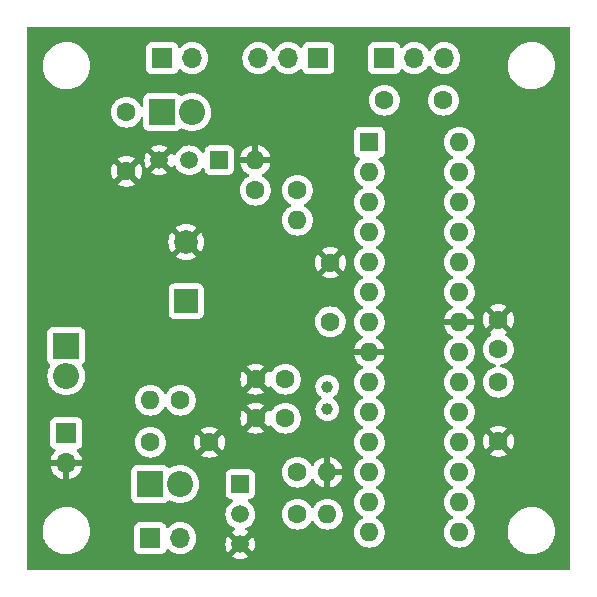
<source format=gbl>
G04 #@! TF.GenerationSoftware,KiCad,Pcbnew,(6.0.10-0)*
G04 #@! TF.CreationDate,2023-01-21T11:18:59-08:00*
G04 #@! TF.ProjectId,timer,74696d65-722e-46b6-9963-61645f706362,rev?*
G04 #@! TF.SameCoordinates,Original*
G04 #@! TF.FileFunction,Copper,L2,Bot*
G04 #@! TF.FilePolarity,Positive*
%FSLAX46Y46*%
G04 Gerber Fmt 4.6, Leading zero omitted, Abs format (unit mm)*
G04 Created by KiCad (PCBNEW (6.0.10-0)) date 2023-01-21 11:18:59*
%MOMM*%
%LPD*%
G01*
G04 APERTURE LIST*
G04 #@! TA.AperFunction,ComponentPad*
%ADD10R,1.600000X1.600000*%
G04 #@! TD*
G04 #@! TA.AperFunction,ComponentPad*
%ADD11O,1.600000X1.600000*%
G04 #@! TD*
G04 #@! TA.AperFunction,ComponentPad*
%ADD12C,1.000000*%
G04 #@! TD*
G04 #@! TA.AperFunction,ComponentPad*
%ADD13C,1.600000*%
G04 #@! TD*
G04 #@! TA.AperFunction,ComponentPad*
%ADD14R,2.200000X2.200000*%
G04 #@! TD*
G04 #@! TA.AperFunction,ComponentPad*
%ADD15O,2.200000X2.200000*%
G04 #@! TD*
G04 #@! TA.AperFunction,ComponentPad*
%ADD16R,1.700000X1.700000*%
G04 #@! TD*
G04 #@! TA.AperFunction,ComponentPad*
%ADD17O,1.700000X1.700000*%
G04 #@! TD*
G04 #@! TA.AperFunction,ComponentPad*
%ADD18R,2.000000X2.000000*%
G04 #@! TD*
G04 #@! TA.AperFunction,ComponentPad*
%ADD19C,2.000000*%
G04 #@! TD*
G04 #@! TA.AperFunction,ComponentPad*
%ADD20R,1.500000X1.500000*%
G04 #@! TD*
G04 #@! TA.AperFunction,ComponentPad*
%ADD21C,1.500000*%
G04 #@! TD*
G04 APERTURE END LIST*
D10*
X151384000Y-79502000D03*
D11*
X151384000Y-82042000D03*
X151384000Y-84582000D03*
X151384000Y-87122000D03*
X151384000Y-89662000D03*
X151384000Y-92202000D03*
X151384000Y-94742000D03*
X151384000Y-97282000D03*
X151384000Y-99822000D03*
X151384000Y-102362000D03*
X151384000Y-104902000D03*
X151384000Y-107442000D03*
X151384000Y-109982000D03*
X151384000Y-112522000D03*
X159004000Y-112522000D03*
X159004000Y-109982000D03*
X159004000Y-107442000D03*
X159004000Y-104902000D03*
X159004000Y-102362000D03*
X159004000Y-99822000D03*
X159004000Y-97282000D03*
X159004000Y-94742000D03*
X159004000Y-92202000D03*
X159004000Y-89662000D03*
X159004000Y-87122000D03*
X159004000Y-84582000D03*
X159004000Y-82042000D03*
X159004000Y-79502000D03*
D12*
X147828000Y-102108000D03*
X147828000Y-100208000D03*
D13*
X148082000Y-94702000D03*
X148082000Y-89702000D03*
X162306000Y-99822000D03*
X162306000Y-104822000D03*
X130810000Y-76962000D03*
X130810000Y-81962000D03*
X132842000Y-104902000D03*
X137842000Y-104902000D03*
X162306000Y-97028000D03*
X162306000Y-94528000D03*
X144272000Y-102870000D03*
X141772000Y-102870000D03*
X144272000Y-99568000D03*
X141772000Y-99568000D03*
D14*
X133858000Y-76962000D03*
D15*
X136398000Y-76962000D03*
D14*
X132842000Y-108458000D03*
D15*
X135382000Y-108458000D03*
D16*
X133858000Y-72390000D03*
D17*
X136398000Y-72390000D03*
D16*
X147066000Y-72390000D03*
D17*
X144526000Y-72390000D03*
X141986000Y-72390000D03*
D13*
X145288000Y-83566000D03*
D11*
X145288000Y-86106000D03*
D13*
X145288000Y-110998000D03*
D11*
X147828000Y-110998000D03*
D16*
X132842000Y-113030000D03*
D17*
X135382000Y-113030000D03*
D16*
X152654000Y-72390000D03*
D17*
X155194000Y-72390000D03*
X157734000Y-72390000D03*
D16*
X125730000Y-104140000D03*
D17*
X125730000Y-106680000D03*
D18*
X135890000Y-92964000D03*
D19*
X135890000Y-87964000D03*
D20*
X138684000Y-81026000D03*
D21*
X136144000Y-81026000D03*
X133604000Y-81026000D03*
D20*
X140462000Y-108458000D03*
D21*
X140462000Y-110998000D03*
X140462000Y-113538000D03*
D13*
X145288000Y-107442000D03*
D11*
X147828000Y-107442000D03*
D13*
X152654000Y-75946000D03*
X157654000Y-75946000D03*
X135382000Y-101346000D03*
D11*
X132842000Y-101346000D03*
D13*
X141732000Y-83566000D03*
D11*
X141732000Y-81026000D03*
D14*
X125730000Y-96774000D03*
D15*
X125730000Y-99314000D03*
G04 #@! TA.AperFunction,Conductor*
G36*
X168351621Y-69735502D02*
G01*
X168398114Y-69789158D01*
X168409500Y-69841500D01*
X168409500Y-115578500D01*
X168389498Y-115646621D01*
X168335842Y-115693114D01*
X168283500Y-115704500D01*
X122546500Y-115704500D01*
X122478379Y-115684498D01*
X122431886Y-115630842D01*
X122420500Y-115578500D01*
X122420500Y-114588161D01*
X139776393Y-114588161D01*
X139785687Y-114600175D01*
X139826088Y-114628464D01*
X139835584Y-114633947D01*
X140025113Y-114722326D01*
X140035405Y-114726072D01*
X140237401Y-114780196D01*
X140248196Y-114782099D01*
X140456525Y-114800326D01*
X140467475Y-114800326D01*
X140675804Y-114782099D01*
X140686599Y-114780196D01*
X140888595Y-114726072D01*
X140898887Y-114722326D01*
X141088416Y-114633947D01*
X141097912Y-114628464D01*
X141139148Y-114599590D01*
X141147523Y-114589112D01*
X141140457Y-114575668D01*
X140474811Y-113910021D01*
X140460868Y-113902408D01*
X140459034Y-113902539D01*
X140452420Y-113906790D01*
X139782820Y-114576391D01*
X139776393Y-114588161D01*
X122420500Y-114588161D01*
X122420500Y-112363497D01*
X123724637Y-112363497D01*
X123724881Y-112367932D01*
X123724881Y-112367936D01*
X123736093Y-112571647D01*
X123740205Y-112646370D01*
X123759468Y-112743212D01*
X123783035Y-112861689D01*
X123795474Y-112924226D01*
X123796950Y-112928429D01*
X123881697Y-113169753D01*
X123889342Y-113191524D01*
X123891395Y-113195477D01*
X123891398Y-113195483D01*
X123952652Y-113313401D01*
X124019936Y-113442928D01*
X124022519Y-113446543D01*
X124022523Y-113446549D01*
X124088684Y-113539132D01*
X124184651Y-113673424D01*
X124187729Y-113676651D01*
X124187731Y-113676653D01*
X124256498Y-113748739D01*
X124380199Y-113878412D01*
X124602680Y-114053801D01*
X124707042Y-114114419D01*
X124843807Y-114193859D01*
X124843813Y-114193862D01*
X124847654Y-114196093D01*
X124851777Y-114197763D01*
X124949997Y-114237546D01*
X125110232Y-114302448D01*
X125114545Y-114303519D01*
X125114550Y-114303521D01*
X125380856Y-114369672D01*
X125380861Y-114369673D01*
X125385177Y-114370745D01*
X125389605Y-114371199D01*
X125389607Y-114371199D01*
X125423827Y-114374705D01*
X125626790Y-114395500D01*
X125802170Y-114395500D01*
X126012593Y-114380601D01*
X126016948Y-114379663D01*
X126016951Y-114379663D01*
X126285200Y-114321911D01*
X126285202Y-114321911D01*
X126289547Y-114320975D01*
X126555337Y-114222920D01*
X126804660Y-114088393D01*
X127032540Y-113920078D01*
X127040456Y-113912286D01*
X127192512Y-113762599D01*
X127234430Y-113721334D01*
X127237131Y-113717794D01*
X127237137Y-113717788D01*
X127403602Y-113499667D01*
X127403605Y-113499663D01*
X127406304Y-113496126D01*
X127502589Y-113324196D01*
X127542552Y-113252837D01*
X127542555Y-113252832D01*
X127544730Y-113248947D01*
X127566946Y-113191524D01*
X127645341Y-112988885D01*
X127645343Y-112988879D01*
X127646948Y-112984730D01*
X127710918Y-112708747D01*
X127735363Y-112426503D01*
X127735119Y-112422064D01*
X127720040Y-112148073D01*
X127720039Y-112148066D01*
X127719795Y-112143630D01*
X127717606Y-112132623D01*
X131491500Y-112132623D01*
X131491501Y-113927376D01*
X131491870Y-113930770D01*
X131491870Y-113930776D01*
X131496662Y-113974887D01*
X131498149Y-113988580D01*
X131548474Y-114122824D01*
X131553854Y-114130003D01*
X131553856Y-114130006D01*
X131611082Y-114206361D01*
X131634454Y-114237546D01*
X131641635Y-114242928D01*
X131741994Y-114318144D01*
X131741997Y-114318146D01*
X131749176Y-114323526D01*
X131838561Y-114357034D01*
X131876025Y-114371079D01*
X131876027Y-114371079D01*
X131883420Y-114373851D01*
X131891270Y-114374704D01*
X131891271Y-114374704D01*
X131941217Y-114380130D01*
X131944623Y-114380500D01*
X132841868Y-114380500D01*
X133739376Y-114380499D01*
X133742770Y-114380130D01*
X133742776Y-114380130D01*
X133792722Y-114374705D01*
X133792726Y-114374704D01*
X133800580Y-114373851D01*
X133934824Y-114323526D01*
X133942003Y-114318146D01*
X133942006Y-114318144D01*
X134042365Y-114242928D01*
X134049546Y-114237546D01*
X134072918Y-114206361D01*
X134130144Y-114130006D01*
X134130146Y-114130003D01*
X134135526Y-114122824D01*
X134154709Y-114071654D01*
X134163017Y-114049491D01*
X134183912Y-113993752D01*
X134226553Y-113936987D01*
X134293114Y-113912286D01*
X134362463Y-113927493D01*
X134390989Y-113948885D01*
X134510599Y-114068495D01*
X134515107Y-114071652D01*
X134515110Y-114071654D01*
X134699661Y-114200878D01*
X134704170Y-114204035D01*
X134709152Y-114206358D01*
X134709157Y-114206361D01*
X134911633Y-114300777D01*
X134918337Y-114303903D01*
X134923645Y-114305325D01*
X134923647Y-114305326D01*
X135141277Y-114363639D01*
X135146592Y-114365063D01*
X135382000Y-114385659D01*
X135617408Y-114365063D01*
X135622723Y-114363639D01*
X135840353Y-114305326D01*
X135840355Y-114305325D01*
X135845663Y-114303903D01*
X135852367Y-114300777D01*
X136054843Y-114206361D01*
X136054848Y-114206358D01*
X136059830Y-114204035D01*
X136064339Y-114200878D01*
X136248890Y-114071654D01*
X136248893Y-114071652D01*
X136253401Y-114068495D01*
X136420495Y-113901401D01*
X136556035Y-113707829D01*
X136572079Y-113673424D01*
X136632675Y-113543475D01*
X139199674Y-113543475D01*
X139217901Y-113751804D01*
X139219804Y-113762599D01*
X139273928Y-113964595D01*
X139277674Y-113974887D01*
X139366054Y-114164417D01*
X139371534Y-114173907D01*
X139400411Y-114215149D01*
X139410887Y-114223523D01*
X139424334Y-114216455D01*
X140089979Y-113550811D01*
X140096356Y-113539132D01*
X140826408Y-113539132D01*
X140826539Y-113540966D01*
X140830790Y-113547580D01*
X141500391Y-114217180D01*
X141512161Y-114223607D01*
X141524176Y-114214311D01*
X141552466Y-114173907D01*
X141557946Y-114164417D01*
X141646326Y-113974887D01*
X141650072Y-113964595D01*
X141704196Y-113762599D01*
X141706099Y-113751804D01*
X141724326Y-113543475D01*
X141724326Y-113532525D01*
X141706099Y-113324196D01*
X141704196Y-113313401D01*
X141650072Y-113111405D01*
X141646326Y-113101113D01*
X141557946Y-112911583D01*
X141552466Y-112902093D01*
X141523589Y-112860851D01*
X141513113Y-112852477D01*
X141499666Y-112859545D01*
X140834021Y-113525189D01*
X140826408Y-113539132D01*
X140096356Y-113539132D01*
X140097592Y-113536868D01*
X140097461Y-113535034D01*
X140093210Y-113528420D01*
X139423609Y-112858820D01*
X139411839Y-112852393D01*
X139399824Y-112861689D01*
X139371534Y-112902093D01*
X139366054Y-112911583D01*
X139277674Y-113101113D01*
X139273928Y-113111405D01*
X139219804Y-113313401D01*
X139217901Y-113324196D01*
X139199674Y-113532525D01*
X139199674Y-113543475D01*
X136632675Y-113543475D01*
X136653580Y-113498645D01*
X136653581Y-113498643D01*
X136655903Y-113493663D01*
X136704204Y-113313401D01*
X136715639Y-113270723D01*
X136715639Y-113270722D01*
X136717063Y-113265408D01*
X136737659Y-113030000D01*
X136717063Y-112794592D01*
X136715639Y-112789277D01*
X136657326Y-112571647D01*
X136657325Y-112571645D01*
X136655903Y-112566337D01*
X136600504Y-112447534D01*
X136558358Y-112357152D01*
X136558356Y-112357149D01*
X136556035Y-112352171D01*
X136420495Y-112158599D01*
X136253401Y-111991505D01*
X136248893Y-111988348D01*
X136248890Y-111988346D01*
X136064339Y-111859122D01*
X136064336Y-111859120D01*
X136059830Y-111855965D01*
X136054848Y-111853642D01*
X136054843Y-111853639D01*
X135850645Y-111758420D01*
X135850644Y-111758419D01*
X135845663Y-111756097D01*
X135840355Y-111754675D01*
X135840353Y-111754674D01*
X135622723Y-111696361D01*
X135622722Y-111696361D01*
X135617408Y-111694937D01*
X135382000Y-111674341D01*
X135146592Y-111694937D01*
X135141278Y-111696361D01*
X135141277Y-111696361D01*
X134923647Y-111754674D01*
X134923645Y-111754675D01*
X134918337Y-111756097D01*
X134913357Y-111758419D01*
X134913355Y-111758420D01*
X134709152Y-111853642D01*
X134709149Y-111853644D01*
X134704171Y-111855965D01*
X134510599Y-111991505D01*
X134390989Y-112111115D01*
X134328677Y-112145141D01*
X134257862Y-112140076D01*
X134201026Y-112097529D01*
X134183912Y-112066248D01*
X134138677Y-111945581D01*
X134138676Y-111945580D01*
X134135526Y-111937176D01*
X134130146Y-111929997D01*
X134130144Y-111929994D01*
X134054928Y-111829635D01*
X134049546Y-111822454D01*
X134020073Y-111800365D01*
X133942006Y-111741856D01*
X133942003Y-111741854D01*
X133934824Y-111736474D01*
X133827821Y-111696361D01*
X133807975Y-111688921D01*
X133807973Y-111688921D01*
X133800580Y-111686149D01*
X133792730Y-111685296D01*
X133792729Y-111685296D01*
X133742774Y-111679869D01*
X133742773Y-111679869D01*
X133739377Y-111679500D01*
X132842132Y-111679500D01*
X131944624Y-111679501D01*
X131941230Y-111679870D01*
X131941224Y-111679870D01*
X131891278Y-111685295D01*
X131891274Y-111685296D01*
X131883420Y-111686149D01*
X131749176Y-111736474D01*
X131741997Y-111741854D01*
X131741994Y-111741856D01*
X131663927Y-111800365D01*
X131634454Y-111822454D01*
X131629072Y-111829635D01*
X131553856Y-111929994D01*
X131553854Y-111929997D01*
X131548474Y-111937176D01*
X131498149Y-112071420D01*
X131497296Y-112079270D01*
X131497296Y-112079271D01*
X131491869Y-112129226D01*
X131491500Y-112132623D01*
X127717606Y-112132623D01*
X127680401Y-111945581D01*
X127665396Y-111870146D01*
X127665395Y-111870141D01*
X127664526Y-111865774D01*
X127643141Y-111804877D01*
X127572136Y-111602684D01*
X127572135Y-111602681D01*
X127570658Y-111598476D01*
X127568605Y-111594523D01*
X127568602Y-111594517D01*
X127461900Y-111389109D01*
X127440064Y-111347072D01*
X127437481Y-111343457D01*
X127437477Y-111343451D01*
X127324047Y-111184722D01*
X127275349Y-111116576D01*
X127233028Y-111072212D01*
X127162234Y-110998000D01*
X139206723Y-110998000D01*
X139225793Y-111215977D01*
X139253923Y-111320959D01*
X139273652Y-111394587D01*
X139282425Y-111427330D01*
X139284747Y-111432310D01*
X139284748Y-111432312D01*
X139326549Y-111521953D01*
X139374898Y-111625638D01*
X139500402Y-111804877D01*
X139655123Y-111959598D01*
X139659631Y-111962755D01*
X139659634Y-111962757D01*
X139826033Y-112079271D01*
X139834361Y-112085102D01*
X139839343Y-112087425D01*
X139839348Y-112087428D01*
X139972823Y-112149668D01*
X140026108Y-112196585D01*
X140045569Y-112264863D01*
X140025027Y-112332823D01*
X139972823Y-112378058D01*
X139835583Y-112442054D01*
X139826093Y-112447534D01*
X139784851Y-112476411D01*
X139776477Y-112486887D01*
X139783545Y-112500334D01*
X140449189Y-113165979D01*
X140463132Y-113173592D01*
X140464966Y-113173461D01*
X140471580Y-113169210D01*
X141118789Y-112522000D01*
X150078532Y-112522000D01*
X150098365Y-112748692D01*
X150099789Y-112754005D01*
X150099789Y-112754007D01*
X150127874Y-112858820D01*
X150157261Y-112968496D01*
X150159583Y-112973476D01*
X150159584Y-112973478D01*
X150219102Y-113101113D01*
X150253432Y-113174734D01*
X150383953Y-113361139D01*
X150544861Y-113522047D01*
X150731266Y-113652568D01*
X150736244Y-113654889D01*
X150736247Y-113654891D01*
X150932522Y-113746416D01*
X150937504Y-113748739D01*
X150942812Y-113750161D01*
X150942814Y-113750162D01*
X151151993Y-113806211D01*
X151151995Y-113806211D01*
X151157308Y-113807635D01*
X151384000Y-113827468D01*
X151610692Y-113807635D01*
X151616005Y-113806211D01*
X151616007Y-113806211D01*
X151825186Y-113750162D01*
X151825188Y-113750161D01*
X151830496Y-113748739D01*
X151835478Y-113746416D01*
X152031753Y-113654891D01*
X152031756Y-113654889D01*
X152036734Y-113652568D01*
X152223139Y-113522047D01*
X152384047Y-113361139D01*
X152514568Y-113174734D01*
X152548899Y-113101113D01*
X152608416Y-112973478D01*
X152608417Y-112973476D01*
X152610739Y-112968496D01*
X152640127Y-112858820D01*
X152668211Y-112754007D01*
X152668211Y-112754005D01*
X152669635Y-112748692D01*
X152689468Y-112522000D01*
X157698532Y-112522000D01*
X157718365Y-112748692D01*
X157719789Y-112754005D01*
X157719789Y-112754007D01*
X157747874Y-112858820D01*
X157777261Y-112968496D01*
X157779583Y-112973476D01*
X157779584Y-112973478D01*
X157839102Y-113101113D01*
X157873432Y-113174734D01*
X158003953Y-113361139D01*
X158164861Y-113522047D01*
X158351266Y-113652568D01*
X158356244Y-113654889D01*
X158356247Y-113654891D01*
X158552522Y-113746416D01*
X158557504Y-113748739D01*
X158562812Y-113750161D01*
X158562814Y-113750162D01*
X158771993Y-113806211D01*
X158771995Y-113806211D01*
X158777308Y-113807635D01*
X159004000Y-113827468D01*
X159230692Y-113807635D01*
X159236005Y-113806211D01*
X159236007Y-113806211D01*
X159445186Y-113750162D01*
X159445188Y-113750161D01*
X159450496Y-113748739D01*
X159455478Y-113746416D01*
X159651753Y-113654891D01*
X159651756Y-113654889D01*
X159656734Y-113652568D01*
X159843139Y-113522047D01*
X160004047Y-113361139D01*
X160134568Y-113174734D01*
X160168899Y-113101113D01*
X160228416Y-112973478D01*
X160228417Y-112973476D01*
X160230739Y-112968496D01*
X160260127Y-112858820D01*
X160288211Y-112754007D01*
X160288211Y-112754005D01*
X160289635Y-112748692D01*
X160309468Y-112522000D01*
X160295601Y-112363497D01*
X163094637Y-112363497D01*
X163094881Y-112367932D01*
X163094881Y-112367936D01*
X163106093Y-112571647D01*
X163110205Y-112646370D01*
X163129468Y-112743212D01*
X163153035Y-112861689D01*
X163165474Y-112924226D01*
X163166950Y-112928429D01*
X163251697Y-113169753D01*
X163259342Y-113191524D01*
X163261395Y-113195477D01*
X163261398Y-113195483D01*
X163322652Y-113313401D01*
X163389936Y-113442928D01*
X163392519Y-113446543D01*
X163392523Y-113446549D01*
X163458684Y-113539132D01*
X163554651Y-113673424D01*
X163557729Y-113676651D01*
X163557731Y-113676653D01*
X163626498Y-113748739D01*
X163750199Y-113878412D01*
X163972680Y-114053801D01*
X164077042Y-114114419D01*
X164213807Y-114193859D01*
X164213813Y-114193862D01*
X164217654Y-114196093D01*
X164221777Y-114197763D01*
X164319997Y-114237546D01*
X164480232Y-114302448D01*
X164484545Y-114303519D01*
X164484550Y-114303521D01*
X164750856Y-114369672D01*
X164750861Y-114369673D01*
X164755177Y-114370745D01*
X164759605Y-114371199D01*
X164759607Y-114371199D01*
X164793827Y-114374705D01*
X164996790Y-114395500D01*
X165172170Y-114395500D01*
X165382593Y-114380601D01*
X165386948Y-114379663D01*
X165386951Y-114379663D01*
X165655200Y-114321911D01*
X165655202Y-114321911D01*
X165659547Y-114320975D01*
X165925337Y-114222920D01*
X166174660Y-114088393D01*
X166402540Y-113920078D01*
X166410456Y-113912286D01*
X166562512Y-113762599D01*
X166604430Y-113721334D01*
X166607131Y-113717794D01*
X166607137Y-113717788D01*
X166773602Y-113499667D01*
X166773605Y-113499663D01*
X166776304Y-113496126D01*
X166872589Y-113324196D01*
X166912552Y-113252837D01*
X166912555Y-113252832D01*
X166914730Y-113248947D01*
X166936946Y-113191524D01*
X167015341Y-112988885D01*
X167015343Y-112988879D01*
X167016948Y-112984730D01*
X167080918Y-112708747D01*
X167105363Y-112426503D01*
X167105119Y-112422064D01*
X167090040Y-112148073D01*
X167090039Y-112148066D01*
X167089795Y-112143630D01*
X167050401Y-111945581D01*
X167035396Y-111870146D01*
X167035395Y-111870141D01*
X167034526Y-111865774D01*
X167013141Y-111804877D01*
X166942136Y-111602684D01*
X166942135Y-111602681D01*
X166940658Y-111598476D01*
X166938605Y-111594523D01*
X166938602Y-111594517D01*
X166831900Y-111389109D01*
X166810064Y-111347072D01*
X166807481Y-111343457D01*
X166807477Y-111343451D01*
X166694047Y-111184722D01*
X166645349Y-111116576D01*
X166603028Y-111072212D01*
X166452876Y-110914811D01*
X166452873Y-110914808D01*
X166449801Y-110911588D01*
X166227320Y-110736199D01*
X166044060Y-110629753D01*
X165986193Y-110596141D01*
X165986187Y-110596138D01*
X165982346Y-110593907D01*
X165719768Y-110487552D01*
X165715455Y-110486481D01*
X165715450Y-110486479D01*
X165449144Y-110420328D01*
X165449139Y-110420327D01*
X165444823Y-110419255D01*
X165440395Y-110418801D01*
X165440393Y-110418801D01*
X165345552Y-110409084D01*
X165203210Y-110394500D01*
X165027830Y-110394500D01*
X164817407Y-110409399D01*
X164813052Y-110410337D01*
X164813049Y-110410337D01*
X164544800Y-110468089D01*
X164544798Y-110468089D01*
X164540453Y-110469025D01*
X164274663Y-110567080D01*
X164270745Y-110569194D01*
X164140929Y-110639239D01*
X164025340Y-110701607D01*
X163797460Y-110869922D01*
X163595570Y-111068666D01*
X163592869Y-111072206D01*
X163592863Y-111072212D01*
X163455653Y-111252000D01*
X163423696Y-111293874D01*
X163421521Y-111297758D01*
X163294895Y-111523867D01*
X163285270Y-111541053D01*
X163283662Y-111545211D01*
X163283659Y-111545216D01*
X163184659Y-111801115D01*
X163183052Y-111805270D01*
X163182048Y-111809602D01*
X163182047Y-111809605D01*
X163171840Y-111853642D01*
X163119082Y-112081253D01*
X163094637Y-112363497D01*
X160295601Y-112363497D01*
X160289635Y-112295308D01*
X160281477Y-112264863D01*
X160232162Y-112080814D01*
X160232161Y-112080812D01*
X160230739Y-112075504D01*
X160192804Y-111994152D01*
X160136891Y-111874247D01*
X160136889Y-111874244D01*
X160134568Y-111869266D01*
X160004047Y-111682861D01*
X159843139Y-111521953D01*
X159656734Y-111391432D01*
X159651756Y-111389111D01*
X159651753Y-111389109D01*
X159602613Y-111366195D01*
X159549328Y-111319278D01*
X159529867Y-111251000D01*
X159550409Y-111183041D01*
X159602613Y-111137805D01*
X159651753Y-111114891D01*
X159651756Y-111114889D01*
X159656734Y-111112568D01*
X159843139Y-110982047D01*
X160004047Y-110821139D01*
X160134568Y-110634734D01*
X160152565Y-110596141D01*
X160228416Y-110433478D01*
X160228417Y-110433476D01*
X160230739Y-110428496D01*
X160235941Y-110409084D01*
X160288211Y-110214007D01*
X160288211Y-110214005D01*
X160289635Y-110208692D01*
X160309468Y-109982000D01*
X160289635Y-109755308D01*
X160283748Y-109733336D01*
X160232162Y-109540814D01*
X160232161Y-109540812D01*
X160230739Y-109535504D01*
X160187333Y-109442420D01*
X160136891Y-109334247D01*
X160136889Y-109334244D01*
X160134568Y-109329266D01*
X160004047Y-109142861D01*
X159843139Y-108981953D01*
X159656734Y-108851432D01*
X159651756Y-108849111D01*
X159651753Y-108849109D01*
X159602613Y-108826195D01*
X159549328Y-108779278D01*
X159529867Y-108711000D01*
X159550409Y-108643041D01*
X159602613Y-108597805D01*
X159651753Y-108574891D01*
X159651756Y-108574889D01*
X159656734Y-108572568D01*
X159843139Y-108442047D01*
X160004047Y-108281139D01*
X160134568Y-108094734D01*
X160172433Y-108013534D01*
X160228416Y-107893478D01*
X160228417Y-107893476D01*
X160230739Y-107888496D01*
X160241734Y-107847464D01*
X160288211Y-107674007D01*
X160288211Y-107674005D01*
X160289635Y-107668692D01*
X160309468Y-107442000D01*
X160289635Y-107215308D01*
X160262805Y-107115176D01*
X160232162Y-107000814D01*
X160232161Y-107000812D01*
X160230739Y-106995504D01*
X160201603Y-106933021D01*
X160136891Y-106794247D01*
X160136889Y-106794244D01*
X160134568Y-106789266D01*
X160004047Y-106602861D01*
X159843139Y-106441953D01*
X159656734Y-106311432D01*
X159651756Y-106309111D01*
X159651753Y-106309109D01*
X159602613Y-106286195D01*
X159549328Y-106239278D01*
X159529867Y-106171000D01*
X159550409Y-106103041D01*
X159602613Y-106057805D01*
X159603834Y-106057236D01*
X159639051Y-106040814D01*
X159651753Y-106034891D01*
X159651756Y-106034889D01*
X159656734Y-106032568D01*
X159834549Y-105908062D01*
X161584493Y-105908062D01*
X161593789Y-105920077D01*
X161644994Y-105955931D01*
X161654489Y-105961414D01*
X161851947Y-106053490D01*
X161862239Y-106057236D01*
X162072688Y-106113625D01*
X162083481Y-106115528D01*
X162300525Y-106134517D01*
X162311475Y-106134517D01*
X162528519Y-106115528D01*
X162539312Y-106113625D01*
X162749761Y-106057236D01*
X162760053Y-106053490D01*
X162957511Y-105961414D01*
X162967006Y-105955931D01*
X163019048Y-105919491D01*
X163027424Y-105909012D01*
X163020356Y-105895566D01*
X162318812Y-105194022D01*
X162304868Y-105186408D01*
X162303035Y-105186539D01*
X162296420Y-105190790D01*
X161590923Y-105896287D01*
X161584493Y-105908062D01*
X159834549Y-105908062D01*
X159843139Y-105902047D01*
X160004047Y-105741139D01*
X160134568Y-105554734D01*
X160139804Y-105543507D01*
X160228416Y-105353478D01*
X160228417Y-105353476D01*
X160230739Y-105348496D01*
X160289635Y-105128692D01*
X160309468Y-104902000D01*
X160302948Y-104827475D01*
X160993483Y-104827475D01*
X161012472Y-105044519D01*
X161014375Y-105055312D01*
X161070764Y-105265761D01*
X161074510Y-105276053D01*
X161166586Y-105473511D01*
X161172069Y-105483006D01*
X161208509Y-105535048D01*
X161218988Y-105543424D01*
X161232434Y-105536356D01*
X161933978Y-104834812D01*
X161940356Y-104823132D01*
X162670408Y-104823132D01*
X162670539Y-104824965D01*
X162674790Y-104831580D01*
X163380287Y-105537077D01*
X163392062Y-105543507D01*
X163404077Y-105534211D01*
X163439931Y-105483006D01*
X163445414Y-105473511D01*
X163537490Y-105276053D01*
X163541236Y-105265761D01*
X163597625Y-105055312D01*
X163599528Y-105044519D01*
X163618517Y-104827475D01*
X163618517Y-104816525D01*
X163599528Y-104599481D01*
X163597625Y-104588688D01*
X163541236Y-104378239D01*
X163537490Y-104367947D01*
X163445414Y-104170489D01*
X163439931Y-104160994D01*
X163403491Y-104108952D01*
X163393012Y-104100576D01*
X163379566Y-104107644D01*
X162678022Y-104809188D01*
X162670408Y-104823132D01*
X161940356Y-104823132D01*
X161941592Y-104820868D01*
X161941461Y-104819035D01*
X161937210Y-104812420D01*
X161231713Y-104106923D01*
X161219938Y-104100493D01*
X161207923Y-104109789D01*
X161172069Y-104160994D01*
X161166586Y-104170489D01*
X161074510Y-104367947D01*
X161070764Y-104378239D01*
X161014375Y-104588688D01*
X161012472Y-104599481D01*
X160993483Y-104816525D01*
X160993483Y-104827475D01*
X160302948Y-104827475D01*
X160289635Y-104675308D01*
X160269317Y-104599481D01*
X160232162Y-104460814D01*
X160232161Y-104460812D01*
X160230739Y-104455504D01*
X160227215Y-104447947D01*
X160136891Y-104254247D01*
X160136889Y-104254244D01*
X160134568Y-104249266D01*
X160004047Y-104062861D01*
X159843139Y-103901953D01*
X159656734Y-103771432D01*
X159651756Y-103769111D01*
X159651753Y-103769109D01*
X159607415Y-103748434D01*
X159602613Y-103746195D01*
X159589885Y-103734988D01*
X161584576Y-103734988D01*
X161591644Y-103748434D01*
X162293188Y-104449978D01*
X162307132Y-104457592D01*
X162308965Y-104457461D01*
X162315580Y-104453210D01*
X163021077Y-103747713D01*
X163027507Y-103735938D01*
X163018211Y-103723923D01*
X162967006Y-103688069D01*
X162957511Y-103682586D01*
X162760053Y-103590510D01*
X162749761Y-103586764D01*
X162539312Y-103530375D01*
X162528519Y-103528472D01*
X162311475Y-103509483D01*
X162300525Y-103509483D01*
X162083481Y-103528472D01*
X162072688Y-103530375D01*
X161862239Y-103586764D01*
X161851947Y-103590510D01*
X161654489Y-103682586D01*
X161644994Y-103688069D01*
X161592952Y-103724509D01*
X161584576Y-103734988D01*
X159589885Y-103734988D01*
X159549328Y-103699278D01*
X159529867Y-103631000D01*
X159550409Y-103563041D01*
X159602613Y-103517805D01*
X159604085Y-103517119D01*
X159622326Y-103508613D01*
X159651753Y-103494891D01*
X159651756Y-103494889D01*
X159656734Y-103492568D01*
X159843139Y-103362047D01*
X160004047Y-103201139D01*
X160134568Y-103014734D01*
X160169588Y-102939635D01*
X160228416Y-102813478D01*
X160228417Y-102813476D01*
X160230739Y-102808496D01*
X160234048Y-102796149D01*
X160288211Y-102594007D01*
X160288211Y-102594005D01*
X160289635Y-102588692D01*
X160309468Y-102362000D01*
X160289635Y-102135308D01*
X160260605Y-102026966D01*
X160232162Y-101920814D01*
X160232161Y-101920812D01*
X160230739Y-101915504D01*
X160228416Y-101910522D01*
X160136891Y-101714247D01*
X160136889Y-101714244D01*
X160134568Y-101709266D01*
X160004047Y-101522861D01*
X159843139Y-101361953D01*
X159656734Y-101231432D01*
X159651756Y-101229111D01*
X159651753Y-101229109D01*
X159602613Y-101206195D01*
X159549328Y-101159278D01*
X159529867Y-101091000D01*
X159550409Y-101023041D01*
X159602613Y-100977805D01*
X159651753Y-100954891D01*
X159651756Y-100954889D01*
X159656734Y-100952568D01*
X159843139Y-100822047D01*
X160004047Y-100661139D01*
X160134568Y-100474734D01*
X160144966Y-100452437D01*
X160228416Y-100273478D01*
X160228417Y-100273476D01*
X160230739Y-100268496D01*
X160238489Y-100239575D01*
X160288211Y-100054007D01*
X160288211Y-100054005D01*
X160289635Y-100048692D01*
X160309468Y-99822000D01*
X161000532Y-99822000D01*
X161020365Y-100048692D01*
X161021789Y-100054005D01*
X161021789Y-100054007D01*
X161071512Y-100239575D01*
X161079261Y-100268496D01*
X161081583Y-100273476D01*
X161081584Y-100273478D01*
X161165035Y-100452437D01*
X161175432Y-100474734D01*
X161305953Y-100661139D01*
X161466861Y-100822047D01*
X161653266Y-100952568D01*
X161658244Y-100954889D01*
X161658247Y-100954891D01*
X161854522Y-101046416D01*
X161859504Y-101048739D01*
X161864812Y-101050161D01*
X161864814Y-101050162D01*
X162073993Y-101106211D01*
X162073995Y-101106211D01*
X162079308Y-101107635D01*
X162306000Y-101127468D01*
X162532692Y-101107635D01*
X162538005Y-101106211D01*
X162538007Y-101106211D01*
X162747186Y-101050162D01*
X162747188Y-101050161D01*
X162752496Y-101048739D01*
X162757478Y-101046416D01*
X162953753Y-100954891D01*
X162953756Y-100954889D01*
X162958734Y-100952568D01*
X163145139Y-100822047D01*
X163306047Y-100661139D01*
X163436568Y-100474734D01*
X163446966Y-100452437D01*
X163530416Y-100273478D01*
X163530417Y-100273476D01*
X163532739Y-100268496D01*
X163540489Y-100239575D01*
X163590211Y-100054007D01*
X163590211Y-100054005D01*
X163591635Y-100048692D01*
X163611468Y-99822000D01*
X163591635Y-99595308D01*
X163583554Y-99565148D01*
X163534162Y-99380814D01*
X163534161Y-99380812D01*
X163532739Y-99375504D01*
X163527334Y-99363912D01*
X163438891Y-99174247D01*
X163438889Y-99174244D01*
X163436568Y-99169266D01*
X163306047Y-98982861D01*
X163145139Y-98821953D01*
X162958734Y-98691432D01*
X162953756Y-98689111D01*
X162953753Y-98689109D01*
X162757478Y-98597584D01*
X162757476Y-98597583D01*
X162752496Y-98595261D01*
X162747188Y-98593839D01*
X162747186Y-98593838D01*
X162571289Y-98546707D01*
X162510666Y-98509755D01*
X162479645Y-98445895D01*
X162488073Y-98375400D01*
X162533276Y-98320653D01*
X162571289Y-98303293D01*
X162747186Y-98256162D01*
X162747188Y-98256161D01*
X162752496Y-98254739D01*
X162790692Y-98236928D01*
X162953753Y-98160891D01*
X162953756Y-98160889D01*
X162958734Y-98158568D01*
X163145139Y-98028047D01*
X163306047Y-97867139D01*
X163436568Y-97680734D01*
X163502207Y-97539973D01*
X163530416Y-97479478D01*
X163530417Y-97479476D01*
X163532739Y-97474496D01*
X163591635Y-97254692D01*
X163611468Y-97028000D01*
X163591635Y-96801308D01*
X163590211Y-96795993D01*
X163534162Y-96586814D01*
X163534161Y-96586812D01*
X163532739Y-96581504D01*
X163530416Y-96576522D01*
X163438891Y-96380247D01*
X163438889Y-96380244D01*
X163436568Y-96375266D01*
X163306047Y-96188861D01*
X163145139Y-96027953D01*
X162958734Y-95897432D01*
X162953751Y-95895109D01*
X162948981Y-95892354D01*
X162949953Y-95890670D01*
X162903104Y-95849436D01*
X162883630Y-95781163D01*
X162904159Y-95713199D01*
X162953102Y-95670779D01*
X162952747Y-95670164D01*
X162955936Y-95668323D01*
X162956372Y-95667945D01*
X162957508Y-95667415D01*
X162967006Y-95661931D01*
X163019048Y-95625491D01*
X163027424Y-95615012D01*
X163020356Y-95601566D01*
X162318812Y-94900022D01*
X162304868Y-94892408D01*
X162303035Y-94892539D01*
X162296420Y-94896790D01*
X161590923Y-95602287D01*
X161584493Y-95614062D01*
X161593789Y-95626077D01*
X161644994Y-95661931D01*
X161654492Y-95667415D01*
X161655628Y-95667945D01*
X161656044Y-95668311D01*
X161659253Y-95670164D01*
X161658881Y-95670809D01*
X161708911Y-95714864D01*
X161728370Y-95783142D01*
X161707826Y-95851101D01*
X161662081Y-95890730D01*
X161663019Y-95892354D01*
X161658249Y-95895109D01*
X161653266Y-95897432D01*
X161466861Y-96027953D01*
X161305953Y-96188861D01*
X161175432Y-96375266D01*
X161173111Y-96380244D01*
X161173109Y-96380247D01*
X161081584Y-96576522D01*
X161079261Y-96581504D01*
X161077839Y-96586812D01*
X161077838Y-96586814D01*
X161021789Y-96795993D01*
X161020365Y-96801308D01*
X161000532Y-97028000D01*
X161020365Y-97254692D01*
X161079261Y-97474496D01*
X161081583Y-97479476D01*
X161081584Y-97479478D01*
X161109794Y-97539973D01*
X161175432Y-97680734D01*
X161305953Y-97867139D01*
X161466861Y-98028047D01*
X161653266Y-98158568D01*
X161658244Y-98160889D01*
X161658247Y-98160891D01*
X161821308Y-98236928D01*
X161859504Y-98254739D01*
X161864812Y-98256161D01*
X161864814Y-98256162D01*
X162040711Y-98303293D01*
X162101334Y-98340245D01*
X162132355Y-98404105D01*
X162123927Y-98474600D01*
X162078724Y-98529347D01*
X162040711Y-98546707D01*
X161864814Y-98593838D01*
X161864812Y-98593839D01*
X161859504Y-98595261D01*
X161854524Y-98597583D01*
X161854522Y-98597584D01*
X161658247Y-98689109D01*
X161658244Y-98689111D01*
X161653266Y-98691432D01*
X161466861Y-98821953D01*
X161305953Y-98982861D01*
X161175432Y-99169266D01*
X161173111Y-99174244D01*
X161173109Y-99174247D01*
X161084666Y-99363912D01*
X161079261Y-99375504D01*
X161077839Y-99380812D01*
X161077838Y-99380814D01*
X161028446Y-99565148D01*
X161020365Y-99595308D01*
X161000532Y-99822000D01*
X160309468Y-99822000D01*
X160289635Y-99595308D01*
X160281554Y-99565148D01*
X160232162Y-99380814D01*
X160232161Y-99380812D01*
X160230739Y-99375504D01*
X160225334Y-99363912D01*
X160136891Y-99174247D01*
X160136889Y-99174244D01*
X160134568Y-99169266D01*
X160004047Y-98982861D01*
X159843139Y-98821953D01*
X159656734Y-98691432D01*
X159651756Y-98689111D01*
X159651753Y-98689109D01*
X159602613Y-98666195D01*
X159549328Y-98619278D01*
X159529867Y-98551000D01*
X159550409Y-98483041D01*
X159602613Y-98437805D01*
X159651753Y-98414891D01*
X159651756Y-98414889D01*
X159656734Y-98412568D01*
X159843139Y-98282047D01*
X160004047Y-98121139D01*
X160134568Y-97934734D01*
X160139213Y-97924774D01*
X160228416Y-97733478D01*
X160228417Y-97733476D01*
X160230739Y-97728496D01*
X160244872Y-97675753D01*
X160288211Y-97514007D01*
X160288211Y-97514005D01*
X160289635Y-97508692D01*
X160309468Y-97282000D01*
X160289635Y-97055308D01*
X160230739Y-96835504D01*
X160227215Y-96827947D01*
X160136891Y-96634247D01*
X160136889Y-96634244D01*
X160134568Y-96629266D01*
X160004047Y-96442861D01*
X159843139Y-96281953D01*
X159656734Y-96151432D01*
X159651753Y-96149109D01*
X159651749Y-96149107D01*
X159611487Y-96130333D01*
X159558202Y-96083417D01*
X159538740Y-96015140D01*
X159559281Y-95947179D01*
X159611485Y-95901944D01*
X159655506Y-95881417D01*
X159665007Y-95875931D01*
X159843467Y-95750972D01*
X159851875Y-95743916D01*
X160005916Y-95589875D01*
X160012972Y-95581467D01*
X160137931Y-95403007D01*
X160143414Y-95393511D01*
X160235490Y-95196053D01*
X160239236Y-95185761D01*
X160285394Y-95013497D01*
X160285058Y-94999401D01*
X160277116Y-94996000D01*
X157736033Y-94996000D01*
X157722502Y-94999973D01*
X157721273Y-95008522D01*
X157768764Y-95185761D01*
X157772510Y-95196053D01*
X157864586Y-95393511D01*
X157870069Y-95403007D01*
X157995028Y-95581467D01*
X158002084Y-95589875D01*
X158156125Y-95743916D01*
X158164533Y-95750972D01*
X158342993Y-95875931D01*
X158352494Y-95881417D01*
X158396515Y-95901944D01*
X158449799Y-95948861D01*
X158469260Y-96017138D01*
X158448718Y-96085098D01*
X158396513Y-96130333D01*
X158356251Y-96149107D01*
X158356247Y-96149109D01*
X158351266Y-96151432D01*
X158164861Y-96281953D01*
X158003953Y-96442861D01*
X157873432Y-96629266D01*
X157871111Y-96634244D01*
X157871109Y-96634247D01*
X157780785Y-96827947D01*
X157777261Y-96835504D01*
X157718365Y-97055308D01*
X157698532Y-97282000D01*
X157718365Y-97508692D01*
X157719789Y-97514005D01*
X157719789Y-97514007D01*
X157763129Y-97675753D01*
X157777261Y-97728496D01*
X157779583Y-97733476D01*
X157779584Y-97733478D01*
X157868788Y-97924774D01*
X157873432Y-97934734D01*
X158003953Y-98121139D01*
X158164861Y-98282047D01*
X158351266Y-98412568D01*
X158356244Y-98414889D01*
X158356247Y-98414891D01*
X158405387Y-98437805D01*
X158458672Y-98484722D01*
X158478133Y-98553000D01*
X158457591Y-98620959D01*
X158405387Y-98666195D01*
X158356247Y-98689109D01*
X158356244Y-98689111D01*
X158351266Y-98691432D01*
X158164861Y-98821953D01*
X158003953Y-98982861D01*
X157873432Y-99169266D01*
X157871111Y-99174244D01*
X157871109Y-99174247D01*
X157782666Y-99363912D01*
X157777261Y-99375504D01*
X157775839Y-99380812D01*
X157775838Y-99380814D01*
X157726446Y-99565148D01*
X157718365Y-99595308D01*
X157698532Y-99822000D01*
X157718365Y-100048692D01*
X157719789Y-100054005D01*
X157719789Y-100054007D01*
X157769512Y-100239575D01*
X157777261Y-100268496D01*
X157779583Y-100273476D01*
X157779584Y-100273478D01*
X157863035Y-100452437D01*
X157873432Y-100474734D01*
X158003953Y-100661139D01*
X158164861Y-100822047D01*
X158351266Y-100952568D01*
X158356244Y-100954889D01*
X158356247Y-100954891D01*
X158405387Y-100977805D01*
X158458672Y-101024722D01*
X158478133Y-101093000D01*
X158457591Y-101160959D01*
X158405387Y-101206195D01*
X158356247Y-101229109D01*
X158356244Y-101229111D01*
X158351266Y-101231432D01*
X158164861Y-101361953D01*
X158003953Y-101522861D01*
X157873432Y-101709266D01*
X157871111Y-101714244D01*
X157871109Y-101714247D01*
X157779584Y-101910522D01*
X157777261Y-101915504D01*
X157775839Y-101920812D01*
X157775838Y-101920814D01*
X157747395Y-102026966D01*
X157718365Y-102135308D01*
X157698532Y-102362000D01*
X157718365Y-102588692D01*
X157719789Y-102594005D01*
X157719789Y-102594007D01*
X157773953Y-102796149D01*
X157777261Y-102808496D01*
X157779583Y-102813476D01*
X157779584Y-102813478D01*
X157838413Y-102939635D01*
X157873432Y-103014734D01*
X158003953Y-103201139D01*
X158164861Y-103362047D01*
X158351266Y-103492568D01*
X158356244Y-103494889D01*
X158356247Y-103494891D01*
X158385674Y-103508613D01*
X158403916Y-103517119D01*
X158405387Y-103517805D01*
X158458672Y-103564722D01*
X158478133Y-103633000D01*
X158457591Y-103700959D01*
X158405388Y-103746195D01*
X158400585Y-103748434D01*
X158356247Y-103769109D01*
X158356244Y-103769111D01*
X158351266Y-103771432D01*
X158164861Y-103901953D01*
X158003953Y-104062861D01*
X157873432Y-104249266D01*
X157871111Y-104254244D01*
X157871109Y-104254247D01*
X157780785Y-104447947D01*
X157777261Y-104455504D01*
X157775839Y-104460812D01*
X157775838Y-104460814D01*
X157738683Y-104599481D01*
X157718365Y-104675308D01*
X157698532Y-104902000D01*
X157718365Y-105128692D01*
X157777261Y-105348496D01*
X157779583Y-105353476D01*
X157779584Y-105353478D01*
X157868197Y-105543507D01*
X157873432Y-105554734D01*
X158003953Y-105741139D01*
X158164861Y-105902047D01*
X158351266Y-106032568D01*
X158356244Y-106034889D01*
X158356247Y-106034891D01*
X158368949Y-106040814D01*
X158404167Y-106057236D01*
X158405387Y-106057805D01*
X158458672Y-106104722D01*
X158478133Y-106173000D01*
X158457591Y-106240959D01*
X158405387Y-106286195D01*
X158356247Y-106309109D01*
X158356244Y-106309111D01*
X158351266Y-106311432D01*
X158164861Y-106441953D01*
X158003953Y-106602861D01*
X157873432Y-106789266D01*
X157871111Y-106794244D01*
X157871109Y-106794247D01*
X157806397Y-106933021D01*
X157777261Y-106995504D01*
X157775839Y-107000812D01*
X157775838Y-107000814D01*
X157745195Y-107115176D01*
X157718365Y-107215308D01*
X157698532Y-107442000D01*
X157718365Y-107668692D01*
X157719789Y-107674005D01*
X157719789Y-107674007D01*
X157766267Y-107847464D01*
X157777261Y-107888496D01*
X157779583Y-107893476D01*
X157779584Y-107893478D01*
X157835568Y-108013534D01*
X157873432Y-108094734D01*
X158003953Y-108281139D01*
X158164861Y-108442047D01*
X158351266Y-108572568D01*
X158356244Y-108574889D01*
X158356247Y-108574891D01*
X158405387Y-108597805D01*
X158458672Y-108644722D01*
X158478133Y-108713000D01*
X158457591Y-108780959D01*
X158405387Y-108826195D01*
X158356247Y-108849109D01*
X158356244Y-108849111D01*
X158351266Y-108851432D01*
X158164861Y-108981953D01*
X158003953Y-109142861D01*
X157873432Y-109329266D01*
X157871111Y-109334244D01*
X157871109Y-109334247D01*
X157820667Y-109442420D01*
X157777261Y-109535504D01*
X157775839Y-109540812D01*
X157775838Y-109540814D01*
X157724252Y-109733336D01*
X157718365Y-109755308D01*
X157698532Y-109982000D01*
X157718365Y-110208692D01*
X157719789Y-110214005D01*
X157719789Y-110214007D01*
X157772060Y-110409084D01*
X157777261Y-110428496D01*
X157779583Y-110433476D01*
X157779584Y-110433478D01*
X157855436Y-110596141D01*
X157873432Y-110634734D01*
X158003953Y-110821139D01*
X158164861Y-110982047D01*
X158351266Y-111112568D01*
X158356244Y-111114889D01*
X158356247Y-111114891D01*
X158405387Y-111137805D01*
X158458672Y-111184722D01*
X158478133Y-111253000D01*
X158457591Y-111320959D01*
X158405387Y-111366195D01*
X158356247Y-111389109D01*
X158356244Y-111389111D01*
X158351266Y-111391432D01*
X158164861Y-111521953D01*
X158003953Y-111682861D01*
X157873432Y-111869266D01*
X157871111Y-111874244D01*
X157871109Y-111874247D01*
X157815196Y-111994152D01*
X157777261Y-112075504D01*
X157775839Y-112080812D01*
X157775838Y-112080814D01*
X157726523Y-112264863D01*
X157718365Y-112295308D01*
X157698532Y-112522000D01*
X152689468Y-112522000D01*
X152669635Y-112295308D01*
X152661477Y-112264863D01*
X152612162Y-112080814D01*
X152612161Y-112080812D01*
X152610739Y-112075504D01*
X152572804Y-111994152D01*
X152516891Y-111874247D01*
X152516889Y-111874244D01*
X152514568Y-111869266D01*
X152384047Y-111682861D01*
X152223139Y-111521953D01*
X152036734Y-111391432D01*
X152031756Y-111389111D01*
X152031753Y-111389109D01*
X151982613Y-111366195D01*
X151929328Y-111319278D01*
X151909867Y-111251000D01*
X151930409Y-111183041D01*
X151982613Y-111137805D01*
X152031753Y-111114891D01*
X152031756Y-111114889D01*
X152036734Y-111112568D01*
X152223139Y-110982047D01*
X152384047Y-110821139D01*
X152514568Y-110634734D01*
X152532565Y-110596141D01*
X152608416Y-110433478D01*
X152608417Y-110433476D01*
X152610739Y-110428496D01*
X152615941Y-110409084D01*
X152668211Y-110214007D01*
X152668211Y-110214005D01*
X152669635Y-110208692D01*
X152689468Y-109982000D01*
X152669635Y-109755308D01*
X152663748Y-109733336D01*
X152612162Y-109540814D01*
X152612161Y-109540812D01*
X152610739Y-109535504D01*
X152567333Y-109442420D01*
X152516891Y-109334247D01*
X152516889Y-109334244D01*
X152514568Y-109329266D01*
X152384047Y-109142861D01*
X152223139Y-108981953D01*
X152036734Y-108851432D01*
X152031756Y-108849111D01*
X152031753Y-108849109D01*
X151982613Y-108826195D01*
X151929328Y-108779278D01*
X151909867Y-108711000D01*
X151930409Y-108643041D01*
X151982613Y-108597805D01*
X152031753Y-108574891D01*
X152031756Y-108574889D01*
X152036734Y-108572568D01*
X152223139Y-108442047D01*
X152384047Y-108281139D01*
X152514568Y-108094734D01*
X152552433Y-108013534D01*
X152608416Y-107893478D01*
X152608417Y-107893476D01*
X152610739Y-107888496D01*
X152621734Y-107847464D01*
X152668211Y-107674007D01*
X152668211Y-107674005D01*
X152669635Y-107668692D01*
X152689468Y-107442000D01*
X152669635Y-107215308D01*
X152642805Y-107115176D01*
X152612162Y-107000814D01*
X152612161Y-107000812D01*
X152610739Y-106995504D01*
X152581603Y-106933021D01*
X152516891Y-106794247D01*
X152516889Y-106794244D01*
X152514568Y-106789266D01*
X152384047Y-106602861D01*
X152223139Y-106441953D01*
X152036734Y-106311432D01*
X152031756Y-106309111D01*
X152031753Y-106309109D01*
X151982613Y-106286195D01*
X151929328Y-106239278D01*
X151909867Y-106171000D01*
X151930409Y-106103041D01*
X151982613Y-106057805D01*
X151983834Y-106057236D01*
X152019051Y-106040814D01*
X152031753Y-106034891D01*
X152031756Y-106034889D01*
X152036734Y-106032568D01*
X152223139Y-105902047D01*
X152384047Y-105741139D01*
X152514568Y-105554734D01*
X152519804Y-105543507D01*
X152608416Y-105353478D01*
X152608417Y-105353476D01*
X152610739Y-105348496D01*
X152669635Y-105128692D01*
X152689468Y-104902000D01*
X152669635Y-104675308D01*
X152649317Y-104599481D01*
X152612162Y-104460814D01*
X152612161Y-104460812D01*
X152610739Y-104455504D01*
X152607215Y-104447947D01*
X152516891Y-104254247D01*
X152516889Y-104254244D01*
X152514568Y-104249266D01*
X152384047Y-104062861D01*
X152223139Y-103901953D01*
X152036734Y-103771432D01*
X152031756Y-103769111D01*
X152031753Y-103769109D01*
X151987415Y-103748434D01*
X151982613Y-103746195D01*
X151929328Y-103699278D01*
X151909867Y-103631000D01*
X151930409Y-103563041D01*
X151982613Y-103517805D01*
X151984085Y-103517119D01*
X152002326Y-103508613D01*
X152031753Y-103494891D01*
X152031756Y-103494889D01*
X152036734Y-103492568D01*
X152223139Y-103362047D01*
X152384047Y-103201139D01*
X152514568Y-103014734D01*
X152549588Y-102939635D01*
X152608416Y-102813478D01*
X152608417Y-102813476D01*
X152610739Y-102808496D01*
X152614048Y-102796149D01*
X152668211Y-102594007D01*
X152668211Y-102594005D01*
X152669635Y-102588692D01*
X152689468Y-102362000D01*
X152669635Y-102135308D01*
X152640605Y-102026966D01*
X152612162Y-101920814D01*
X152612161Y-101920812D01*
X152610739Y-101915504D01*
X152608416Y-101910522D01*
X152516891Y-101714247D01*
X152516889Y-101714244D01*
X152514568Y-101709266D01*
X152384047Y-101522861D01*
X152223139Y-101361953D01*
X152036734Y-101231432D01*
X152031756Y-101229111D01*
X152031753Y-101229109D01*
X151982613Y-101206195D01*
X151929328Y-101159278D01*
X151909867Y-101091000D01*
X151930409Y-101023041D01*
X151982613Y-100977805D01*
X152031753Y-100954891D01*
X152031756Y-100954889D01*
X152036734Y-100952568D01*
X152223139Y-100822047D01*
X152384047Y-100661139D01*
X152514568Y-100474734D01*
X152524966Y-100452437D01*
X152608416Y-100273478D01*
X152608417Y-100273476D01*
X152610739Y-100268496D01*
X152618489Y-100239575D01*
X152668211Y-100054007D01*
X152668211Y-100054005D01*
X152669635Y-100048692D01*
X152689468Y-99822000D01*
X152669635Y-99595308D01*
X152661554Y-99565148D01*
X152612162Y-99380814D01*
X152612161Y-99380812D01*
X152610739Y-99375504D01*
X152605334Y-99363912D01*
X152516891Y-99174247D01*
X152516889Y-99174244D01*
X152514568Y-99169266D01*
X152384047Y-98982861D01*
X152223139Y-98821953D01*
X152036734Y-98691432D01*
X152031753Y-98689109D01*
X152031749Y-98689107D01*
X151991487Y-98670333D01*
X151938202Y-98623417D01*
X151918740Y-98555140D01*
X151939281Y-98487179D01*
X151991485Y-98441944D01*
X152035506Y-98421417D01*
X152045007Y-98415931D01*
X152223467Y-98290972D01*
X152231875Y-98283916D01*
X152385916Y-98129875D01*
X152392972Y-98121467D01*
X152517931Y-97943007D01*
X152523414Y-97933511D01*
X152615490Y-97736053D01*
X152619236Y-97725761D01*
X152665394Y-97553497D01*
X152665058Y-97539401D01*
X152657116Y-97536000D01*
X150116033Y-97536000D01*
X150102502Y-97539973D01*
X150101273Y-97548522D01*
X150148764Y-97725761D01*
X150152510Y-97736053D01*
X150244586Y-97933511D01*
X150250069Y-97943007D01*
X150375028Y-98121467D01*
X150382084Y-98129875D01*
X150536125Y-98283916D01*
X150544533Y-98290972D01*
X150722993Y-98415931D01*
X150732494Y-98421417D01*
X150776515Y-98441944D01*
X150829799Y-98488861D01*
X150849260Y-98557138D01*
X150828718Y-98625098D01*
X150776513Y-98670333D01*
X150736251Y-98689107D01*
X150736247Y-98689109D01*
X150731266Y-98691432D01*
X150544861Y-98821953D01*
X150383953Y-98982861D01*
X150253432Y-99169266D01*
X150251111Y-99174244D01*
X150251109Y-99174247D01*
X150162666Y-99363912D01*
X150157261Y-99375504D01*
X150155839Y-99380812D01*
X150155838Y-99380814D01*
X150106446Y-99565148D01*
X150098365Y-99595308D01*
X150078532Y-99822000D01*
X150098365Y-100048692D01*
X150099789Y-100054005D01*
X150099789Y-100054007D01*
X150149512Y-100239575D01*
X150157261Y-100268496D01*
X150159583Y-100273476D01*
X150159584Y-100273478D01*
X150243035Y-100452437D01*
X150253432Y-100474734D01*
X150383953Y-100661139D01*
X150544861Y-100822047D01*
X150731266Y-100952568D01*
X150736244Y-100954889D01*
X150736247Y-100954891D01*
X150785387Y-100977805D01*
X150838672Y-101024722D01*
X150858133Y-101093000D01*
X150837591Y-101160959D01*
X150785387Y-101206195D01*
X150736247Y-101229109D01*
X150736244Y-101229111D01*
X150731266Y-101231432D01*
X150544861Y-101361953D01*
X150383953Y-101522861D01*
X150253432Y-101709266D01*
X150251111Y-101714244D01*
X150251109Y-101714247D01*
X150159584Y-101910522D01*
X150157261Y-101915504D01*
X150155839Y-101920812D01*
X150155838Y-101920814D01*
X150127395Y-102026966D01*
X150098365Y-102135308D01*
X150078532Y-102362000D01*
X150098365Y-102588692D01*
X150099789Y-102594005D01*
X150099789Y-102594007D01*
X150153953Y-102796149D01*
X150157261Y-102808496D01*
X150159583Y-102813476D01*
X150159584Y-102813478D01*
X150218413Y-102939635D01*
X150253432Y-103014734D01*
X150383953Y-103201139D01*
X150544861Y-103362047D01*
X150731266Y-103492568D01*
X150736244Y-103494889D01*
X150736247Y-103494891D01*
X150765674Y-103508613D01*
X150783916Y-103517119D01*
X150785387Y-103517805D01*
X150838672Y-103564722D01*
X150858133Y-103633000D01*
X150837591Y-103700959D01*
X150785388Y-103746195D01*
X150780585Y-103748434D01*
X150736247Y-103769109D01*
X150736244Y-103769111D01*
X150731266Y-103771432D01*
X150544861Y-103901953D01*
X150383953Y-104062861D01*
X150253432Y-104249266D01*
X150251111Y-104254244D01*
X150251109Y-104254247D01*
X150160785Y-104447947D01*
X150157261Y-104455504D01*
X150155839Y-104460812D01*
X150155838Y-104460814D01*
X150118683Y-104599481D01*
X150098365Y-104675308D01*
X150078532Y-104902000D01*
X150098365Y-105128692D01*
X150157261Y-105348496D01*
X150159583Y-105353476D01*
X150159584Y-105353478D01*
X150248197Y-105543507D01*
X150253432Y-105554734D01*
X150383953Y-105741139D01*
X150544861Y-105902047D01*
X150731266Y-106032568D01*
X150736244Y-106034889D01*
X150736247Y-106034891D01*
X150748949Y-106040814D01*
X150784167Y-106057236D01*
X150785387Y-106057805D01*
X150838672Y-106104722D01*
X150858133Y-106173000D01*
X150837591Y-106240959D01*
X150785387Y-106286195D01*
X150736247Y-106309109D01*
X150736244Y-106309111D01*
X150731266Y-106311432D01*
X150544861Y-106441953D01*
X150383953Y-106602861D01*
X150253432Y-106789266D01*
X150251111Y-106794244D01*
X150251109Y-106794247D01*
X150186397Y-106933021D01*
X150157261Y-106995504D01*
X150155839Y-107000812D01*
X150155838Y-107000814D01*
X150125195Y-107115176D01*
X150098365Y-107215308D01*
X150078532Y-107442000D01*
X150098365Y-107668692D01*
X150099789Y-107674005D01*
X150099789Y-107674007D01*
X150146267Y-107847464D01*
X150157261Y-107888496D01*
X150159583Y-107893476D01*
X150159584Y-107893478D01*
X150215568Y-108013534D01*
X150253432Y-108094734D01*
X150383953Y-108281139D01*
X150544861Y-108442047D01*
X150731266Y-108572568D01*
X150736244Y-108574889D01*
X150736247Y-108574891D01*
X150785387Y-108597805D01*
X150838672Y-108644722D01*
X150858133Y-108713000D01*
X150837591Y-108780959D01*
X150785387Y-108826195D01*
X150736247Y-108849109D01*
X150736244Y-108849111D01*
X150731266Y-108851432D01*
X150544861Y-108981953D01*
X150383953Y-109142861D01*
X150253432Y-109329266D01*
X150251111Y-109334244D01*
X150251109Y-109334247D01*
X150200667Y-109442420D01*
X150157261Y-109535504D01*
X150155839Y-109540812D01*
X150155838Y-109540814D01*
X150104252Y-109733336D01*
X150098365Y-109755308D01*
X150078532Y-109982000D01*
X150098365Y-110208692D01*
X150099789Y-110214005D01*
X150099789Y-110214007D01*
X150152060Y-110409084D01*
X150157261Y-110428496D01*
X150159583Y-110433476D01*
X150159584Y-110433478D01*
X150235436Y-110596141D01*
X150253432Y-110634734D01*
X150383953Y-110821139D01*
X150544861Y-110982047D01*
X150731266Y-111112568D01*
X150736244Y-111114889D01*
X150736247Y-111114891D01*
X150785387Y-111137805D01*
X150838672Y-111184722D01*
X150858133Y-111253000D01*
X150837591Y-111320959D01*
X150785387Y-111366195D01*
X150736247Y-111389109D01*
X150736244Y-111389111D01*
X150731266Y-111391432D01*
X150544861Y-111521953D01*
X150383953Y-111682861D01*
X150253432Y-111869266D01*
X150251111Y-111874244D01*
X150251109Y-111874247D01*
X150195196Y-111994152D01*
X150157261Y-112075504D01*
X150155839Y-112080812D01*
X150155838Y-112080814D01*
X150106523Y-112264863D01*
X150098365Y-112295308D01*
X150078532Y-112522000D01*
X141118789Y-112522000D01*
X141141180Y-112499609D01*
X141147607Y-112487839D01*
X141138313Y-112475825D01*
X141097912Y-112447536D01*
X141088416Y-112442053D01*
X140951177Y-112378058D01*
X140897892Y-112331141D01*
X140878431Y-112262863D01*
X140898973Y-112194904D01*
X140951177Y-112149668D01*
X141084652Y-112087428D01*
X141084657Y-112087425D01*
X141089639Y-112085102D01*
X141097967Y-112079271D01*
X141264366Y-111962757D01*
X141264369Y-111962755D01*
X141268877Y-111959598D01*
X141423598Y-111804877D01*
X141549102Y-111625638D01*
X141597452Y-111521953D01*
X141639252Y-111432312D01*
X141639253Y-111432310D01*
X141641575Y-111427330D01*
X141650349Y-111394587D01*
X141670077Y-111320959D01*
X141698207Y-111215977D01*
X141717277Y-110998000D01*
X143982532Y-110998000D01*
X144002365Y-111224692D01*
X144003789Y-111230005D01*
X144003789Y-111230007D01*
X144055239Y-111422020D01*
X144061261Y-111444496D01*
X144063583Y-111449476D01*
X144063584Y-111449478D01*
X144143407Y-111620657D01*
X144157432Y-111650734D01*
X144287953Y-111837139D01*
X144448861Y-111998047D01*
X144635266Y-112128568D01*
X144640244Y-112130889D01*
X144640247Y-112130891D01*
X144691314Y-112154704D01*
X144841504Y-112224739D01*
X144846812Y-112226161D01*
X144846814Y-112226162D01*
X145055993Y-112282211D01*
X145055995Y-112282211D01*
X145061308Y-112283635D01*
X145288000Y-112303468D01*
X145514692Y-112283635D01*
X145520005Y-112282211D01*
X145520007Y-112282211D01*
X145729186Y-112226162D01*
X145729188Y-112226161D01*
X145734496Y-112224739D01*
X145884686Y-112154704D01*
X145935753Y-112130891D01*
X145935756Y-112130889D01*
X145940734Y-112128568D01*
X146127139Y-111998047D01*
X146288047Y-111837139D01*
X146418568Y-111650734D01*
X146443805Y-111596613D01*
X146490722Y-111543328D01*
X146559000Y-111523867D01*
X146626959Y-111544409D01*
X146672195Y-111596612D01*
X146697432Y-111650734D01*
X146827953Y-111837139D01*
X146988861Y-111998047D01*
X147175266Y-112128568D01*
X147180244Y-112130889D01*
X147180247Y-112130891D01*
X147231314Y-112154704D01*
X147381504Y-112224739D01*
X147386812Y-112226161D01*
X147386814Y-112226162D01*
X147595993Y-112282211D01*
X147595995Y-112282211D01*
X147601308Y-112283635D01*
X147828000Y-112303468D01*
X148054692Y-112283635D01*
X148060005Y-112282211D01*
X148060007Y-112282211D01*
X148269186Y-112226162D01*
X148269188Y-112226161D01*
X148274496Y-112224739D01*
X148424686Y-112154704D01*
X148475753Y-112130891D01*
X148475756Y-112130889D01*
X148480734Y-112128568D01*
X148667139Y-111998047D01*
X148828047Y-111837139D01*
X148958568Y-111650734D01*
X148972594Y-111620657D01*
X149052416Y-111449478D01*
X149052417Y-111449476D01*
X149054739Y-111444496D01*
X149060762Y-111422020D01*
X149112211Y-111230007D01*
X149112211Y-111230005D01*
X149113635Y-111224692D01*
X149133468Y-110998000D01*
X149113635Y-110771308D01*
X149094393Y-110699494D01*
X149056162Y-110556814D01*
X149056161Y-110556812D01*
X149054739Y-110551504D01*
X149025697Y-110489223D01*
X148960891Y-110350247D01*
X148960889Y-110350244D01*
X148958568Y-110345266D01*
X148828047Y-110158861D01*
X148667139Y-109997953D01*
X148480734Y-109867432D01*
X148475756Y-109865111D01*
X148475753Y-109865109D01*
X148279478Y-109773584D01*
X148279476Y-109773583D01*
X148274496Y-109771261D01*
X148269188Y-109769839D01*
X148269186Y-109769838D01*
X148060007Y-109713789D01*
X148060005Y-109713789D01*
X148054692Y-109712365D01*
X147828000Y-109692532D01*
X147601308Y-109712365D01*
X147595995Y-109713789D01*
X147595993Y-109713789D01*
X147386814Y-109769838D01*
X147386812Y-109769839D01*
X147381504Y-109771261D01*
X147376524Y-109773583D01*
X147376522Y-109773584D01*
X147180247Y-109865109D01*
X147180244Y-109865111D01*
X147175266Y-109867432D01*
X146988861Y-109997953D01*
X146827953Y-110158861D01*
X146697432Y-110345266D01*
X146695111Y-110350244D01*
X146695109Y-110350247D01*
X146672195Y-110399387D01*
X146625278Y-110452672D01*
X146557000Y-110472133D01*
X146489041Y-110451591D01*
X146443805Y-110399387D01*
X146420891Y-110350247D01*
X146420889Y-110350244D01*
X146418568Y-110345266D01*
X146288047Y-110158861D01*
X146127139Y-109997953D01*
X145940734Y-109867432D01*
X145935756Y-109865111D01*
X145935753Y-109865109D01*
X145739478Y-109773584D01*
X145739476Y-109773583D01*
X145734496Y-109771261D01*
X145729188Y-109769839D01*
X145729186Y-109769838D01*
X145520007Y-109713789D01*
X145520005Y-109713789D01*
X145514692Y-109712365D01*
X145288000Y-109692532D01*
X145061308Y-109712365D01*
X145055995Y-109713789D01*
X145055993Y-109713789D01*
X144846814Y-109769838D01*
X144846812Y-109769839D01*
X144841504Y-109771261D01*
X144836524Y-109773583D01*
X144836522Y-109773584D01*
X144640247Y-109865109D01*
X144640244Y-109865111D01*
X144635266Y-109867432D01*
X144448861Y-109997953D01*
X144287953Y-110158861D01*
X144157432Y-110345266D01*
X144155111Y-110350244D01*
X144155109Y-110350247D01*
X144090303Y-110489223D01*
X144061261Y-110551504D01*
X144059839Y-110556812D01*
X144059838Y-110556814D01*
X144021607Y-110699494D01*
X144002365Y-110771308D01*
X143982532Y-110998000D01*
X141717277Y-110998000D01*
X141698207Y-110780023D01*
X141641575Y-110568670D01*
X141639252Y-110563688D01*
X141551425Y-110375343D01*
X141551423Y-110375340D01*
X141549102Y-110370362D01*
X141423598Y-110191123D01*
X141268877Y-110036402D01*
X141264369Y-110033245D01*
X141264366Y-110033243D01*
X141178239Y-109972937D01*
X141127933Y-109937712D01*
X141083605Y-109882255D01*
X141076296Y-109811636D01*
X141108327Y-109748275D01*
X141169528Y-109712290D01*
X141200204Y-109708499D01*
X141259376Y-109708499D01*
X141262770Y-109708130D01*
X141262776Y-109708130D01*
X141312722Y-109702705D01*
X141312726Y-109702704D01*
X141320580Y-109701851D01*
X141454824Y-109651526D01*
X141462003Y-109646146D01*
X141462006Y-109646144D01*
X141562365Y-109570928D01*
X141569546Y-109565546D01*
X141588082Y-109540814D01*
X141650144Y-109458006D01*
X141650146Y-109458003D01*
X141655526Y-109450824D01*
X141705851Y-109316580D01*
X141712500Y-109255377D01*
X141712499Y-107660624D01*
X141705851Y-107599420D01*
X141655526Y-107465176D01*
X141650146Y-107457997D01*
X141650144Y-107457994D01*
X141638157Y-107442000D01*
X143982532Y-107442000D01*
X144002365Y-107668692D01*
X144003789Y-107674005D01*
X144003789Y-107674007D01*
X144050267Y-107847464D01*
X144061261Y-107888496D01*
X144063583Y-107893476D01*
X144063584Y-107893478D01*
X144119568Y-108013534D01*
X144157432Y-108094734D01*
X144287953Y-108281139D01*
X144448861Y-108442047D01*
X144635266Y-108572568D01*
X144640244Y-108574889D01*
X144640247Y-108574891D01*
X144836522Y-108666416D01*
X144841504Y-108668739D01*
X144846812Y-108670161D01*
X144846814Y-108670162D01*
X145055993Y-108726211D01*
X145055995Y-108726211D01*
X145061308Y-108727635D01*
X145288000Y-108747468D01*
X145514692Y-108727635D01*
X145520005Y-108726211D01*
X145520007Y-108726211D01*
X145729186Y-108670162D01*
X145729188Y-108670161D01*
X145734496Y-108668739D01*
X145739478Y-108666416D01*
X145935753Y-108574891D01*
X145935756Y-108574889D01*
X145940734Y-108572568D01*
X146127139Y-108442047D01*
X146288047Y-108281139D01*
X146418568Y-108094734D01*
X146439667Y-108049487D01*
X146486583Y-107996202D01*
X146554860Y-107976740D01*
X146622821Y-107997281D01*
X146668056Y-108049485D01*
X146688583Y-108093506D01*
X146694069Y-108103007D01*
X146819028Y-108281467D01*
X146826084Y-108289875D01*
X146980125Y-108443916D01*
X146988533Y-108450972D01*
X147166993Y-108575931D01*
X147176489Y-108581414D01*
X147373947Y-108673490D01*
X147384239Y-108677236D01*
X147556503Y-108723394D01*
X147570599Y-108723058D01*
X147574000Y-108715116D01*
X147574000Y-108709967D01*
X148082000Y-108709967D01*
X148085973Y-108723498D01*
X148094522Y-108724727D01*
X148271761Y-108677236D01*
X148282053Y-108673490D01*
X148479511Y-108581414D01*
X148489007Y-108575931D01*
X148667467Y-108450972D01*
X148675875Y-108443916D01*
X148829916Y-108289875D01*
X148836972Y-108281467D01*
X148961931Y-108103007D01*
X148967414Y-108093511D01*
X149059490Y-107896053D01*
X149063236Y-107885761D01*
X149109394Y-107713497D01*
X149109058Y-107699401D01*
X149101116Y-107696000D01*
X148100115Y-107696000D01*
X148084876Y-107700475D01*
X148083671Y-107701865D01*
X148082000Y-107709548D01*
X148082000Y-108709967D01*
X147574000Y-108709967D01*
X147574000Y-107169885D01*
X148082000Y-107169885D01*
X148086475Y-107185124D01*
X148087865Y-107186329D01*
X148095548Y-107188000D01*
X149095967Y-107188000D01*
X149109498Y-107184027D01*
X149110727Y-107175478D01*
X149063236Y-106998239D01*
X149059490Y-106987947D01*
X148967414Y-106790489D01*
X148961931Y-106780993D01*
X148836972Y-106602533D01*
X148829916Y-106594125D01*
X148675875Y-106440084D01*
X148667467Y-106433028D01*
X148489007Y-106308069D01*
X148479511Y-106302586D01*
X148282053Y-106210510D01*
X148271761Y-106206764D01*
X148099497Y-106160606D01*
X148085401Y-106160942D01*
X148082000Y-106168884D01*
X148082000Y-107169885D01*
X147574000Y-107169885D01*
X147574000Y-106174033D01*
X147570027Y-106160502D01*
X147561478Y-106159273D01*
X147384239Y-106206764D01*
X147373947Y-106210510D01*
X147176489Y-106302586D01*
X147166993Y-106308069D01*
X146988533Y-106433028D01*
X146980125Y-106440084D01*
X146826084Y-106594125D01*
X146819028Y-106602533D01*
X146694069Y-106780993D01*
X146688583Y-106790494D01*
X146668056Y-106834515D01*
X146621139Y-106887799D01*
X146552862Y-106907260D01*
X146484902Y-106886718D01*
X146439667Y-106834513D01*
X146420893Y-106794251D01*
X146420891Y-106794247D01*
X146418568Y-106789266D01*
X146288047Y-106602861D01*
X146127139Y-106441953D01*
X145940734Y-106311432D01*
X145935756Y-106309111D01*
X145935753Y-106309109D01*
X145739478Y-106217584D01*
X145739476Y-106217583D01*
X145734496Y-106215261D01*
X145729188Y-106213839D01*
X145729186Y-106213838D01*
X145520007Y-106157789D01*
X145520005Y-106157789D01*
X145514692Y-106156365D01*
X145288000Y-106136532D01*
X145061308Y-106156365D01*
X145055995Y-106157789D01*
X145055993Y-106157789D01*
X144846814Y-106213838D01*
X144846812Y-106213839D01*
X144841504Y-106215261D01*
X144836524Y-106217583D01*
X144836522Y-106217584D01*
X144640247Y-106309109D01*
X144640244Y-106309111D01*
X144635266Y-106311432D01*
X144448861Y-106441953D01*
X144287953Y-106602861D01*
X144157432Y-106789266D01*
X144155111Y-106794244D01*
X144155109Y-106794247D01*
X144090397Y-106933021D01*
X144061261Y-106995504D01*
X144059839Y-107000812D01*
X144059838Y-107000814D01*
X144029195Y-107115176D01*
X144002365Y-107215308D01*
X143982532Y-107442000D01*
X141638157Y-107442000D01*
X141574928Y-107357635D01*
X141569546Y-107350454D01*
X141562365Y-107345072D01*
X141462006Y-107269856D01*
X141462003Y-107269854D01*
X141454824Y-107264474D01*
X141338290Y-107220788D01*
X141327975Y-107216921D01*
X141327973Y-107216921D01*
X141320580Y-107214149D01*
X141312730Y-107213296D01*
X141312729Y-107213296D01*
X141262774Y-107207869D01*
X141262773Y-107207869D01*
X141259377Y-107207500D01*
X140462117Y-107207500D01*
X139664624Y-107207501D01*
X139661230Y-107207870D01*
X139661224Y-107207870D01*
X139611278Y-107213295D01*
X139611274Y-107213296D01*
X139603420Y-107214149D01*
X139469176Y-107264474D01*
X139461997Y-107269854D01*
X139461994Y-107269856D01*
X139361635Y-107345072D01*
X139354454Y-107350454D01*
X139349072Y-107357635D01*
X139273856Y-107457994D01*
X139273854Y-107457997D01*
X139268474Y-107465176D01*
X139218149Y-107599420D01*
X139211500Y-107660623D01*
X139211501Y-109255376D01*
X139218149Y-109316580D01*
X139268474Y-109450824D01*
X139273854Y-109458003D01*
X139273856Y-109458006D01*
X139335918Y-109540814D01*
X139354454Y-109565546D01*
X139361635Y-109570928D01*
X139461994Y-109646144D01*
X139461997Y-109646146D01*
X139469176Y-109651526D01*
X139529076Y-109673981D01*
X139596025Y-109699079D01*
X139596027Y-109699079D01*
X139603420Y-109701851D01*
X139611270Y-109702704D01*
X139611271Y-109702704D01*
X139661217Y-109708130D01*
X139664623Y-109708500D01*
X139723796Y-109708500D01*
X139791917Y-109728502D01*
X139838410Y-109782158D01*
X139848514Y-109852432D01*
X139819020Y-109917012D01*
X139796067Y-109937712D01*
X139655123Y-110036402D01*
X139500402Y-110191123D01*
X139374898Y-110370362D01*
X139372577Y-110375340D01*
X139372575Y-110375343D01*
X139284748Y-110563688D01*
X139282425Y-110568670D01*
X139225793Y-110780023D01*
X139206723Y-110998000D01*
X127162234Y-110998000D01*
X127082876Y-110914811D01*
X127082873Y-110914808D01*
X127079801Y-110911588D01*
X126857320Y-110736199D01*
X126674060Y-110629753D01*
X126616193Y-110596141D01*
X126616187Y-110596138D01*
X126612346Y-110593907D01*
X126349768Y-110487552D01*
X126345455Y-110486481D01*
X126345450Y-110486479D01*
X126079144Y-110420328D01*
X126079139Y-110420327D01*
X126074823Y-110419255D01*
X126070395Y-110418801D01*
X126070393Y-110418801D01*
X125975552Y-110409084D01*
X125833210Y-110394500D01*
X125657830Y-110394500D01*
X125447407Y-110409399D01*
X125443052Y-110410337D01*
X125443049Y-110410337D01*
X125174800Y-110468089D01*
X125174798Y-110468089D01*
X125170453Y-110469025D01*
X124904663Y-110567080D01*
X124900745Y-110569194D01*
X124770929Y-110639239D01*
X124655340Y-110701607D01*
X124427460Y-110869922D01*
X124225570Y-111068666D01*
X124222869Y-111072206D01*
X124222863Y-111072212D01*
X124085653Y-111252000D01*
X124053696Y-111293874D01*
X124051521Y-111297758D01*
X123924895Y-111523867D01*
X123915270Y-111541053D01*
X123913662Y-111545211D01*
X123913659Y-111545216D01*
X123814659Y-111801115D01*
X123813052Y-111805270D01*
X123812048Y-111809602D01*
X123812047Y-111809605D01*
X123801840Y-111853642D01*
X123749082Y-112081253D01*
X123724637Y-112363497D01*
X122420500Y-112363497D01*
X122420500Y-106947966D01*
X124398257Y-106947966D01*
X124428565Y-107082446D01*
X124431645Y-107092275D01*
X124511770Y-107289603D01*
X124516413Y-107298794D01*
X124627694Y-107480388D01*
X124633777Y-107488699D01*
X124773213Y-107649667D01*
X124780580Y-107656883D01*
X124944434Y-107792916D01*
X124952881Y-107798831D01*
X125136756Y-107906279D01*
X125146042Y-107910729D01*
X125345001Y-107986703D01*
X125354899Y-107989579D01*
X125458250Y-108010606D01*
X125472299Y-108009410D01*
X125476000Y-107999065D01*
X125476000Y-107998517D01*
X125984000Y-107998517D01*
X125988064Y-108012359D01*
X126001478Y-108014393D01*
X126008184Y-108013534D01*
X126018262Y-108011392D01*
X126222255Y-107950191D01*
X126231842Y-107946433D01*
X126423095Y-107852739D01*
X126431945Y-107847464D01*
X126605328Y-107723792D01*
X126613200Y-107717139D01*
X126764052Y-107566812D01*
X126770730Y-107558965D01*
X126895003Y-107386020D01*
X126900313Y-107377183D01*
X126933209Y-107310623D01*
X131241500Y-107310623D01*
X131241501Y-109605376D01*
X131241870Y-109608770D01*
X131241870Y-109608776D01*
X131246514Y-109651526D01*
X131248149Y-109666580D01*
X131298474Y-109800824D01*
X131303854Y-109808003D01*
X131303856Y-109808006D01*
X131365579Y-109890361D01*
X131384454Y-109915546D01*
X131391635Y-109920928D01*
X131491994Y-109996144D01*
X131491997Y-109996146D01*
X131499176Y-110001526D01*
X131583782Y-110033243D01*
X131626025Y-110049079D01*
X131626027Y-110049079D01*
X131633420Y-110051851D01*
X131641270Y-110052704D01*
X131641271Y-110052704D01*
X131691217Y-110058130D01*
X131694623Y-110058500D01*
X132841832Y-110058500D01*
X133989376Y-110058499D01*
X133992770Y-110058130D01*
X133992776Y-110058130D01*
X134042722Y-110052705D01*
X134042726Y-110052704D01*
X134050580Y-110051851D01*
X134184824Y-110001526D01*
X134192003Y-109996146D01*
X134192006Y-109996144D01*
X134292365Y-109920928D01*
X134299546Y-109915546D01*
X134319842Y-109888466D01*
X134355920Y-109840327D01*
X134412780Y-109797812D01*
X134483598Y-109792787D01*
X134522581Y-109808459D01*
X134594339Y-109852432D01*
X134653141Y-109888466D01*
X134657711Y-109890359D01*
X134657715Y-109890361D01*
X134881316Y-109982979D01*
X134885889Y-109984873D01*
X134968375Y-110004676D01*
X135126039Y-110042528D01*
X135126045Y-110042529D01*
X135130852Y-110043683D01*
X135382000Y-110063449D01*
X135633148Y-110043683D01*
X135637955Y-110042529D01*
X135637961Y-110042528D01*
X135795625Y-110004676D01*
X135878111Y-109984873D01*
X135882684Y-109982979D01*
X136106285Y-109890361D01*
X136106289Y-109890359D01*
X136110859Y-109888466D01*
X136325659Y-109756836D01*
X136329419Y-109753624D01*
X136329424Y-109753621D01*
X136513462Y-109596437D01*
X136517224Y-109593224D01*
X136546996Y-109558365D01*
X136677621Y-109405424D01*
X136677624Y-109405419D01*
X136680836Y-109401659D01*
X136812466Y-109186859D01*
X136830691Y-109142861D01*
X136906979Y-108958684D01*
X136906980Y-108958682D01*
X136908873Y-108954111D01*
X136950443Y-108780959D01*
X136966528Y-108713961D01*
X136966529Y-108713955D01*
X136967683Y-108709148D01*
X136987449Y-108458000D01*
X136967683Y-108206852D01*
X136940473Y-108093511D01*
X136920990Y-108012359D01*
X136908873Y-107961889D01*
X136881603Y-107896053D01*
X136814361Y-107733715D01*
X136814359Y-107733711D01*
X136812466Y-107729141D01*
X136680836Y-107514341D01*
X136677624Y-107510581D01*
X136677621Y-107510576D01*
X136520437Y-107326538D01*
X136517224Y-107322776D01*
X136489145Y-107298794D01*
X136329424Y-107162379D01*
X136329419Y-107162376D01*
X136325659Y-107159164D01*
X136110859Y-107027534D01*
X136106289Y-107025641D01*
X136106285Y-107025639D01*
X135882684Y-106933021D01*
X135882682Y-106933020D01*
X135878111Y-106931127D01*
X135778697Y-106907260D01*
X135637961Y-106873472D01*
X135637955Y-106873471D01*
X135633148Y-106872317D01*
X135382000Y-106852551D01*
X135130852Y-106872317D01*
X135126045Y-106873471D01*
X135126039Y-106873472D01*
X134985303Y-106907260D01*
X134885889Y-106931127D01*
X134881318Y-106933020D01*
X134881316Y-106933021D01*
X134657715Y-107025639D01*
X134657711Y-107025641D01*
X134653141Y-107027534D01*
X134648921Y-107030120D01*
X134522581Y-107107541D01*
X134454047Y-107126079D01*
X134386370Y-107104622D01*
X134355920Y-107075673D01*
X134304928Y-107007635D01*
X134299546Y-107000454D01*
X134282858Y-106987947D01*
X134192006Y-106919856D01*
X134192003Y-106919854D01*
X134184824Y-106914474D01*
X134095439Y-106880966D01*
X134057975Y-106866921D01*
X134057973Y-106866921D01*
X134050580Y-106864149D01*
X134042730Y-106863296D01*
X134042729Y-106863296D01*
X133992774Y-106857869D01*
X133992773Y-106857869D01*
X133989377Y-106857500D01*
X132842168Y-106857500D01*
X131694624Y-106857501D01*
X131691230Y-106857870D01*
X131691224Y-106857870D01*
X131641278Y-106863295D01*
X131641274Y-106863296D01*
X131633420Y-106864149D01*
X131499176Y-106914474D01*
X131491997Y-106919854D01*
X131491994Y-106919856D01*
X131401142Y-106987947D01*
X131384454Y-107000454D01*
X131379072Y-107007635D01*
X131303856Y-107107994D01*
X131303854Y-107107997D01*
X131298474Y-107115176D01*
X131295324Y-107123580D01*
X131263726Y-107207869D01*
X131248149Y-107249420D01*
X131247296Y-107257270D01*
X131247296Y-107257271D01*
X131245929Y-107269856D01*
X131241500Y-107310623D01*
X126933209Y-107310623D01*
X126994670Y-107186267D01*
X126998469Y-107176672D01*
X127060377Y-106972910D01*
X127062555Y-106962837D01*
X127063986Y-106951962D01*
X127061775Y-106937778D01*
X127048617Y-106934000D01*
X126002115Y-106934000D01*
X125986876Y-106938475D01*
X125985671Y-106939865D01*
X125984000Y-106947548D01*
X125984000Y-107998517D01*
X125476000Y-107998517D01*
X125476000Y-106952115D01*
X125471525Y-106936876D01*
X125470135Y-106935671D01*
X125462452Y-106934000D01*
X124413225Y-106934000D01*
X124399694Y-106937973D01*
X124398257Y-106947966D01*
X122420500Y-106947966D01*
X122420500Y-103242623D01*
X124379500Y-103242623D01*
X124379501Y-105037376D01*
X124386149Y-105098580D01*
X124436474Y-105232824D01*
X124441854Y-105240003D01*
X124441856Y-105240006D01*
X124517072Y-105340365D01*
X124522454Y-105347546D01*
X124529635Y-105352928D01*
X124629994Y-105428144D01*
X124629997Y-105428146D01*
X124637176Y-105433526D01*
X124720845Y-105464892D01*
X124756972Y-105478435D01*
X124813737Y-105521076D01*
X124838437Y-105587638D01*
X124823230Y-105656986D01*
X124803837Y-105683468D01*
X124674590Y-105818717D01*
X124668104Y-105826727D01*
X124548098Y-106002649D01*
X124543000Y-106011623D01*
X124453338Y-106204783D01*
X124449775Y-106214470D01*
X124394389Y-106414183D01*
X124395912Y-106422607D01*
X124408292Y-106426000D01*
X127048344Y-106426000D01*
X127061875Y-106422027D01*
X127063180Y-106412947D01*
X127021214Y-106245875D01*
X127017894Y-106236124D01*
X126932972Y-106040814D01*
X126928105Y-106031739D01*
X126812426Y-105852926D01*
X126806136Y-105844757D01*
X126659328Y-105683418D01*
X126660287Y-105682545D01*
X126627215Y-105626694D01*
X126629811Y-105555745D01*
X126670353Y-105497462D01*
X126705100Y-105477658D01*
X126716162Y-105473511D01*
X126822824Y-105433526D01*
X126830003Y-105428146D01*
X126830006Y-105428144D01*
X126930365Y-105352928D01*
X126937546Y-105347546D01*
X126942928Y-105340365D01*
X127018144Y-105240006D01*
X127018146Y-105240003D01*
X127023526Y-105232824D01*
X127073851Y-105098580D01*
X127080500Y-105037377D01*
X127080500Y-104902000D01*
X131536532Y-104902000D01*
X131556365Y-105128692D01*
X131615261Y-105348496D01*
X131617583Y-105353476D01*
X131617584Y-105353478D01*
X131706197Y-105543507D01*
X131711432Y-105554734D01*
X131841953Y-105741139D01*
X132002861Y-105902047D01*
X132189266Y-106032568D01*
X132194244Y-106034889D01*
X132194247Y-106034891D01*
X132363092Y-106113625D01*
X132395504Y-106128739D01*
X132400812Y-106130161D01*
X132400814Y-106130162D01*
X132609993Y-106186211D01*
X132609995Y-106186211D01*
X132615308Y-106187635D01*
X132842000Y-106207468D01*
X133068692Y-106187635D01*
X133074005Y-106186211D01*
X133074007Y-106186211D01*
X133283186Y-106130162D01*
X133283188Y-106130161D01*
X133288496Y-106128739D01*
X133320908Y-106113625D01*
X133489753Y-106034891D01*
X133489756Y-106034889D01*
X133494734Y-106032568D01*
X133558296Y-105988062D01*
X137120493Y-105988062D01*
X137129789Y-106000077D01*
X137180994Y-106035931D01*
X137190489Y-106041414D01*
X137387947Y-106133490D01*
X137398239Y-106137236D01*
X137608688Y-106193625D01*
X137619481Y-106195528D01*
X137836525Y-106214517D01*
X137847475Y-106214517D01*
X138064519Y-106195528D01*
X138075312Y-106193625D01*
X138285761Y-106137236D01*
X138296053Y-106133490D01*
X138493511Y-106041414D01*
X138503006Y-106035931D01*
X138555048Y-105999491D01*
X138563424Y-105989012D01*
X138556356Y-105975566D01*
X137854812Y-105274022D01*
X137840868Y-105266408D01*
X137839035Y-105266539D01*
X137832420Y-105270790D01*
X137126923Y-105976287D01*
X137120493Y-105988062D01*
X133558296Y-105988062D01*
X133681139Y-105902047D01*
X133842047Y-105741139D01*
X133972568Y-105554734D01*
X133977804Y-105543507D01*
X134066416Y-105353478D01*
X134066417Y-105353476D01*
X134068739Y-105348496D01*
X134127635Y-105128692D01*
X134146989Y-104907475D01*
X136529483Y-104907475D01*
X136548472Y-105124519D01*
X136550375Y-105135312D01*
X136606764Y-105345761D01*
X136610510Y-105356053D01*
X136702586Y-105553511D01*
X136708069Y-105563006D01*
X136744509Y-105615048D01*
X136754988Y-105623424D01*
X136768434Y-105616356D01*
X137469978Y-104914812D01*
X137476356Y-104903132D01*
X138206408Y-104903132D01*
X138206539Y-104904965D01*
X138210790Y-104911580D01*
X138916287Y-105617077D01*
X138928062Y-105623507D01*
X138940077Y-105614211D01*
X138975931Y-105563006D01*
X138981414Y-105553511D01*
X139073490Y-105356053D01*
X139077236Y-105345761D01*
X139133625Y-105135312D01*
X139135528Y-105124519D01*
X139154517Y-104907475D01*
X139154517Y-104896525D01*
X139135528Y-104679481D01*
X139133625Y-104668688D01*
X139077236Y-104458239D01*
X139073490Y-104447947D01*
X138981414Y-104250489D01*
X138975931Y-104240994D01*
X138939491Y-104188952D01*
X138929012Y-104180576D01*
X138915566Y-104187644D01*
X138214022Y-104889188D01*
X138206408Y-104903132D01*
X137476356Y-104903132D01*
X137477592Y-104900868D01*
X137477461Y-104899035D01*
X137473210Y-104892420D01*
X136767713Y-104186923D01*
X136755938Y-104180493D01*
X136743923Y-104189789D01*
X136708069Y-104240994D01*
X136702586Y-104250489D01*
X136610510Y-104447947D01*
X136606764Y-104458239D01*
X136550375Y-104668688D01*
X136548472Y-104679481D01*
X136529483Y-104896525D01*
X136529483Y-104907475D01*
X134146989Y-104907475D01*
X134147468Y-104902000D01*
X134127635Y-104675308D01*
X134107317Y-104599481D01*
X134070162Y-104460814D01*
X134070161Y-104460812D01*
X134068739Y-104455504D01*
X134065215Y-104447947D01*
X133974891Y-104254247D01*
X133974889Y-104254244D01*
X133972568Y-104249266D01*
X133842047Y-104062861D01*
X133681139Y-103901953D01*
X133556939Y-103814988D01*
X137120576Y-103814988D01*
X137127644Y-103828434D01*
X137829188Y-104529978D01*
X137843132Y-104537592D01*
X137844965Y-104537461D01*
X137851580Y-104533210D01*
X138428728Y-103956062D01*
X141050493Y-103956062D01*
X141059789Y-103968077D01*
X141110994Y-104003931D01*
X141120489Y-104009414D01*
X141317947Y-104101490D01*
X141328239Y-104105236D01*
X141538688Y-104161625D01*
X141549481Y-104163528D01*
X141766525Y-104182517D01*
X141777475Y-104182517D01*
X141994519Y-104163528D01*
X142005312Y-104161625D01*
X142215761Y-104105236D01*
X142226053Y-104101490D01*
X142423511Y-104009414D01*
X142433006Y-104003931D01*
X142485048Y-103967491D01*
X142493424Y-103957012D01*
X142486356Y-103943566D01*
X141784812Y-103242022D01*
X141770868Y-103234408D01*
X141769035Y-103234539D01*
X141762420Y-103238790D01*
X141056923Y-103944287D01*
X141050493Y-103956062D01*
X138428728Y-103956062D01*
X138557077Y-103827713D01*
X138563507Y-103815938D01*
X138554211Y-103803923D01*
X138503006Y-103768069D01*
X138493511Y-103762586D01*
X138296053Y-103670510D01*
X138285761Y-103666764D01*
X138075312Y-103610375D01*
X138064519Y-103608472D01*
X137847475Y-103589483D01*
X137836525Y-103589483D01*
X137619481Y-103608472D01*
X137608688Y-103610375D01*
X137398239Y-103666764D01*
X137387947Y-103670510D01*
X137190489Y-103762586D01*
X137180994Y-103768069D01*
X137128952Y-103804509D01*
X137120576Y-103814988D01*
X133556939Y-103814988D01*
X133494734Y-103771432D01*
X133489756Y-103769111D01*
X133489753Y-103769109D01*
X133293478Y-103677584D01*
X133293476Y-103677583D01*
X133288496Y-103675261D01*
X133283188Y-103673839D01*
X133283186Y-103673838D01*
X133074007Y-103617789D01*
X133074005Y-103617789D01*
X133068692Y-103616365D01*
X132842000Y-103596532D01*
X132615308Y-103616365D01*
X132609995Y-103617789D01*
X132609993Y-103617789D01*
X132400814Y-103673838D01*
X132400812Y-103673839D01*
X132395504Y-103675261D01*
X132390524Y-103677583D01*
X132390522Y-103677584D01*
X132194247Y-103769109D01*
X132194244Y-103769111D01*
X132189266Y-103771432D01*
X132002861Y-103901953D01*
X131841953Y-104062861D01*
X131711432Y-104249266D01*
X131709111Y-104254244D01*
X131709109Y-104254247D01*
X131618785Y-104447947D01*
X131615261Y-104455504D01*
X131613839Y-104460812D01*
X131613838Y-104460814D01*
X131576683Y-104599481D01*
X131556365Y-104675308D01*
X131536532Y-104902000D01*
X127080500Y-104902000D01*
X127080499Y-103242624D01*
X127073851Y-103181420D01*
X127023526Y-103047176D01*
X127018146Y-103039997D01*
X127018144Y-103039994D01*
X126942928Y-102939635D01*
X126937546Y-102932454D01*
X126930365Y-102927072D01*
X126861520Y-102875475D01*
X140459483Y-102875475D01*
X140478472Y-103092519D01*
X140480375Y-103103312D01*
X140536764Y-103313761D01*
X140540510Y-103324053D01*
X140632586Y-103521511D01*
X140638069Y-103531006D01*
X140674509Y-103583048D01*
X140684988Y-103591424D01*
X140698434Y-103584356D01*
X141399978Y-102882812D01*
X141406356Y-102871132D01*
X142136408Y-102871132D01*
X142136539Y-102872965D01*
X142140790Y-102879580D01*
X142846287Y-103585077D01*
X142858062Y-103591507D01*
X142870077Y-103582211D01*
X142905931Y-103531006D01*
X142911415Y-103521508D01*
X142911945Y-103520372D01*
X142912311Y-103519956D01*
X142914164Y-103516747D01*
X142914809Y-103517119D01*
X142958864Y-103467089D01*
X143027142Y-103447630D01*
X143095101Y-103468174D01*
X143134730Y-103513919D01*
X143136354Y-103512981D01*
X143139109Y-103517751D01*
X143141432Y-103522734D01*
X143271953Y-103709139D01*
X143432861Y-103870047D01*
X143619266Y-104000568D01*
X143624244Y-104002889D01*
X143624247Y-104002891D01*
X143820522Y-104094416D01*
X143825504Y-104096739D01*
X143830812Y-104098161D01*
X143830814Y-104098162D01*
X144039993Y-104154211D01*
X144039995Y-104154211D01*
X144045308Y-104155635D01*
X144272000Y-104175468D01*
X144498692Y-104155635D01*
X144504005Y-104154211D01*
X144504007Y-104154211D01*
X144713186Y-104098162D01*
X144713188Y-104098161D01*
X144718496Y-104096739D01*
X144723478Y-104094416D01*
X144919753Y-104002891D01*
X144919756Y-104002889D01*
X144924734Y-104000568D01*
X145111139Y-103870047D01*
X145272047Y-103709139D01*
X145402568Y-103522734D01*
X145405187Y-103517119D01*
X145496416Y-103321478D01*
X145496417Y-103321476D01*
X145498739Y-103316496D01*
X145519444Y-103239226D01*
X145556211Y-103102007D01*
X145556211Y-103102005D01*
X145557635Y-103096692D01*
X145577468Y-102870000D01*
X145557635Y-102643308D01*
X145543001Y-102588692D01*
X145500162Y-102428814D01*
X145500161Y-102428812D01*
X145498739Y-102423504D01*
X145458207Y-102336584D01*
X145404891Y-102222247D01*
X145404889Y-102222244D01*
X145402568Y-102217266D01*
X145316231Y-102093963D01*
X146822757Y-102093963D01*
X146839175Y-102289483D01*
X146893258Y-102478091D01*
X146896076Y-102483574D01*
X146980123Y-102647113D01*
X146980126Y-102647117D01*
X146982944Y-102652601D01*
X147104818Y-102806369D01*
X147109511Y-102810363D01*
X147109512Y-102810364D01*
X147186018Y-102875475D01*
X147254238Y-102933535D01*
X147259616Y-102936541D01*
X147259618Y-102936542D01*
X147295932Y-102956837D01*
X147425513Y-103029257D01*
X147612118Y-103089889D01*
X147806946Y-103113121D01*
X147813081Y-103112649D01*
X147813083Y-103112649D01*
X147996434Y-103098541D01*
X147996438Y-103098540D01*
X148002576Y-103098068D01*
X148191556Y-103045303D01*
X148366689Y-102956837D01*
X148396515Y-102933535D01*
X148481631Y-102867035D01*
X148521303Y-102836040D01*
X148545079Y-102808496D01*
X148645485Y-102692173D01*
X148645485Y-102692172D01*
X148649509Y-102687511D01*
X148746425Y-102516909D01*
X148808358Y-102330732D01*
X148832949Y-102136071D01*
X148833341Y-102108000D01*
X148814194Y-101912728D01*
X148812413Y-101906829D01*
X148812412Y-101906824D01*
X148759265Y-101730793D01*
X148757484Y-101724894D01*
X148665370Y-101551653D01*
X148541361Y-101399602D01*
X148390180Y-101274535D01*
X148384763Y-101271606D01*
X148384751Y-101271598D01*
X148380578Y-101269342D01*
X148330170Y-101219346D01*
X148314794Y-101150035D01*
X148339332Y-101083413D01*
X148367210Y-101057504D01*
X148366689Y-101056837D01*
X148401625Y-101029542D01*
X148521303Y-100936040D01*
X148548257Y-100904814D01*
X148645485Y-100792173D01*
X148645485Y-100792172D01*
X148649509Y-100787511D01*
X148746425Y-100616909D01*
X148808358Y-100430732D01*
X148832949Y-100236071D01*
X148833341Y-100208000D01*
X148814194Y-100012728D01*
X148812413Y-100006829D01*
X148812412Y-100006824D01*
X148759265Y-99830793D01*
X148757484Y-99824894D01*
X148665370Y-99651653D01*
X148541361Y-99499602D01*
X148390180Y-99374535D01*
X148217585Y-99281213D01*
X148123869Y-99252203D01*
X148036039Y-99225015D01*
X148036036Y-99225014D01*
X148030152Y-99223193D01*
X148024027Y-99222549D01*
X148024026Y-99222549D01*
X147841147Y-99203327D01*
X147841146Y-99203327D01*
X147835019Y-99202683D01*
X147712383Y-99213844D01*
X147645759Y-99219907D01*
X147645758Y-99219907D01*
X147639618Y-99220466D01*
X147633704Y-99222207D01*
X147633702Y-99222207D01*
X147504734Y-99260165D01*
X147451393Y-99275864D01*
X147445928Y-99278721D01*
X147282972Y-99363912D01*
X147282968Y-99363915D01*
X147277512Y-99366767D01*
X147272712Y-99370627D01*
X147272711Y-99370627D01*
X147260041Y-99380814D01*
X147124600Y-99489711D01*
X146998480Y-99640016D01*
X146995516Y-99645408D01*
X146995513Y-99645412D01*
X146916813Y-99788567D01*
X146903956Y-99811954D01*
X146844628Y-99998978D01*
X146822757Y-100193963D01*
X146839175Y-100389483D01*
X146893258Y-100578091D01*
X146896076Y-100583574D01*
X146980123Y-100747113D01*
X146980126Y-100747117D01*
X146982944Y-100752601D01*
X147104818Y-100906369D01*
X147109511Y-100910363D01*
X147109512Y-100910364D01*
X147241908Y-101023041D01*
X147254238Y-101033535D01*
X147259616Y-101036541D01*
X147259618Y-101036542D01*
X147278008Y-101046820D01*
X147327713Y-101097514D01*
X147342120Y-101167034D01*
X147316655Y-101233306D01*
X147285528Y-101262240D01*
X147282972Y-101263913D01*
X147277512Y-101266767D01*
X147272712Y-101270627D01*
X147272711Y-101270627D01*
X147238326Y-101298273D01*
X147124600Y-101389711D01*
X146998480Y-101540016D01*
X146995516Y-101545408D01*
X146995513Y-101545412D01*
X146944332Y-101638510D01*
X146903956Y-101711954D01*
X146902095Y-101717821D01*
X146902094Y-101717823D01*
X146881121Y-101783938D01*
X146844628Y-101898978D01*
X146822757Y-102093963D01*
X145316231Y-102093963D01*
X145272047Y-102030861D01*
X145111139Y-101869953D01*
X144924734Y-101739432D01*
X144919756Y-101737111D01*
X144919753Y-101737109D01*
X144723478Y-101645584D01*
X144723476Y-101645583D01*
X144718496Y-101643261D01*
X144713188Y-101641839D01*
X144713186Y-101641838D01*
X144504007Y-101585789D01*
X144504005Y-101585789D01*
X144498692Y-101584365D01*
X144272000Y-101564532D01*
X144045308Y-101584365D01*
X144039995Y-101585789D01*
X144039993Y-101585789D01*
X143830814Y-101641838D01*
X143830812Y-101641839D01*
X143825504Y-101643261D01*
X143820524Y-101645583D01*
X143820522Y-101645584D01*
X143624247Y-101737109D01*
X143624244Y-101737111D01*
X143619266Y-101739432D01*
X143432861Y-101869953D01*
X143271953Y-102030861D01*
X143141432Y-102217266D01*
X143139109Y-102222247D01*
X143136354Y-102227019D01*
X143134670Y-102226047D01*
X143093436Y-102272896D01*
X143025163Y-102292370D01*
X142957199Y-102271841D01*
X142914779Y-102222898D01*
X142914164Y-102223253D01*
X142912323Y-102220064D01*
X142911945Y-102219628D01*
X142911415Y-102218492D01*
X142905931Y-102208994D01*
X142869491Y-102156952D01*
X142859012Y-102148576D01*
X142845566Y-102155644D01*
X142144022Y-102857188D01*
X142136408Y-102871132D01*
X141406356Y-102871132D01*
X141407592Y-102868868D01*
X141407461Y-102867035D01*
X141403210Y-102860420D01*
X140697713Y-102154923D01*
X140685938Y-102148493D01*
X140673923Y-102157789D01*
X140638069Y-102208994D01*
X140632586Y-102218489D01*
X140540510Y-102415947D01*
X140536764Y-102426239D01*
X140480375Y-102636688D01*
X140478472Y-102647481D01*
X140459483Y-102864525D01*
X140459483Y-102875475D01*
X126861520Y-102875475D01*
X126830006Y-102851856D01*
X126830003Y-102851854D01*
X126822824Y-102846474D01*
X126721516Y-102808496D01*
X126695975Y-102798921D01*
X126695973Y-102798921D01*
X126688580Y-102796149D01*
X126680730Y-102795296D01*
X126680729Y-102795296D01*
X126630774Y-102789869D01*
X126630773Y-102789869D01*
X126627377Y-102789500D01*
X125730132Y-102789500D01*
X124832624Y-102789501D01*
X124829230Y-102789870D01*
X124829224Y-102789870D01*
X124779278Y-102795295D01*
X124779274Y-102795296D01*
X124771420Y-102796149D01*
X124637176Y-102846474D01*
X124629997Y-102851854D01*
X124629994Y-102851856D01*
X124529635Y-102927072D01*
X124522454Y-102932454D01*
X124517072Y-102939635D01*
X124441856Y-103039994D01*
X124441854Y-103039997D01*
X124436474Y-103047176D01*
X124386149Y-103181420D01*
X124379500Y-103242623D01*
X122420500Y-103242623D01*
X122420500Y-101346000D01*
X131536532Y-101346000D01*
X131556365Y-101572692D01*
X131557789Y-101578005D01*
X131557789Y-101578007D01*
X131609906Y-101772509D01*
X131615261Y-101792496D01*
X131617583Y-101797476D01*
X131617584Y-101797478D01*
X131664915Y-101898978D01*
X131711432Y-101998734D01*
X131841953Y-102185139D01*
X132002861Y-102346047D01*
X132189266Y-102476568D01*
X132194244Y-102478889D01*
X132194247Y-102478891D01*
X132390522Y-102570416D01*
X132395504Y-102572739D01*
X132400812Y-102574161D01*
X132400814Y-102574162D01*
X132609993Y-102630211D01*
X132609995Y-102630211D01*
X132615308Y-102631635D01*
X132842000Y-102651468D01*
X133068692Y-102631635D01*
X133074005Y-102630211D01*
X133074007Y-102630211D01*
X133283186Y-102574162D01*
X133283188Y-102574161D01*
X133288496Y-102572739D01*
X133293478Y-102570416D01*
X133489753Y-102478891D01*
X133489756Y-102478889D01*
X133494734Y-102476568D01*
X133681139Y-102346047D01*
X133842047Y-102185139D01*
X133972568Y-101998734D01*
X133997805Y-101944613D01*
X134044722Y-101891328D01*
X134113000Y-101871867D01*
X134180959Y-101892409D01*
X134226195Y-101944612D01*
X134251432Y-101998734D01*
X134381953Y-102185139D01*
X134542861Y-102346047D01*
X134729266Y-102476568D01*
X134734244Y-102478889D01*
X134734247Y-102478891D01*
X134930522Y-102570416D01*
X134935504Y-102572739D01*
X134940812Y-102574161D01*
X134940814Y-102574162D01*
X135149993Y-102630211D01*
X135149995Y-102630211D01*
X135155308Y-102631635D01*
X135382000Y-102651468D01*
X135608692Y-102631635D01*
X135614005Y-102630211D01*
X135614007Y-102630211D01*
X135823186Y-102574162D01*
X135823188Y-102574161D01*
X135828496Y-102572739D01*
X135833478Y-102570416D01*
X136029753Y-102478891D01*
X136029756Y-102478889D01*
X136034734Y-102476568D01*
X136221139Y-102346047D01*
X136382047Y-102185139D01*
X136512568Y-101998734D01*
X136559086Y-101898978D01*
X136606416Y-101797478D01*
X136606417Y-101797476D01*
X136608739Y-101792496D01*
X136611287Y-101782988D01*
X141050576Y-101782988D01*
X141057644Y-101796434D01*
X141759188Y-102497978D01*
X141773132Y-102505592D01*
X141774965Y-102505461D01*
X141781580Y-102501210D01*
X142487077Y-101795713D01*
X142493507Y-101783938D01*
X142484211Y-101771923D01*
X142433006Y-101736069D01*
X142423511Y-101730586D01*
X142226053Y-101638510D01*
X142215761Y-101634764D01*
X142005312Y-101578375D01*
X141994519Y-101576472D01*
X141777475Y-101557483D01*
X141766525Y-101557483D01*
X141549481Y-101576472D01*
X141538688Y-101578375D01*
X141328239Y-101634764D01*
X141317947Y-101638510D01*
X141120489Y-101730586D01*
X141110994Y-101736069D01*
X141058952Y-101772509D01*
X141050576Y-101782988D01*
X136611287Y-101782988D01*
X136614095Y-101772509D01*
X136666211Y-101578007D01*
X136666211Y-101578005D01*
X136667635Y-101572692D01*
X136687468Y-101346000D01*
X136667635Y-101119308D01*
X136650896Y-101056837D01*
X136610162Y-100904814D01*
X136610161Y-100904812D01*
X136608739Y-100899504D01*
X136596375Y-100872989D01*
X136514891Y-100698247D01*
X136514889Y-100698244D01*
X136512568Y-100693266D01*
X136485117Y-100654062D01*
X141050493Y-100654062D01*
X141059789Y-100666077D01*
X141110994Y-100701931D01*
X141120489Y-100707414D01*
X141317947Y-100799490D01*
X141328239Y-100803236D01*
X141538688Y-100859625D01*
X141549481Y-100861528D01*
X141766525Y-100880517D01*
X141777475Y-100880517D01*
X141994519Y-100861528D01*
X142005312Y-100859625D01*
X142215761Y-100803236D01*
X142226053Y-100799490D01*
X142423511Y-100707414D01*
X142433006Y-100701931D01*
X142485048Y-100665491D01*
X142493424Y-100655012D01*
X142486356Y-100641566D01*
X141784812Y-99940022D01*
X141770868Y-99932408D01*
X141769035Y-99932539D01*
X141762420Y-99936790D01*
X141056923Y-100642287D01*
X141050493Y-100654062D01*
X136485117Y-100654062D01*
X136382047Y-100506861D01*
X136221139Y-100345953D01*
X136034734Y-100215432D01*
X136029756Y-100213111D01*
X136029753Y-100213109D01*
X135833478Y-100121584D01*
X135833476Y-100121583D01*
X135828496Y-100119261D01*
X135823188Y-100117839D01*
X135823186Y-100117838D01*
X135614007Y-100061789D01*
X135614005Y-100061789D01*
X135608692Y-100060365D01*
X135382000Y-100040532D01*
X135155308Y-100060365D01*
X135149995Y-100061789D01*
X135149993Y-100061789D01*
X134940814Y-100117838D01*
X134940812Y-100117839D01*
X134935504Y-100119261D01*
X134930524Y-100121583D01*
X134930522Y-100121584D01*
X134734247Y-100213109D01*
X134734244Y-100213111D01*
X134729266Y-100215432D01*
X134542861Y-100345953D01*
X134381953Y-100506861D01*
X134251432Y-100693266D01*
X134249111Y-100698244D01*
X134249109Y-100698247D01*
X134226195Y-100747387D01*
X134179278Y-100800672D01*
X134111000Y-100820133D01*
X134043041Y-100799591D01*
X133997805Y-100747387D01*
X133974891Y-100698247D01*
X133974889Y-100698244D01*
X133972568Y-100693266D01*
X133842047Y-100506861D01*
X133681139Y-100345953D01*
X133494734Y-100215432D01*
X133489756Y-100213111D01*
X133489753Y-100213109D01*
X133293478Y-100121584D01*
X133293476Y-100121583D01*
X133288496Y-100119261D01*
X133283188Y-100117839D01*
X133283186Y-100117838D01*
X133074007Y-100061789D01*
X133074005Y-100061789D01*
X133068692Y-100060365D01*
X132842000Y-100040532D01*
X132615308Y-100060365D01*
X132609995Y-100061789D01*
X132609993Y-100061789D01*
X132400814Y-100117838D01*
X132400812Y-100117839D01*
X132395504Y-100119261D01*
X132390524Y-100121583D01*
X132390522Y-100121584D01*
X132194247Y-100213109D01*
X132194244Y-100213111D01*
X132189266Y-100215432D01*
X132002861Y-100345953D01*
X131841953Y-100506861D01*
X131711432Y-100693266D01*
X131709111Y-100698244D01*
X131709109Y-100698247D01*
X131627625Y-100872989D01*
X131615261Y-100899504D01*
X131613839Y-100904812D01*
X131613838Y-100904814D01*
X131573104Y-101056837D01*
X131556365Y-101119308D01*
X131536532Y-101346000D01*
X122420500Y-101346000D01*
X122420500Y-99314000D01*
X124124551Y-99314000D01*
X124144317Y-99565148D01*
X124145471Y-99569955D01*
X124145472Y-99569961D01*
X124182865Y-99725711D01*
X124203127Y-99810111D01*
X124205020Y-99814682D01*
X124205021Y-99814684D01*
X124287786Y-100014496D01*
X124299534Y-100042859D01*
X124431164Y-100257659D01*
X124434376Y-100261419D01*
X124434379Y-100261424D01*
X124554978Y-100402627D01*
X124594776Y-100449224D01*
X124598538Y-100452437D01*
X124782576Y-100609621D01*
X124782581Y-100609624D01*
X124786341Y-100612836D01*
X125001141Y-100744466D01*
X125005711Y-100746359D01*
X125005715Y-100746361D01*
X125196065Y-100825206D01*
X125233889Y-100840873D01*
X125311997Y-100859625D01*
X125474039Y-100898528D01*
X125474045Y-100898529D01*
X125478852Y-100899683D01*
X125730000Y-100919449D01*
X125981148Y-100899683D01*
X125985955Y-100898529D01*
X125985961Y-100898528D01*
X126148003Y-100859625D01*
X126226111Y-100840873D01*
X126263935Y-100825206D01*
X126454285Y-100746361D01*
X126454289Y-100746359D01*
X126458859Y-100744466D01*
X126673659Y-100612836D01*
X126677419Y-100609624D01*
X126677424Y-100609621D01*
X126861462Y-100452437D01*
X126865224Y-100449224D01*
X126905022Y-100402627D01*
X127025621Y-100261424D01*
X127025624Y-100261419D01*
X127028836Y-100257659D01*
X127160466Y-100042859D01*
X127172215Y-100014496D01*
X127254979Y-99814684D01*
X127254980Y-99814682D01*
X127256873Y-99810111D01*
X127277135Y-99725711D01*
X127313684Y-99573475D01*
X140459483Y-99573475D01*
X140478472Y-99790519D01*
X140480375Y-99801312D01*
X140536764Y-100011761D01*
X140540510Y-100022053D01*
X140632586Y-100219511D01*
X140638069Y-100229006D01*
X140674509Y-100281048D01*
X140684988Y-100289424D01*
X140698434Y-100282356D01*
X141399978Y-99580812D01*
X141406356Y-99569132D01*
X142136408Y-99569132D01*
X142136539Y-99570965D01*
X142140790Y-99577580D01*
X142846287Y-100283077D01*
X142858062Y-100289507D01*
X142870077Y-100280211D01*
X142905931Y-100229006D01*
X142911415Y-100219508D01*
X142911945Y-100218372D01*
X142912311Y-100217956D01*
X142914164Y-100214747D01*
X142914809Y-100215119D01*
X142958864Y-100165089D01*
X143027142Y-100145630D01*
X143095101Y-100166174D01*
X143134730Y-100211919D01*
X143136354Y-100210981D01*
X143139109Y-100215751D01*
X143141432Y-100220734D01*
X143271953Y-100407139D01*
X143432861Y-100568047D01*
X143619266Y-100698568D01*
X143624244Y-100700889D01*
X143624247Y-100700891D01*
X143820001Y-100792173D01*
X143825504Y-100794739D01*
X143830812Y-100796161D01*
X143830814Y-100796162D01*
X144039993Y-100852211D01*
X144039995Y-100852211D01*
X144045308Y-100853635D01*
X144272000Y-100873468D01*
X144498692Y-100853635D01*
X144504005Y-100852211D01*
X144504007Y-100852211D01*
X144713186Y-100796162D01*
X144713188Y-100796161D01*
X144718496Y-100794739D01*
X144723999Y-100792173D01*
X144919753Y-100700891D01*
X144919756Y-100700889D01*
X144924734Y-100698568D01*
X145111139Y-100568047D01*
X145272047Y-100407139D01*
X145402568Y-100220734D01*
X145405041Y-100215432D01*
X145496416Y-100019478D01*
X145496417Y-100019476D01*
X145498739Y-100014496D01*
X145501258Y-100005097D01*
X145556211Y-99800007D01*
X145556211Y-99800005D01*
X145557635Y-99794692D01*
X145577468Y-99568000D01*
X145557635Y-99341308D01*
X145541533Y-99281213D01*
X145500162Y-99126814D01*
X145500161Y-99126812D01*
X145498739Y-99121504D01*
X145437590Y-98990370D01*
X145404891Y-98920247D01*
X145404889Y-98920244D01*
X145402568Y-98915266D01*
X145272047Y-98728861D01*
X145111139Y-98567953D01*
X144924734Y-98437432D01*
X144919756Y-98435111D01*
X144919753Y-98435109D01*
X144723478Y-98343584D01*
X144723476Y-98343583D01*
X144718496Y-98341261D01*
X144713188Y-98339839D01*
X144713186Y-98339838D01*
X144504007Y-98283789D01*
X144504005Y-98283789D01*
X144498692Y-98282365D01*
X144272000Y-98262532D01*
X144045308Y-98282365D01*
X144039995Y-98283789D01*
X144039993Y-98283789D01*
X143830814Y-98339838D01*
X143830812Y-98339839D01*
X143825504Y-98341261D01*
X143820524Y-98343583D01*
X143820522Y-98343584D01*
X143624247Y-98435109D01*
X143624244Y-98435111D01*
X143619266Y-98437432D01*
X143432861Y-98567953D01*
X143271953Y-98728861D01*
X143141432Y-98915266D01*
X143139109Y-98920247D01*
X143136354Y-98925019D01*
X143134670Y-98924047D01*
X143093436Y-98970896D01*
X143025163Y-98990370D01*
X142957199Y-98969841D01*
X142914779Y-98920898D01*
X142914164Y-98921253D01*
X142912323Y-98918064D01*
X142911945Y-98917628D01*
X142911415Y-98916492D01*
X142905931Y-98906994D01*
X142869491Y-98854952D01*
X142859012Y-98846576D01*
X142845566Y-98853644D01*
X142144022Y-99555188D01*
X142136408Y-99569132D01*
X141406356Y-99569132D01*
X141407592Y-99566868D01*
X141407461Y-99565035D01*
X141403210Y-99558420D01*
X140697713Y-98852923D01*
X140685938Y-98846493D01*
X140673923Y-98855789D01*
X140638069Y-98906994D01*
X140632586Y-98916489D01*
X140540510Y-99113947D01*
X140536764Y-99124239D01*
X140480375Y-99334688D01*
X140478472Y-99345481D01*
X140459483Y-99562525D01*
X140459483Y-99573475D01*
X127313684Y-99573475D01*
X127314528Y-99569961D01*
X127314529Y-99569955D01*
X127315683Y-99565148D01*
X127335449Y-99314000D01*
X127315683Y-99062852D01*
X127293607Y-98970896D01*
X127258028Y-98822701D01*
X127256873Y-98817889D01*
X127254979Y-98813316D01*
X127162361Y-98589715D01*
X127162359Y-98589711D01*
X127160466Y-98585141D01*
X127130576Y-98536365D01*
X127096641Y-98480988D01*
X141050576Y-98480988D01*
X141057644Y-98494434D01*
X141759188Y-99195978D01*
X141773132Y-99203592D01*
X141774965Y-99203461D01*
X141781580Y-99199210D01*
X142487077Y-98493713D01*
X142493507Y-98481938D01*
X142484211Y-98469923D01*
X142433006Y-98434069D01*
X142423511Y-98428586D01*
X142226053Y-98336510D01*
X142215761Y-98332764D01*
X142005312Y-98276375D01*
X141994519Y-98274472D01*
X141777475Y-98255483D01*
X141766525Y-98255483D01*
X141549481Y-98274472D01*
X141538688Y-98276375D01*
X141328239Y-98332764D01*
X141317947Y-98336510D01*
X141120489Y-98428586D01*
X141110994Y-98434069D01*
X141058952Y-98470509D01*
X141050576Y-98480988D01*
X127096641Y-98480988D01*
X127080459Y-98454581D01*
X127061921Y-98386047D01*
X127083378Y-98318370D01*
X127112327Y-98287920D01*
X127180365Y-98236928D01*
X127187546Y-98231546D01*
X127192928Y-98224365D01*
X127268144Y-98124006D01*
X127268146Y-98124003D01*
X127273526Y-98116824D01*
X127323851Y-97982580D01*
X127328560Y-97939239D01*
X127330131Y-97924774D01*
X127330131Y-97924773D01*
X127330500Y-97921377D01*
X127330499Y-95626624D01*
X127327856Y-95602287D01*
X127324705Y-95573278D01*
X127324704Y-95573274D01*
X127323851Y-95565420D01*
X127273526Y-95431176D01*
X127268146Y-95423997D01*
X127268144Y-95423994D01*
X127192928Y-95323635D01*
X127187546Y-95316454D01*
X127180365Y-95311072D01*
X127080006Y-95235856D01*
X127080003Y-95235854D01*
X127072824Y-95230474D01*
X126974136Y-95193478D01*
X126945975Y-95182921D01*
X126945973Y-95182921D01*
X126938580Y-95180149D01*
X126930730Y-95179296D01*
X126930729Y-95179296D01*
X126880774Y-95173869D01*
X126880773Y-95173869D01*
X126877377Y-95173500D01*
X125730168Y-95173500D01*
X124582624Y-95173501D01*
X124579230Y-95173870D01*
X124579224Y-95173870D01*
X124529278Y-95179295D01*
X124529274Y-95179296D01*
X124521420Y-95180149D01*
X124387176Y-95230474D01*
X124379997Y-95235854D01*
X124379994Y-95235856D01*
X124279635Y-95311072D01*
X124272454Y-95316454D01*
X124267072Y-95323635D01*
X124191856Y-95423994D01*
X124191854Y-95423997D01*
X124186474Y-95431176D01*
X124136149Y-95565420D01*
X124129500Y-95626623D01*
X124129501Y-97921376D01*
X124129870Y-97924770D01*
X124129870Y-97924776D01*
X124131851Y-97943007D01*
X124136149Y-97982580D01*
X124186474Y-98116824D01*
X124191854Y-98124003D01*
X124191856Y-98124006D01*
X124267072Y-98224365D01*
X124272454Y-98231546D01*
X124279635Y-98236928D01*
X124347673Y-98287920D01*
X124390188Y-98344780D01*
X124395213Y-98415598D01*
X124379541Y-98454581D01*
X124329424Y-98536365D01*
X124299534Y-98585141D01*
X124297641Y-98589711D01*
X124297639Y-98589715D01*
X124205021Y-98813316D01*
X124203127Y-98817889D01*
X124201972Y-98822701D01*
X124166394Y-98970896D01*
X124144317Y-99062852D01*
X124124551Y-99314000D01*
X122420500Y-99314000D01*
X122420500Y-94702000D01*
X146776532Y-94702000D01*
X146796365Y-94928692D01*
X146797789Y-94934005D01*
X146797789Y-94934007D01*
X146815465Y-94999973D01*
X146855261Y-95148496D01*
X146857583Y-95153476D01*
X146857584Y-95153478D01*
X146933582Y-95316454D01*
X146951432Y-95354734D01*
X147081953Y-95541139D01*
X147242861Y-95702047D01*
X147429266Y-95832568D01*
X147434244Y-95834889D01*
X147434247Y-95834891D01*
X147560292Y-95893667D01*
X147635504Y-95928739D01*
X147640812Y-95930161D01*
X147640814Y-95930162D01*
X147849993Y-95986211D01*
X147849995Y-95986211D01*
X147855308Y-95987635D01*
X148082000Y-96007468D01*
X148308692Y-95987635D01*
X148314005Y-95986211D01*
X148314007Y-95986211D01*
X148523186Y-95930162D01*
X148523188Y-95930161D01*
X148528496Y-95928739D01*
X148603708Y-95893667D01*
X148729753Y-95834891D01*
X148729756Y-95834889D01*
X148734734Y-95832568D01*
X148921139Y-95702047D01*
X149082047Y-95541139D01*
X149212568Y-95354734D01*
X149230419Y-95316454D01*
X149306416Y-95153478D01*
X149306417Y-95153476D01*
X149308739Y-95148496D01*
X149348536Y-94999973D01*
X149366211Y-94934007D01*
X149366211Y-94934005D01*
X149367635Y-94928692D01*
X149383968Y-94742000D01*
X150078532Y-94742000D01*
X150098365Y-94968692D01*
X150099789Y-94974005D01*
X150099789Y-94974007D01*
X150154796Y-95179295D01*
X150157261Y-95188496D01*
X150159583Y-95193476D01*
X150159584Y-95193478D01*
X150234780Y-95354734D01*
X150253432Y-95394734D01*
X150383953Y-95581139D01*
X150544861Y-95742047D01*
X150731266Y-95872568D01*
X150736247Y-95874891D01*
X150736251Y-95874893D01*
X150776513Y-95893667D01*
X150829798Y-95940583D01*
X150849260Y-96008860D01*
X150828719Y-96076821D01*
X150776515Y-96122056D01*
X150732494Y-96142583D01*
X150722993Y-96148069D01*
X150544533Y-96273028D01*
X150536125Y-96280084D01*
X150382084Y-96434125D01*
X150375028Y-96442533D01*
X150250069Y-96620993D01*
X150244586Y-96630489D01*
X150152510Y-96827947D01*
X150148764Y-96838239D01*
X150102606Y-97010503D01*
X150102942Y-97024599D01*
X150110884Y-97028000D01*
X152651967Y-97028000D01*
X152665498Y-97024027D01*
X152666727Y-97015478D01*
X152619236Y-96838239D01*
X152615490Y-96827947D01*
X152523414Y-96630489D01*
X152517931Y-96620993D01*
X152392972Y-96442533D01*
X152385916Y-96434125D01*
X152231875Y-96280084D01*
X152223467Y-96273028D01*
X152045007Y-96148069D01*
X152035506Y-96142583D01*
X151991485Y-96122056D01*
X151938201Y-96075139D01*
X151918740Y-96006862D01*
X151939282Y-95938902D01*
X151991487Y-95893667D01*
X152031749Y-95874893D01*
X152031753Y-95874891D01*
X152036734Y-95872568D01*
X152223139Y-95742047D01*
X152384047Y-95581139D01*
X152514568Y-95394734D01*
X152533221Y-95354734D01*
X152608416Y-95193478D01*
X152608417Y-95193476D01*
X152610739Y-95188496D01*
X152613205Y-95179295D01*
X152668211Y-94974007D01*
X152668211Y-94974005D01*
X152669635Y-94968692D01*
X152689468Y-94742000D01*
X152671224Y-94533475D01*
X160993483Y-94533475D01*
X161012472Y-94750519D01*
X161014375Y-94761312D01*
X161070764Y-94971761D01*
X161074510Y-94982053D01*
X161166586Y-95179511D01*
X161172069Y-95189006D01*
X161208509Y-95241048D01*
X161218988Y-95249424D01*
X161232434Y-95242356D01*
X161933978Y-94540812D01*
X161940356Y-94529132D01*
X162670408Y-94529132D01*
X162670539Y-94530965D01*
X162674790Y-94537580D01*
X163380287Y-95243077D01*
X163392062Y-95249507D01*
X163404077Y-95240211D01*
X163439931Y-95189006D01*
X163445414Y-95179511D01*
X163537490Y-94982053D01*
X163541236Y-94971761D01*
X163597625Y-94761312D01*
X163599528Y-94750519D01*
X163618517Y-94533475D01*
X163618517Y-94522525D01*
X163599528Y-94305481D01*
X163597625Y-94294688D01*
X163541236Y-94084239D01*
X163537490Y-94073947D01*
X163445414Y-93876489D01*
X163439931Y-93866994D01*
X163403491Y-93814952D01*
X163393012Y-93806576D01*
X163379566Y-93813644D01*
X162678022Y-94515188D01*
X162670408Y-94529132D01*
X161940356Y-94529132D01*
X161941592Y-94526868D01*
X161941461Y-94525035D01*
X161937210Y-94518420D01*
X161231713Y-93812923D01*
X161219938Y-93806493D01*
X161207923Y-93815789D01*
X161172069Y-93866994D01*
X161166586Y-93876489D01*
X161074510Y-94073947D01*
X161070764Y-94084239D01*
X161014375Y-94294688D01*
X161012472Y-94305481D01*
X160993483Y-94522525D01*
X160993483Y-94533475D01*
X152671224Y-94533475D01*
X152669635Y-94515308D01*
X152661253Y-94484027D01*
X152612162Y-94300814D01*
X152612161Y-94300812D01*
X152610739Y-94295504D01*
X152592087Y-94255504D01*
X152516891Y-94094247D01*
X152516889Y-94094244D01*
X152514568Y-94089266D01*
X152384047Y-93902861D01*
X152223139Y-93741953D01*
X152036734Y-93611432D01*
X152031756Y-93609111D01*
X152031753Y-93609109D01*
X151982613Y-93586195D01*
X151929328Y-93539278D01*
X151909867Y-93471000D01*
X151930409Y-93403041D01*
X151982613Y-93357805D01*
X152031753Y-93334891D01*
X152031756Y-93334889D01*
X152036734Y-93332568D01*
X152223139Y-93202047D01*
X152384047Y-93041139D01*
X152514568Y-92854734D01*
X152610739Y-92648496D01*
X152669635Y-92428692D01*
X152689468Y-92202000D01*
X157698532Y-92202000D01*
X157718365Y-92428692D01*
X157777261Y-92648496D01*
X157873432Y-92854734D01*
X158003953Y-93041139D01*
X158164861Y-93202047D01*
X158351266Y-93332568D01*
X158356247Y-93334891D01*
X158356251Y-93334893D01*
X158396513Y-93353667D01*
X158449798Y-93400583D01*
X158469260Y-93468860D01*
X158448719Y-93536821D01*
X158396515Y-93582056D01*
X158352494Y-93602583D01*
X158342993Y-93608069D01*
X158164533Y-93733028D01*
X158156125Y-93740084D01*
X158002084Y-93894125D01*
X157995028Y-93902533D01*
X157870069Y-94080993D01*
X157864586Y-94090489D01*
X157772510Y-94287947D01*
X157768764Y-94298239D01*
X157722606Y-94470503D01*
X157722942Y-94484599D01*
X157730884Y-94488000D01*
X160271967Y-94488000D01*
X160285498Y-94484027D01*
X160286727Y-94475478D01*
X160239236Y-94298239D01*
X160235490Y-94287947D01*
X160143414Y-94090489D01*
X160137931Y-94080993D01*
X160012972Y-93902533D01*
X160005916Y-93894125D01*
X159851875Y-93740084D01*
X159843467Y-93733028D01*
X159665007Y-93608069D01*
X159655506Y-93602583D01*
X159611485Y-93582056D01*
X159558201Y-93535139D01*
X159538740Y-93466862D01*
X159546561Y-93440988D01*
X161584576Y-93440988D01*
X161591644Y-93454434D01*
X162293188Y-94155978D01*
X162307132Y-94163592D01*
X162308965Y-94163461D01*
X162315580Y-94159210D01*
X163021077Y-93453713D01*
X163027507Y-93441938D01*
X163018211Y-93429923D01*
X162967006Y-93394069D01*
X162957511Y-93388586D01*
X162760053Y-93296510D01*
X162749761Y-93292764D01*
X162539312Y-93236375D01*
X162528519Y-93234472D01*
X162311475Y-93215483D01*
X162300525Y-93215483D01*
X162083481Y-93234472D01*
X162072688Y-93236375D01*
X161862239Y-93292764D01*
X161851947Y-93296510D01*
X161654489Y-93388586D01*
X161644994Y-93394069D01*
X161592952Y-93430509D01*
X161584576Y-93440988D01*
X159546561Y-93440988D01*
X159559282Y-93398902D01*
X159611487Y-93353667D01*
X159651749Y-93334893D01*
X159651753Y-93334891D01*
X159656734Y-93332568D01*
X159843139Y-93202047D01*
X160004047Y-93041139D01*
X160134568Y-92854734D01*
X160230739Y-92648496D01*
X160289635Y-92428692D01*
X160309468Y-92202000D01*
X160289635Y-91975308D01*
X160273911Y-91916624D01*
X160232162Y-91760814D01*
X160232161Y-91760812D01*
X160230739Y-91755504D01*
X160228416Y-91750522D01*
X160136891Y-91554247D01*
X160136889Y-91554244D01*
X160134568Y-91549266D01*
X160004047Y-91362861D01*
X159843139Y-91201953D01*
X159656734Y-91071432D01*
X159651756Y-91069111D01*
X159651753Y-91069109D01*
X159602613Y-91046195D01*
X159549328Y-90999278D01*
X159529867Y-90931000D01*
X159550409Y-90863041D01*
X159602613Y-90817805D01*
X159651753Y-90794891D01*
X159651756Y-90794889D01*
X159656734Y-90792568D01*
X159843139Y-90662047D01*
X160004047Y-90501139D01*
X160134568Y-90314734D01*
X160230739Y-90108496D01*
X160242017Y-90066408D01*
X160288211Y-89894007D01*
X160288211Y-89894005D01*
X160289635Y-89888692D01*
X160309468Y-89662000D01*
X160289635Y-89435308D01*
X160230739Y-89215504D01*
X160221957Y-89196670D01*
X160136891Y-89014247D01*
X160136889Y-89014244D01*
X160134568Y-89009266D01*
X160004047Y-88822861D01*
X159843139Y-88661953D01*
X159656734Y-88531432D01*
X159651756Y-88529111D01*
X159651753Y-88529109D01*
X159602613Y-88506195D01*
X159549328Y-88459278D01*
X159529867Y-88391000D01*
X159550409Y-88323041D01*
X159602613Y-88277805D01*
X159651753Y-88254891D01*
X159651756Y-88254889D01*
X159656734Y-88252568D01*
X159843139Y-88122047D01*
X160004047Y-87961139D01*
X160134568Y-87774734D01*
X160230739Y-87568496D01*
X160248725Y-87501373D01*
X160288211Y-87354007D01*
X160288211Y-87354005D01*
X160289635Y-87348692D01*
X160309468Y-87122000D01*
X160289635Y-86895308D01*
X160288211Y-86889993D01*
X160232162Y-86680814D01*
X160232161Y-86680812D01*
X160230739Y-86675504D01*
X160161614Y-86527266D01*
X160136891Y-86474247D01*
X160136889Y-86474244D01*
X160134568Y-86469266D01*
X160004047Y-86282861D01*
X159843139Y-86121953D01*
X159656734Y-85991432D01*
X159651756Y-85989111D01*
X159651753Y-85989109D01*
X159602613Y-85966195D01*
X159549328Y-85919278D01*
X159529867Y-85851000D01*
X159550409Y-85783041D01*
X159602613Y-85737805D01*
X159651753Y-85714891D01*
X159651756Y-85714889D01*
X159656734Y-85712568D01*
X159843139Y-85582047D01*
X160004047Y-85421139D01*
X160134568Y-85234734D01*
X160230739Y-85028496D01*
X160244958Y-84975432D01*
X160288211Y-84814007D01*
X160288211Y-84814005D01*
X160289635Y-84808692D01*
X160309468Y-84582000D01*
X160289635Y-84355308D01*
X160288211Y-84349993D01*
X160232162Y-84140814D01*
X160232161Y-84140812D01*
X160230739Y-84135504D01*
X160134568Y-83929266D01*
X160004047Y-83742861D01*
X159843139Y-83581953D01*
X159656734Y-83451432D01*
X159651756Y-83449111D01*
X159651753Y-83449109D01*
X159602613Y-83426195D01*
X159549328Y-83379278D01*
X159529867Y-83311000D01*
X159550409Y-83243041D01*
X159602613Y-83197805D01*
X159603834Y-83197236D01*
X159622326Y-83188613D01*
X159651753Y-83174891D01*
X159651756Y-83174889D01*
X159656734Y-83172568D01*
X159843139Y-83042047D01*
X160004047Y-82881139D01*
X160134568Y-82694734D01*
X160139804Y-82683507D01*
X160228416Y-82493478D01*
X160228417Y-82493476D01*
X160230739Y-82488496D01*
X160244958Y-82435432D01*
X160288211Y-82274007D01*
X160288211Y-82274005D01*
X160289635Y-82268692D01*
X160309468Y-82042000D01*
X160289635Y-81815308D01*
X160267722Y-81733527D01*
X160232162Y-81600814D01*
X160232161Y-81600812D01*
X160230739Y-81595504D01*
X160228162Y-81589978D01*
X160136891Y-81394247D01*
X160136889Y-81394244D01*
X160134568Y-81389266D01*
X160004047Y-81202861D01*
X159843139Y-81041953D01*
X159656734Y-80911432D01*
X159651756Y-80909111D01*
X159651753Y-80909109D01*
X159607415Y-80888434D01*
X159602613Y-80886195D01*
X159549328Y-80839278D01*
X159529867Y-80771000D01*
X159550409Y-80703041D01*
X159602613Y-80657805D01*
X159651753Y-80634891D01*
X159651756Y-80634889D01*
X159656734Y-80632568D01*
X159843139Y-80502047D01*
X160004047Y-80341139D01*
X160134568Y-80154734D01*
X160230739Y-79948496D01*
X160232466Y-79942053D01*
X160288211Y-79734007D01*
X160288211Y-79734005D01*
X160289635Y-79728692D01*
X160309468Y-79502000D01*
X160289635Y-79275308D01*
X160230739Y-79055504D01*
X160134568Y-78849266D01*
X160004047Y-78662861D01*
X159843139Y-78501953D01*
X159656734Y-78371432D01*
X159651756Y-78369111D01*
X159651753Y-78369109D01*
X159455478Y-78277584D01*
X159455476Y-78277583D01*
X159450496Y-78275261D01*
X159445188Y-78273839D01*
X159445186Y-78273838D01*
X159236007Y-78217789D01*
X159236005Y-78217789D01*
X159230692Y-78216365D01*
X159004000Y-78196532D01*
X158777308Y-78216365D01*
X158771995Y-78217789D01*
X158771993Y-78217789D01*
X158562814Y-78273838D01*
X158562812Y-78273839D01*
X158557504Y-78275261D01*
X158552524Y-78277583D01*
X158552522Y-78277584D01*
X158356247Y-78369109D01*
X158356244Y-78369111D01*
X158351266Y-78371432D01*
X158164861Y-78501953D01*
X158003953Y-78662861D01*
X157873432Y-78849266D01*
X157777261Y-79055504D01*
X157718365Y-79275308D01*
X157698532Y-79502000D01*
X157718365Y-79728692D01*
X157719789Y-79734005D01*
X157719789Y-79734007D01*
X157775535Y-79942053D01*
X157777261Y-79948496D01*
X157873432Y-80154734D01*
X158003953Y-80341139D01*
X158164861Y-80502047D01*
X158351266Y-80632568D01*
X158356244Y-80634889D01*
X158356247Y-80634891D01*
X158405387Y-80657805D01*
X158458672Y-80704722D01*
X158478133Y-80773000D01*
X158457591Y-80840959D01*
X158405388Y-80886195D01*
X158400585Y-80888434D01*
X158356247Y-80909109D01*
X158356244Y-80909111D01*
X158351266Y-80911432D01*
X158164861Y-81041953D01*
X158003953Y-81202861D01*
X157873432Y-81389266D01*
X157871111Y-81394244D01*
X157871109Y-81394247D01*
X157779838Y-81589978D01*
X157777261Y-81595504D01*
X157775839Y-81600812D01*
X157775838Y-81600814D01*
X157740278Y-81733527D01*
X157718365Y-81815308D01*
X157698532Y-82042000D01*
X157718365Y-82268692D01*
X157719789Y-82274005D01*
X157719789Y-82274007D01*
X157763043Y-82435432D01*
X157777261Y-82488496D01*
X157779583Y-82493476D01*
X157779584Y-82493478D01*
X157868197Y-82683507D01*
X157873432Y-82694734D01*
X158003953Y-82881139D01*
X158164861Y-83042047D01*
X158351266Y-83172568D01*
X158356244Y-83174889D01*
X158356247Y-83174891D01*
X158385674Y-83188613D01*
X158404167Y-83197236D01*
X158405387Y-83197805D01*
X158458672Y-83244722D01*
X158478133Y-83313000D01*
X158457591Y-83380959D01*
X158405387Y-83426195D01*
X158356247Y-83449109D01*
X158356244Y-83449111D01*
X158351266Y-83451432D01*
X158164861Y-83581953D01*
X158003953Y-83742861D01*
X157873432Y-83929266D01*
X157777261Y-84135504D01*
X157775839Y-84140812D01*
X157775838Y-84140814D01*
X157719789Y-84349993D01*
X157718365Y-84355308D01*
X157698532Y-84582000D01*
X157718365Y-84808692D01*
X157719789Y-84814005D01*
X157719789Y-84814007D01*
X157763043Y-84975432D01*
X157777261Y-85028496D01*
X157873432Y-85234734D01*
X158003953Y-85421139D01*
X158164861Y-85582047D01*
X158351266Y-85712568D01*
X158356244Y-85714889D01*
X158356247Y-85714891D01*
X158405387Y-85737805D01*
X158458672Y-85784722D01*
X158478133Y-85853000D01*
X158457591Y-85920959D01*
X158405387Y-85966195D01*
X158356247Y-85989109D01*
X158356244Y-85989111D01*
X158351266Y-85991432D01*
X158164861Y-86121953D01*
X158003953Y-86282861D01*
X157873432Y-86469266D01*
X157871111Y-86474244D01*
X157871109Y-86474247D01*
X157846386Y-86527266D01*
X157777261Y-86675504D01*
X157775839Y-86680812D01*
X157775838Y-86680814D01*
X157719789Y-86889993D01*
X157718365Y-86895308D01*
X157698532Y-87122000D01*
X157718365Y-87348692D01*
X157719789Y-87354005D01*
X157719789Y-87354007D01*
X157759276Y-87501373D01*
X157777261Y-87568496D01*
X157873432Y-87774734D01*
X158003953Y-87961139D01*
X158164861Y-88122047D01*
X158351266Y-88252568D01*
X158356244Y-88254889D01*
X158356247Y-88254891D01*
X158405387Y-88277805D01*
X158458672Y-88324722D01*
X158478133Y-88393000D01*
X158457591Y-88460959D01*
X158405387Y-88506195D01*
X158356247Y-88529109D01*
X158356244Y-88529111D01*
X158351266Y-88531432D01*
X158164861Y-88661953D01*
X158003953Y-88822861D01*
X157873432Y-89009266D01*
X157871111Y-89014244D01*
X157871109Y-89014247D01*
X157786043Y-89196670D01*
X157777261Y-89215504D01*
X157718365Y-89435308D01*
X157698532Y-89662000D01*
X157718365Y-89888692D01*
X157719789Y-89894005D01*
X157719789Y-89894007D01*
X157765984Y-90066408D01*
X157777261Y-90108496D01*
X157873432Y-90314734D01*
X158003953Y-90501139D01*
X158164861Y-90662047D01*
X158351266Y-90792568D01*
X158356244Y-90794889D01*
X158356247Y-90794891D01*
X158405387Y-90817805D01*
X158458672Y-90864722D01*
X158478133Y-90933000D01*
X158457591Y-91000959D01*
X158405387Y-91046195D01*
X158356247Y-91069109D01*
X158356244Y-91069111D01*
X158351266Y-91071432D01*
X158164861Y-91201953D01*
X158003953Y-91362861D01*
X157873432Y-91549266D01*
X157871111Y-91554244D01*
X157871109Y-91554247D01*
X157779584Y-91750522D01*
X157777261Y-91755504D01*
X157775839Y-91760812D01*
X157775838Y-91760814D01*
X157734089Y-91916624D01*
X157718365Y-91975308D01*
X157698532Y-92202000D01*
X152689468Y-92202000D01*
X152669635Y-91975308D01*
X152653911Y-91916624D01*
X152612162Y-91760814D01*
X152612161Y-91760812D01*
X152610739Y-91755504D01*
X152608416Y-91750522D01*
X152516891Y-91554247D01*
X152516889Y-91554244D01*
X152514568Y-91549266D01*
X152384047Y-91362861D01*
X152223139Y-91201953D01*
X152036734Y-91071432D01*
X152031756Y-91069111D01*
X152031753Y-91069109D01*
X151982613Y-91046195D01*
X151929328Y-90999278D01*
X151909867Y-90931000D01*
X151930409Y-90863041D01*
X151982613Y-90817805D01*
X152031753Y-90794891D01*
X152031756Y-90794889D01*
X152036734Y-90792568D01*
X152223139Y-90662047D01*
X152384047Y-90501139D01*
X152514568Y-90314734D01*
X152610739Y-90108496D01*
X152622017Y-90066408D01*
X152668211Y-89894007D01*
X152668211Y-89894005D01*
X152669635Y-89888692D01*
X152689468Y-89662000D01*
X152669635Y-89435308D01*
X152610739Y-89215504D01*
X152601957Y-89196670D01*
X152516891Y-89014247D01*
X152516889Y-89014244D01*
X152514568Y-89009266D01*
X152384047Y-88822861D01*
X152223139Y-88661953D01*
X152036734Y-88531432D01*
X152031756Y-88529111D01*
X152031753Y-88529109D01*
X151982613Y-88506195D01*
X151929328Y-88459278D01*
X151909867Y-88391000D01*
X151930409Y-88323041D01*
X151982613Y-88277805D01*
X152031753Y-88254891D01*
X152031756Y-88254889D01*
X152036734Y-88252568D01*
X152223139Y-88122047D01*
X152384047Y-87961139D01*
X152514568Y-87774734D01*
X152610739Y-87568496D01*
X152628725Y-87501373D01*
X152668211Y-87354007D01*
X152668211Y-87354005D01*
X152669635Y-87348692D01*
X152689468Y-87122000D01*
X152669635Y-86895308D01*
X152668211Y-86889993D01*
X152612162Y-86680814D01*
X152612161Y-86680812D01*
X152610739Y-86675504D01*
X152541614Y-86527266D01*
X152516891Y-86474247D01*
X152516889Y-86474244D01*
X152514568Y-86469266D01*
X152384047Y-86282861D01*
X152223139Y-86121953D01*
X152036734Y-85991432D01*
X152031756Y-85989111D01*
X152031753Y-85989109D01*
X151982613Y-85966195D01*
X151929328Y-85919278D01*
X151909867Y-85851000D01*
X151930409Y-85783041D01*
X151982613Y-85737805D01*
X152031753Y-85714891D01*
X152031756Y-85714889D01*
X152036734Y-85712568D01*
X152223139Y-85582047D01*
X152384047Y-85421139D01*
X152514568Y-85234734D01*
X152610739Y-85028496D01*
X152624958Y-84975432D01*
X152668211Y-84814007D01*
X152668211Y-84814005D01*
X152669635Y-84808692D01*
X152689468Y-84582000D01*
X152669635Y-84355308D01*
X152668211Y-84349993D01*
X152612162Y-84140814D01*
X152612161Y-84140812D01*
X152610739Y-84135504D01*
X152514568Y-83929266D01*
X152384047Y-83742861D01*
X152223139Y-83581953D01*
X152036734Y-83451432D01*
X152031756Y-83449111D01*
X152031753Y-83449109D01*
X151982613Y-83426195D01*
X151929328Y-83379278D01*
X151909867Y-83311000D01*
X151930409Y-83243041D01*
X151982613Y-83197805D01*
X151983834Y-83197236D01*
X152002326Y-83188613D01*
X152031753Y-83174891D01*
X152031756Y-83174889D01*
X152036734Y-83172568D01*
X152223139Y-83042047D01*
X152384047Y-82881139D01*
X152514568Y-82694734D01*
X152519804Y-82683507D01*
X152608416Y-82493478D01*
X152608417Y-82493476D01*
X152610739Y-82488496D01*
X152624958Y-82435432D01*
X152668211Y-82274007D01*
X152668211Y-82274005D01*
X152669635Y-82268692D01*
X152689468Y-82042000D01*
X152669635Y-81815308D01*
X152647722Y-81733527D01*
X152612162Y-81600814D01*
X152612161Y-81600812D01*
X152610739Y-81595504D01*
X152608162Y-81589978D01*
X152516891Y-81394247D01*
X152516889Y-81394244D01*
X152514568Y-81389266D01*
X152384047Y-81202861D01*
X152223139Y-81041953D01*
X152202792Y-81027706D01*
X152158464Y-80972249D01*
X152151156Y-80901629D01*
X152183187Y-80838269D01*
X152244389Y-80802285D01*
X152261456Y-80799232D01*
X152271447Y-80798146D01*
X152284721Y-80796705D01*
X152284724Y-80796704D01*
X152292580Y-80795851D01*
X152426824Y-80745526D01*
X152434003Y-80740146D01*
X152434006Y-80740144D01*
X152534365Y-80664928D01*
X152541546Y-80659546D01*
X152586620Y-80599405D01*
X152622144Y-80552006D01*
X152622146Y-80552003D01*
X152627526Y-80544824D01*
X152677851Y-80410580D01*
X152684500Y-80349377D01*
X152684499Y-78654624D01*
X152677851Y-78593420D01*
X152627526Y-78459176D01*
X152622146Y-78451997D01*
X152622144Y-78451994D01*
X152546928Y-78351635D01*
X152541546Y-78344454D01*
X152534365Y-78339072D01*
X152434006Y-78263856D01*
X152434003Y-78263854D01*
X152426824Y-78258474D01*
X152313219Y-78215886D01*
X152299975Y-78210921D01*
X152299973Y-78210921D01*
X152292580Y-78208149D01*
X152284730Y-78207296D01*
X152284729Y-78207296D01*
X152234774Y-78201869D01*
X152234773Y-78201869D01*
X152231377Y-78201500D01*
X151384124Y-78201500D01*
X150536624Y-78201501D01*
X150533230Y-78201870D01*
X150533224Y-78201870D01*
X150483278Y-78207295D01*
X150483274Y-78207296D01*
X150475420Y-78208149D01*
X150341176Y-78258474D01*
X150333997Y-78263854D01*
X150333994Y-78263856D01*
X150233635Y-78339072D01*
X150226454Y-78344454D01*
X150221072Y-78351635D01*
X150145856Y-78451994D01*
X150145854Y-78451997D01*
X150140474Y-78459176D01*
X150122978Y-78505848D01*
X150101741Y-78562499D01*
X150090149Y-78593420D01*
X150083500Y-78654623D01*
X150083501Y-80349376D01*
X150083870Y-80352770D01*
X150083870Y-80352776D01*
X150089262Y-80402410D01*
X150090149Y-80410580D01*
X150140474Y-80544824D01*
X150145854Y-80552003D01*
X150145856Y-80552006D01*
X150181380Y-80599405D01*
X150226454Y-80659546D01*
X150233635Y-80664928D01*
X150333994Y-80740144D01*
X150333997Y-80740146D01*
X150341176Y-80745526D01*
X150414464Y-80773000D01*
X150468025Y-80793079D01*
X150468027Y-80793079D01*
X150475420Y-80795851D01*
X150483269Y-80796704D01*
X150483270Y-80796704D01*
X150496029Y-80798090D01*
X150506544Y-80799232D01*
X150572105Y-80826474D01*
X150612531Y-80884837D01*
X150614986Y-80955791D01*
X150578691Y-81016809D01*
X150565211Y-81027704D01*
X150544861Y-81041953D01*
X150383953Y-81202861D01*
X150253432Y-81389266D01*
X150251111Y-81394244D01*
X150251109Y-81394247D01*
X150159838Y-81589978D01*
X150157261Y-81595504D01*
X150155839Y-81600812D01*
X150155838Y-81600814D01*
X150120278Y-81733527D01*
X150098365Y-81815308D01*
X150078532Y-82042000D01*
X150098365Y-82268692D01*
X150099789Y-82274005D01*
X150099789Y-82274007D01*
X150143043Y-82435432D01*
X150157261Y-82488496D01*
X150159583Y-82493476D01*
X150159584Y-82493478D01*
X150248197Y-82683507D01*
X150253432Y-82694734D01*
X150383953Y-82881139D01*
X150544861Y-83042047D01*
X150731266Y-83172568D01*
X150736244Y-83174889D01*
X150736247Y-83174891D01*
X150765674Y-83188613D01*
X150784167Y-83197236D01*
X150785387Y-83197805D01*
X150838672Y-83244722D01*
X150858133Y-83313000D01*
X150837591Y-83380959D01*
X150785387Y-83426195D01*
X150736247Y-83449109D01*
X150736244Y-83449111D01*
X150731266Y-83451432D01*
X150544861Y-83581953D01*
X150383953Y-83742861D01*
X150253432Y-83929266D01*
X150157261Y-84135504D01*
X150155839Y-84140812D01*
X150155838Y-84140814D01*
X150099789Y-84349993D01*
X150098365Y-84355308D01*
X150078532Y-84582000D01*
X150098365Y-84808692D01*
X150099789Y-84814005D01*
X150099789Y-84814007D01*
X150143043Y-84975432D01*
X150157261Y-85028496D01*
X150253432Y-85234734D01*
X150383953Y-85421139D01*
X150544861Y-85582047D01*
X150731266Y-85712568D01*
X150736244Y-85714889D01*
X150736247Y-85714891D01*
X150785387Y-85737805D01*
X150838672Y-85784722D01*
X150858133Y-85853000D01*
X150837591Y-85920959D01*
X150785387Y-85966195D01*
X150736247Y-85989109D01*
X150736244Y-85989111D01*
X150731266Y-85991432D01*
X150544861Y-86121953D01*
X150383953Y-86282861D01*
X150253432Y-86469266D01*
X150251111Y-86474244D01*
X150251109Y-86474247D01*
X150226386Y-86527266D01*
X150157261Y-86675504D01*
X150155839Y-86680812D01*
X150155838Y-86680814D01*
X150099789Y-86889993D01*
X150098365Y-86895308D01*
X150078532Y-87122000D01*
X150098365Y-87348692D01*
X150099789Y-87354005D01*
X150099789Y-87354007D01*
X150139276Y-87501373D01*
X150157261Y-87568496D01*
X150253432Y-87774734D01*
X150383953Y-87961139D01*
X150544861Y-88122047D01*
X150731266Y-88252568D01*
X150736244Y-88254889D01*
X150736247Y-88254891D01*
X150785387Y-88277805D01*
X150838672Y-88324722D01*
X150858133Y-88393000D01*
X150837591Y-88460959D01*
X150785387Y-88506195D01*
X150736247Y-88529109D01*
X150736244Y-88529111D01*
X150731266Y-88531432D01*
X150544861Y-88661953D01*
X150383953Y-88822861D01*
X150253432Y-89009266D01*
X150251111Y-89014244D01*
X150251109Y-89014247D01*
X150166043Y-89196670D01*
X150157261Y-89215504D01*
X150098365Y-89435308D01*
X150078532Y-89662000D01*
X150098365Y-89888692D01*
X150099789Y-89894005D01*
X150099789Y-89894007D01*
X150145984Y-90066408D01*
X150157261Y-90108496D01*
X150253432Y-90314734D01*
X150383953Y-90501139D01*
X150544861Y-90662047D01*
X150731266Y-90792568D01*
X150736244Y-90794889D01*
X150736247Y-90794891D01*
X150785387Y-90817805D01*
X150838672Y-90864722D01*
X150858133Y-90933000D01*
X150837591Y-91000959D01*
X150785387Y-91046195D01*
X150736247Y-91069109D01*
X150736244Y-91069111D01*
X150731266Y-91071432D01*
X150544861Y-91201953D01*
X150383953Y-91362861D01*
X150253432Y-91549266D01*
X150251111Y-91554244D01*
X150251109Y-91554247D01*
X150159584Y-91750522D01*
X150157261Y-91755504D01*
X150155839Y-91760812D01*
X150155838Y-91760814D01*
X150114089Y-91916624D01*
X150098365Y-91975308D01*
X150078532Y-92202000D01*
X150098365Y-92428692D01*
X150157261Y-92648496D01*
X150253432Y-92854734D01*
X150383953Y-93041139D01*
X150544861Y-93202047D01*
X150731266Y-93332568D01*
X150736244Y-93334889D01*
X150736247Y-93334891D01*
X150785387Y-93357805D01*
X150838672Y-93404722D01*
X150858133Y-93473000D01*
X150837591Y-93540959D01*
X150785387Y-93586195D01*
X150736247Y-93609109D01*
X150736244Y-93609111D01*
X150731266Y-93611432D01*
X150544861Y-93741953D01*
X150383953Y-93902861D01*
X150253432Y-94089266D01*
X150251111Y-94094244D01*
X150251109Y-94094247D01*
X150175913Y-94255504D01*
X150157261Y-94295504D01*
X150155839Y-94300812D01*
X150155838Y-94300814D01*
X150106747Y-94484027D01*
X150098365Y-94515308D01*
X150078532Y-94742000D01*
X149383968Y-94742000D01*
X149387468Y-94702000D01*
X149367635Y-94475308D01*
X149363186Y-94458704D01*
X149310162Y-94260814D01*
X149310161Y-94260812D01*
X149308739Y-94255504D01*
X149282120Y-94198420D01*
X149214891Y-94054247D01*
X149214889Y-94054244D01*
X149212568Y-94049266D01*
X149082047Y-93862861D01*
X148921139Y-93701953D01*
X148734734Y-93571432D01*
X148729756Y-93569111D01*
X148729753Y-93569109D01*
X148533478Y-93477584D01*
X148533476Y-93477583D01*
X148528496Y-93475261D01*
X148523188Y-93473839D01*
X148523186Y-93473838D01*
X148314007Y-93417789D01*
X148314005Y-93417789D01*
X148308692Y-93416365D01*
X148082000Y-93396532D01*
X147855308Y-93416365D01*
X147849995Y-93417789D01*
X147849993Y-93417789D01*
X147640814Y-93473838D01*
X147640812Y-93473839D01*
X147635504Y-93475261D01*
X147630524Y-93477583D01*
X147630522Y-93477584D01*
X147434247Y-93569109D01*
X147434244Y-93569111D01*
X147429266Y-93571432D01*
X147242861Y-93701953D01*
X147081953Y-93862861D01*
X146951432Y-94049266D01*
X146949111Y-94054244D01*
X146949109Y-94054247D01*
X146881880Y-94198420D01*
X146855261Y-94255504D01*
X146853839Y-94260812D01*
X146853838Y-94260814D01*
X146800814Y-94458704D01*
X146796365Y-94475308D01*
X146776532Y-94702000D01*
X122420500Y-94702000D01*
X122420500Y-91916623D01*
X134389500Y-91916623D01*
X134389501Y-94011376D01*
X134389870Y-94014770D01*
X134389870Y-94014776D01*
X134394158Y-94054247D01*
X134396149Y-94072580D01*
X134446474Y-94206824D01*
X134451854Y-94214003D01*
X134451856Y-94214006D01*
X134512325Y-94294688D01*
X134532454Y-94321546D01*
X134539635Y-94326928D01*
X134639994Y-94402144D01*
X134639997Y-94402146D01*
X134647176Y-94407526D01*
X134736561Y-94441034D01*
X134774025Y-94455079D01*
X134774027Y-94455079D01*
X134781420Y-94457851D01*
X134789270Y-94458704D01*
X134789271Y-94458704D01*
X134839217Y-94464130D01*
X134842623Y-94464500D01*
X135889846Y-94464500D01*
X136937376Y-94464499D01*
X136940770Y-94464130D01*
X136940776Y-94464130D01*
X136990722Y-94458705D01*
X136990726Y-94458704D01*
X136998580Y-94457851D01*
X137132824Y-94407526D01*
X137140003Y-94402146D01*
X137140006Y-94402144D01*
X137240365Y-94326928D01*
X137247546Y-94321546D01*
X137267675Y-94294688D01*
X137328144Y-94214006D01*
X137328146Y-94214003D01*
X137333526Y-94206824D01*
X137383851Y-94072580D01*
X137390500Y-94011377D01*
X137390499Y-91916624D01*
X137383851Y-91855420D01*
X137333526Y-91721176D01*
X137328146Y-91713997D01*
X137328144Y-91713994D01*
X137252928Y-91613635D01*
X137247546Y-91606454D01*
X137171241Y-91549266D01*
X137140006Y-91525856D01*
X137140003Y-91525854D01*
X137132824Y-91520474D01*
X137043439Y-91486966D01*
X137005975Y-91472921D01*
X137005973Y-91472921D01*
X136998580Y-91470149D01*
X136990730Y-91469296D01*
X136990729Y-91469296D01*
X136940774Y-91463869D01*
X136940773Y-91463869D01*
X136937377Y-91463500D01*
X135890154Y-91463500D01*
X134842624Y-91463501D01*
X134839230Y-91463870D01*
X134839224Y-91463870D01*
X134789278Y-91469295D01*
X134789274Y-91469296D01*
X134781420Y-91470149D01*
X134647176Y-91520474D01*
X134639997Y-91525854D01*
X134639994Y-91525856D01*
X134608759Y-91549266D01*
X134532454Y-91606454D01*
X134527072Y-91613635D01*
X134451856Y-91713994D01*
X134451854Y-91713997D01*
X134446474Y-91721176D01*
X134396149Y-91855420D01*
X134389500Y-91916623D01*
X122420500Y-91916623D01*
X122420500Y-90788062D01*
X147360493Y-90788062D01*
X147369789Y-90800077D01*
X147420994Y-90835931D01*
X147430489Y-90841414D01*
X147627947Y-90933490D01*
X147638239Y-90937236D01*
X147848688Y-90993625D01*
X147859481Y-90995528D01*
X148076525Y-91014517D01*
X148087475Y-91014517D01*
X148304519Y-90995528D01*
X148315312Y-90993625D01*
X148525761Y-90937236D01*
X148536053Y-90933490D01*
X148733511Y-90841414D01*
X148743006Y-90835931D01*
X148795048Y-90799491D01*
X148803424Y-90789012D01*
X148796356Y-90775566D01*
X148094812Y-90074022D01*
X148080868Y-90066408D01*
X148079035Y-90066539D01*
X148072420Y-90070790D01*
X147366923Y-90776287D01*
X147360493Y-90788062D01*
X122420500Y-90788062D01*
X122420500Y-89707475D01*
X146769483Y-89707475D01*
X146788472Y-89924519D01*
X146790375Y-89935312D01*
X146846764Y-90145761D01*
X146850510Y-90156053D01*
X146942586Y-90353511D01*
X146948069Y-90363006D01*
X146984509Y-90415048D01*
X146994988Y-90423424D01*
X147008434Y-90416356D01*
X147709978Y-89714812D01*
X147716356Y-89703132D01*
X148446408Y-89703132D01*
X148446539Y-89704965D01*
X148450790Y-89711580D01*
X149156287Y-90417077D01*
X149168062Y-90423507D01*
X149180077Y-90414211D01*
X149215931Y-90363006D01*
X149221414Y-90353511D01*
X149313490Y-90156053D01*
X149317236Y-90145761D01*
X149373625Y-89935312D01*
X149375528Y-89924519D01*
X149394517Y-89707475D01*
X149394517Y-89696525D01*
X149375528Y-89479481D01*
X149373625Y-89468688D01*
X149317236Y-89258239D01*
X149313490Y-89247947D01*
X149221414Y-89050489D01*
X149215931Y-89040994D01*
X149179491Y-88988952D01*
X149169012Y-88980576D01*
X149155566Y-88987644D01*
X148454022Y-89689188D01*
X148446408Y-89703132D01*
X147716356Y-89703132D01*
X147717592Y-89700868D01*
X147717461Y-89699035D01*
X147713210Y-89692420D01*
X147007713Y-88986923D01*
X146995938Y-88980493D01*
X146983923Y-88989789D01*
X146948069Y-89040994D01*
X146942586Y-89050489D01*
X146850510Y-89247947D01*
X146846764Y-89258239D01*
X146790375Y-89468688D01*
X146788472Y-89479481D01*
X146769483Y-89696525D01*
X146769483Y-89707475D01*
X122420500Y-89707475D01*
X122420500Y-89196670D01*
X135022160Y-89196670D01*
X135027887Y-89204320D01*
X135199042Y-89309205D01*
X135207837Y-89313687D01*
X135417988Y-89400734D01*
X135427373Y-89403783D01*
X135648554Y-89456885D01*
X135658301Y-89458428D01*
X135885070Y-89476275D01*
X135894930Y-89476275D01*
X136121699Y-89458428D01*
X136131446Y-89456885D01*
X136352627Y-89403783D01*
X136362012Y-89400734D01*
X136572163Y-89313687D01*
X136580958Y-89309205D01*
X136748445Y-89206568D01*
X136757907Y-89196110D01*
X136754124Y-89187334D01*
X135902812Y-88336022D01*
X135888868Y-88328408D01*
X135887035Y-88328539D01*
X135880420Y-88332790D01*
X135028920Y-89184290D01*
X135022160Y-89196670D01*
X122420500Y-89196670D01*
X122420500Y-87968930D01*
X134377725Y-87968930D01*
X134395572Y-88195699D01*
X134397115Y-88205446D01*
X134450217Y-88426627D01*
X134453266Y-88436012D01*
X134540313Y-88646163D01*
X134544795Y-88654958D01*
X134647432Y-88822445D01*
X134657890Y-88831907D01*
X134666666Y-88828124D01*
X135517978Y-87976812D01*
X135524356Y-87965132D01*
X136254408Y-87965132D01*
X136254539Y-87966965D01*
X136258790Y-87973580D01*
X137110290Y-88825080D01*
X137122670Y-88831840D01*
X137130320Y-88826113D01*
X137235205Y-88654958D01*
X137239687Y-88646163D01*
X137252600Y-88614988D01*
X147360576Y-88614988D01*
X147367644Y-88628434D01*
X148069188Y-89329978D01*
X148083132Y-89337592D01*
X148084965Y-89337461D01*
X148091580Y-89333210D01*
X148797077Y-88627713D01*
X148803507Y-88615938D01*
X148794211Y-88603923D01*
X148743006Y-88568069D01*
X148733511Y-88562586D01*
X148536053Y-88470510D01*
X148525761Y-88466764D01*
X148315312Y-88410375D01*
X148304519Y-88408472D01*
X148087475Y-88389483D01*
X148076525Y-88389483D01*
X147859481Y-88408472D01*
X147848688Y-88410375D01*
X147638239Y-88466764D01*
X147627947Y-88470510D01*
X147430489Y-88562586D01*
X147420994Y-88568069D01*
X147368952Y-88604509D01*
X147360576Y-88614988D01*
X137252600Y-88614988D01*
X137326734Y-88436012D01*
X137329783Y-88426627D01*
X137382885Y-88205446D01*
X137384428Y-88195699D01*
X137402275Y-87968930D01*
X137402275Y-87959070D01*
X137384428Y-87732301D01*
X137382885Y-87722554D01*
X137329783Y-87501373D01*
X137326734Y-87491988D01*
X137239687Y-87281837D01*
X137235205Y-87273042D01*
X137132568Y-87105555D01*
X137122110Y-87096093D01*
X137113334Y-87099876D01*
X136262022Y-87951188D01*
X136254408Y-87965132D01*
X135524356Y-87965132D01*
X135525592Y-87962868D01*
X135525461Y-87961035D01*
X135521210Y-87954420D01*
X134669710Y-87102920D01*
X134657330Y-87096160D01*
X134649680Y-87101887D01*
X134544795Y-87273042D01*
X134540313Y-87281837D01*
X134453266Y-87491988D01*
X134450217Y-87501373D01*
X134397115Y-87722554D01*
X134395572Y-87732301D01*
X134377725Y-87959070D01*
X134377725Y-87968930D01*
X122420500Y-87968930D01*
X122420500Y-86731890D01*
X135022093Y-86731890D01*
X135025876Y-86740666D01*
X135877188Y-87591978D01*
X135891132Y-87599592D01*
X135892965Y-87599461D01*
X135899580Y-87595210D01*
X136751080Y-86743710D01*
X136757840Y-86731330D01*
X136752113Y-86723680D01*
X136580958Y-86618795D01*
X136572163Y-86614313D01*
X136362012Y-86527266D01*
X136352627Y-86524217D01*
X136131446Y-86471115D01*
X136121699Y-86469572D01*
X135894930Y-86451725D01*
X135885070Y-86451725D01*
X135658301Y-86469572D01*
X135648554Y-86471115D01*
X135427373Y-86524217D01*
X135417988Y-86527266D01*
X135207837Y-86614313D01*
X135199042Y-86618795D01*
X135031555Y-86721432D01*
X135022093Y-86731890D01*
X122420500Y-86731890D01*
X122420500Y-86106000D01*
X143982532Y-86106000D01*
X144002365Y-86332692D01*
X144003789Y-86338005D01*
X144003789Y-86338007D01*
X144054501Y-86527266D01*
X144061261Y-86552496D01*
X144063583Y-86557476D01*
X144063584Y-86557478D01*
X144149007Y-86740666D01*
X144157432Y-86758734D01*
X144287953Y-86945139D01*
X144448861Y-87106047D01*
X144635266Y-87236568D01*
X144640244Y-87238889D01*
X144640247Y-87238891D01*
X144713484Y-87273042D01*
X144841504Y-87332739D01*
X144846812Y-87334161D01*
X144846814Y-87334162D01*
X145055993Y-87390211D01*
X145055995Y-87390211D01*
X145061308Y-87391635D01*
X145288000Y-87411468D01*
X145514692Y-87391635D01*
X145520005Y-87390211D01*
X145520007Y-87390211D01*
X145729186Y-87334162D01*
X145729188Y-87334161D01*
X145734496Y-87332739D01*
X145862516Y-87273042D01*
X145935753Y-87238891D01*
X145935756Y-87238889D01*
X145940734Y-87236568D01*
X146127139Y-87106047D01*
X146288047Y-86945139D01*
X146418568Y-86758734D01*
X146426994Y-86740666D01*
X146512416Y-86557478D01*
X146512417Y-86557476D01*
X146514739Y-86552496D01*
X146521500Y-86527266D01*
X146572211Y-86338007D01*
X146572211Y-86338005D01*
X146573635Y-86332692D01*
X146593468Y-86106000D01*
X146573635Y-85879308D01*
X146548291Y-85784722D01*
X146516162Y-85664814D01*
X146516161Y-85664812D01*
X146514739Y-85659504D01*
X146418568Y-85453266D01*
X146288047Y-85266861D01*
X146127139Y-85105953D01*
X145940734Y-84975432D01*
X145935756Y-84973111D01*
X145935753Y-84973109D01*
X145886613Y-84950195D01*
X145833328Y-84903278D01*
X145813867Y-84835000D01*
X145834409Y-84767041D01*
X145886613Y-84721805D01*
X145935753Y-84698891D01*
X145935756Y-84698889D01*
X145940734Y-84696568D01*
X146127139Y-84566047D01*
X146288047Y-84405139D01*
X146418568Y-84218734D01*
X146514739Y-84012496D01*
X146538248Y-83924761D01*
X146572211Y-83798007D01*
X146572211Y-83798005D01*
X146573635Y-83792692D01*
X146593468Y-83566000D01*
X146573635Y-83339308D01*
X146566050Y-83311000D01*
X146516162Y-83124814D01*
X146516161Y-83124812D01*
X146514739Y-83119504D01*
X146512416Y-83114522D01*
X146420891Y-82918247D01*
X146420889Y-82918244D01*
X146418568Y-82913266D01*
X146288047Y-82726861D01*
X146127139Y-82565953D01*
X145940734Y-82435432D01*
X145935756Y-82433111D01*
X145935753Y-82433109D01*
X145739478Y-82341584D01*
X145739476Y-82341583D01*
X145734496Y-82339261D01*
X145729188Y-82337839D01*
X145729186Y-82337838D01*
X145520007Y-82281789D01*
X145520005Y-82281789D01*
X145514692Y-82280365D01*
X145288000Y-82260532D01*
X145061308Y-82280365D01*
X145055995Y-82281789D01*
X145055993Y-82281789D01*
X144846814Y-82337838D01*
X144846812Y-82337839D01*
X144841504Y-82339261D01*
X144836524Y-82341583D01*
X144836522Y-82341584D01*
X144640247Y-82433109D01*
X144640244Y-82433111D01*
X144635266Y-82435432D01*
X144448861Y-82565953D01*
X144287953Y-82726861D01*
X144157432Y-82913266D01*
X144155111Y-82918244D01*
X144155109Y-82918247D01*
X144063584Y-83114522D01*
X144061261Y-83119504D01*
X144059839Y-83124812D01*
X144059838Y-83124814D01*
X144009950Y-83311000D01*
X144002365Y-83339308D01*
X143982532Y-83566000D01*
X144002365Y-83792692D01*
X144003789Y-83798005D01*
X144003789Y-83798007D01*
X144037753Y-83924761D01*
X144061261Y-84012496D01*
X144157432Y-84218734D01*
X144287953Y-84405139D01*
X144448861Y-84566047D01*
X144635266Y-84696568D01*
X144640244Y-84698889D01*
X144640247Y-84698891D01*
X144689387Y-84721805D01*
X144742672Y-84768722D01*
X144762133Y-84837000D01*
X144741591Y-84904959D01*
X144689387Y-84950195D01*
X144640247Y-84973109D01*
X144640244Y-84973111D01*
X144635266Y-84975432D01*
X144448861Y-85105953D01*
X144287953Y-85266861D01*
X144157432Y-85453266D01*
X144061261Y-85659504D01*
X144059839Y-85664812D01*
X144059838Y-85664814D01*
X144027709Y-85784722D01*
X144002365Y-85879308D01*
X143982532Y-86106000D01*
X122420500Y-86106000D01*
X122420500Y-83566000D01*
X140426532Y-83566000D01*
X140446365Y-83792692D01*
X140447789Y-83798005D01*
X140447789Y-83798007D01*
X140481753Y-83924761D01*
X140505261Y-84012496D01*
X140601432Y-84218734D01*
X140731953Y-84405139D01*
X140892861Y-84566047D01*
X141079266Y-84696568D01*
X141084244Y-84698889D01*
X141084247Y-84698891D01*
X141280522Y-84790416D01*
X141285504Y-84792739D01*
X141290812Y-84794161D01*
X141290814Y-84794162D01*
X141499993Y-84850211D01*
X141499995Y-84850211D01*
X141505308Y-84851635D01*
X141732000Y-84871468D01*
X141958692Y-84851635D01*
X141964005Y-84850211D01*
X141964007Y-84850211D01*
X142173186Y-84794162D01*
X142173188Y-84794161D01*
X142178496Y-84792739D01*
X142183478Y-84790416D01*
X142379753Y-84698891D01*
X142379756Y-84698889D01*
X142384734Y-84696568D01*
X142571139Y-84566047D01*
X142732047Y-84405139D01*
X142862568Y-84218734D01*
X142958739Y-84012496D01*
X142982248Y-83924761D01*
X143016211Y-83798007D01*
X143016211Y-83798005D01*
X143017635Y-83792692D01*
X143037468Y-83566000D01*
X143017635Y-83339308D01*
X143010050Y-83311000D01*
X142960162Y-83124814D01*
X142960161Y-83124812D01*
X142958739Y-83119504D01*
X142956416Y-83114522D01*
X142864891Y-82918247D01*
X142864889Y-82918244D01*
X142862568Y-82913266D01*
X142732047Y-82726861D01*
X142571139Y-82565953D01*
X142384734Y-82435432D01*
X142379753Y-82433109D01*
X142379749Y-82433107D01*
X142339487Y-82414333D01*
X142286202Y-82367417D01*
X142266740Y-82299140D01*
X142287281Y-82231179D01*
X142339485Y-82185944D01*
X142383506Y-82165417D01*
X142393007Y-82159931D01*
X142571467Y-82034972D01*
X142579875Y-82027916D01*
X142733916Y-81873875D01*
X142740972Y-81865467D01*
X142865931Y-81687007D01*
X142871414Y-81677511D01*
X142963490Y-81480053D01*
X142967236Y-81469761D01*
X143013394Y-81297497D01*
X143013058Y-81283401D01*
X143005116Y-81280000D01*
X140464033Y-81280000D01*
X140450502Y-81283973D01*
X140449273Y-81292522D01*
X140496764Y-81469761D01*
X140500510Y-81480053D01*
X140592586Y-81677511D01*
X140598069Y-81687007D01*
X140723028Y-81865467D01*
X140730084Y-81873875D01*
X140884125Y-82027916D01*
X140892533Y-82034972D01*
X141070993Y-82159931D01*
X141080494Y-82165417D01*
X141124515Y-82185944D01*
X141177799Y-82232861D01*
X141197260Y-82301138D01*
X141176718Y-82369098D01*
X141124513Y-82414333D01*
X141084251Y-82433107D01*
X141084247Y-82433109D01*
X141079266Y-82435432D01*
X140892861Y-82565953D01*
X140731953Y-82726861D01*
X140601432Y-82913266D01*
X140599111Y-82918244D01*
X140599109Y-82918247D01*
X140507584Y-83114522D01*
X140505261Y-83119504D01*
X140503839Y-83124812D01*
X140503838Y-83124814D01*
X140453950Y-83311000D01*
X140446365Y-83339308D01*
X140426532Y-83566000D01*
X122420500Y-83566000D01*
X122420500Y-83048062D01*
X130088493Y-83048062D01*
X130097789Y-83060077D01*
X130148994Y-83095931D01*
X130158489Y-83101414D01*
X130355947Y-83193490D01*
X130366239Y-83197236D01*
X130576688Y-83253625D01*
X130587481Y-83255528D01*
X130804525Y-83274517D01*
X130815475Y-83274517D01*
X131032519Y-83255528D01*
X131043312Y-83253625D01*
X131253761Y-83197236D01*
X131264053Y-83193490D01*
X131461511Y-83101414D01*
X131471006Y-83095931D01*
X131523048Y-83059491D01*
X131531424Y-83049012D01*
X131524356Y-83035566D01*
X130822812Y-82334022D01*
X130808868Y-82326408D01*
X130807035Y-82326539D01*
X130800420Y-82330790D01*
X130094923Y-83036287D01*
X130088493Y-83048062D01*
X122420500Y-83048062D01*
X122420500Y-81967475D01*
X129497483Y-81967475D01*
X129516472Y-82184519D01*
X129518375Y-82195312D01*
X129574764Y-82405761D01*
X129578510Y-82416053D01*
X129670586Y-82613511D01*
X129676069Y-82623006D01*
X129712509Y-82675048D01*
X129722988Y-82683424D01*
X129736434Y-82676356D01*
X130437978Y-81974812D01*
X130444356Y-81963132D01*
X131174408Y-81963132D01*
X131174539Y-81964965D01*
X131178790Y-81971580D01*
X131884287Y-82677077D01*
X131896062Y-82683507D01*
X131908077Y-82674211D01*
X131943931Y-82623006D01*
X131949414Y-82613511D01*
X132041490Y-82416053D01*
X132045236Y-82405761D01*
X132101625Y-82195312D01*
X132103528Y-82184519D01*
X132113008Y-82076161D01*
X132918393Y-82076161D01*
X132927687Y-82088175D01*
X132968088Y-82116464D01*
X132977584Y-82121947D01*
X133167113Y-82210326D01*
X133177405Y-82214072D01*
X133379401Y-82268196D01*
X133390196Y-82270099D01*
X133598525Y-82288326D01*
X133609475Y-82288326D01*
X133817804Y-82270099D01*
X133828599Y-82268196D01*
X134030595Y-82214072D01*
X134040887Y-82210326D01*
X134230416Y-82121947D01*
X134239912Y-82116464D01*
X134281148Y-82087590D01*
X134289523Y-82077112D01*
X134282457Y-82063668D01*
X133616811Y-81398021D01*
X133602868Y-81390408D01*
X133601034Y-81390539D01*
X133594420Y-81394790D01*
X132924820Y-82064391D01*
X132918393Y-82076161D01*
X132113008Y-82076161D01*
X132122517Y-81967475D01*
X132122517Y-81956525D01*
X132103528Y-81739481D01*
X132101625Y-81728688D01*
X132045236Y-81518239D01*
X132041490Y-81507947D01*
X131949414Y-81310489D01*
X131943931Y-81300994D01*
X131907491Y-81248952D01*
X131897012Y-81240576D01*
X131883566Y-81247644D01*
X131182022Y-81949188D01*
X131174408Y-81963132D01*
X130444356Y-81963132D01*
X130445592Y-81960868D01*
X130445461Y-81959035D01*
X130441210Y-81952420D01*
X129735713Y-81246923D01*
X129723938Y-81240493D01*
X129711923Y-81249789D01*
X129676069Y-81300994D01*
X129670586Y-81310489D01*
X129578510Y-81507947D01*
X129574764Y-81518239D01*
X129518375Y-81728688D01*
X129516472Y-81739481D01*
X129497483Y-81956525D01*
X129497483Y-81967475D01*
X122420500Y-81967475D01*
X122420500Y-80874988D01*
X130088576Y-80874988D01*
X130095644Y-80888434D01*
X130797188Y-81589978D01*
X130811132Y-81597592D01*
X130812965Y-81597461D01*
X130819580Y-81593210D01*
X131381315Y-81031475D01*
X132341674Y-81031475D01*
X132359901Y-81239804D01*
X132361804Y-81250599D01*
X132415928Y-81452595D01*
X132419674Y-81462887D01*
X132508054Y-81652417D01*
X132513534Y-81661907D01*
X132542411Y-81703149D01*
X132552887Y-81711523D01*
X132566334Y-81704455D01*
X133231979Y-81038811D01*
X133238356Y-81027132D01*
X133968408Y-81027132D01*
X133968539Y-81028966D01*
X133972790Y-81035580D01*
X134642391Y-81705180D01*
X134654161Y-81711607D01*
X134666176Y-81702311D01*
X134694466Y-81661907D01*
X134699946Y-81652417D01*
X134763942Y-81515177D01*
X134810860Y-81461892D01*
X134879137Y-81442431D01*
X134947097Y-81462973D01*
X134992332Y-81515177D01*
X135032266Y-81600814D01*
X135056898Y-81653638D01*
X135182402Y-81832877D01*
X135337123Y-81987598D01*
X135341631Y-81990755D01*
X135341634Y-81990757D01*
X135511852Y-82109945D01*
X135516361Y-82113102D01*
X135521343Y-82115425D01*
X135521348Y-82115428D01*
X135669515Y-82184519D01*
X135714670Y-82205575D01*
X135719978Y-82206997D01*
X135719980Y-82206998D01*
X135766736Y-82219526D01*
X135926023Y-82262207D01*
X136144000Y-82281277D01*
X136361977Y-82262207D01*
X136521264Y-82219526D01*
X136568020Y-82206998D01*
X136568022Y-82206997D01*
X136573330Y-82205575D01*
X136618485Y-82184519D01*
X136766652Y-82115428D01*
X136766657Y-82115425D01*
X136771639Y-82113102D01*
X136776148Y-82109945D01*
X136946366Y-81990757D01*
X136946369Y-81990755D01*
X136950877Y-81987598D01*
X137105598Y-81832877D01*
X137204289Y-81691931D01*
X137259745Y-81647604D01*
X137330364Y-81640295D01*
X137393725Y-81672326D01*
X137429710Y-81733527D01*
X137433501Y-81764203D01*
X137433501Y-81823376D01*
X137440149Y-81884580D01*
X137490474Y-82018824D01*
X137495854Y-82026003D01*
X137495856Y-82026006D01*
X137542450Y-82088175D01*
X137576454Y-82133546D01*
X137583635Y-82138928D01*
X137683994Y-82214144D01*
X137683997Y-82214146D01*
X137691176Y-82219526D01*
X137726748Y-82232861D01*
X137818025Y-82267079D01*
X137818027Y-82267079D01*
X137825420Y-82269851D01*
X137833270Y-82270704D01*
X137833271Y-82270704D01*
X137863675Y-82274007D01*
X137886623Y-82276500D01*
X138683883Y-82276500D01*
X139481376Y-82276499D01*
X139484770Y-82276130D01*
X139484776Y-82276130D01*
X139534722Y-82270705D01*
X139534726Y-82270704D01*
X139542580Y-82269851D01*
X139676824Y-82219526D01*
X139684003Y-82214146D01*
X139684006Y-82214144D01*
X139784365Y-82138928D01*
X139791546Y-82133546D01*
X139825550Y-82088175D01*
X139872144Y-82026006D01*
X139872146Y-82026003D01*
X139877526Y-82018824D01*
X139927851Y-81884580D01*
X139934500Y-81823377D01*
X139934499Y-80754503D01*
X140450606Y-80754503D01*
X140450942Y-80768599D01*
X140458884Y-80772000D01*
X141459885Y-80772000D01*
X141475124Y-80767525D01*
X141476329Y-80766135D01*
X141478000Y-80758452D01*
X141478000Y-80753885D01*
X141986000Y-80753885D01*
X141990475Y-80769124D01*
X141991865Y-80770329D01*
X141999548Y-80772000D01*
X142999967Y-80772000D01*
X143013498Y-80768027D01*
X143014727Y-80759478D01*
X142967236Y-80582239D01*
X142963490Y-80571947D01*
X142871414Y-80374489D01*
X142865931Y-80364993D01*
X142740972Y-80186533D01*
X142733916Y-80178125D01*
X142579875Y-80024084D01*
X142571467Y-80017028D01*
X142393007Y-79892069D01*
X142383511Y-79886586D01*
X142186053Y-79794510D01*
X142175761Y-79790764D01*
X142003497Y-79744606D01*
X141989401Y-79744942D01*
X141986000Y-79752884D01*
X141986000Y-80753885D01*
X141478000Y-80753885D01*
X141478000Y-79758033D01*
X141474027Y-79744502D01*
X141465478Y-79743273D01*
X141288239Y-79790764D01*
X141277947Y-79794510D01*
X141080489Y-79886586D01*
X141070993Y-79892069D01*
X140892533Y-80017028D01*
X140884125Y-80024084D01*
X140730084Y-80178125D01*
X140723028Y-80186533D01*
X140598069Y-80364993D01*
X140592586Y-80374489D01*
X140500510Y-80571947D01*
X140496764Y-80582239D01*
X140450606Y-80754503D01*
X139934499Y-80754503D01*
X139934499Y-80228624D01*
X139927851Y-80167420D01*
X139877526Y-80033176D01*
X139872146Y-80025997D01*
X139872144Y-80025994D01*
X139796928Y-79925635D01*
X139791546Y-79918454D01*
X139749025Y-79886586D01*
X139684006Y-79837856D01*
X139684003Y-79837854D01*
X139676824Y-79832474D01*
X139587439Y-79798966D01*
X139549975Y-79784921D01*
X139549973Y-79784921D01*
X139542580Y-79782149D01*
X139534730Y-79781296D01*
X139534729Y-79781296D01*
X139484774Y-79775869D01*
X139484773Y-79775869D01*
X139481377Y-79775500D01*
X138684117Y-79775500D01*
X137886624Y-79775501D01*
X137883230Y-79775870D01*
X137883224Y-79775870D01*
X137833278Y-79781295D01*
X137833274Y-79781296D01*
X137825420Y-79782149D01*
X137691176Y-79832474D01*
X137683997Y-79837854D01*
X137683994Y-79837856D01*
X137618975Y-79886586D01*
X137576454Y-79918454D01*
X137571072Y-79925635D01*
X137495856Y-80025994D01*
X137495854Y-80025997D01*
X137490474Y-80033176D01*
X137440149Y-80167420D01*
X137433500Y-80228623D01*
X137433500Y-80287796D01*
X137413498Y-80355917D01*
X137359842Y-80402410D01*
X137289568Y-80412514D01*
X137224988Y-80383020D01*
X137204287Y-80360066D01*
X137114644Y-80232042D01*
X137105598Y-80219123D01*
X136950877Y-80064402D01*
X136946369Y-80061245D01*
X136946366Y-80061243D01*
X136776148Y-79942055D01*
X136776145Y-79942053D01*
X136771639Y-79938898D01*
X136766657Y-79936575D01*
X136766652Y-79936572D01*
X136578312Y-79848748D01*
X136578311Y-79848747D01*
X136573330Y-79846425D01*
X136568022Y-79845003D01*
X136568020Y-79845002D01*
X136502255Y-79827380D01*
X136361977Y-79789793D01*
X136144000Y-79770723D01*
X135926023Y-79789793D01*
X135785745Y-79827380D01*
X135719980Y-79845002D01*
X135719978Y-79845003D01*
X135714670Y-79846425D01*
X135709690Y-79848747D01*
X135709688Y-79848748D01*
X135521343Y-79936575D01*
X135521340Y-79936577D01*
X135516362Y-79938898D01*
X135337123Y-80064402D01*
X135182402Y-80219123D01*
X135056898Y-80398362D01*
X135054577Y-80403340D01*
X135054575Y-80403343D01*
X134992332Y-80536823D01*
X134945414Y-80590108D01*
X134877137Y-80609569D01*
X134809177Y-80589027D01*
X134763942Y-80536823D01*
X134699946Y-80399583D01*
X134694466Y-80390093D01*
X134665589Y-80348851D01*
X134655113Y-80340477D01*
X134641666Y-80347545D01*
X133976021Y-81013189D01*
X133968408Y-81027132D01*
X133238356Y-81027132D01*
X133239592Y-81024868D01*
X133239461Y-81023034D01*
X133235210Y-81016420D01*
X132565609Y-80346820D01*
X132553839Y-80340393D01*
X132541824Y-80349689D01*
X132513534Y-80390093D01*
X132508054Y-80399583D01*
X132419674Y-80589113D01*
X132415928Y-80599405D01*
X132361804Y-80801401D01*
X132359901Y-80812196D01*
X132341674Y-81020525D01*
X132341674Y-81031475D01*
X131381315Y-81031475D01*
X131525077Y-80887713D01*
X131531507Y-80875938D01*
X131522211Y-80863923D01*
X131471006Y-80828069D01*
X131461511Y-80822586D01*
X131264053Y-80730510D01*
X131253761Y-80726764D01*
X131043312Y-80670375D01*
X131032519Y-80668472D01*
X130815475Y-80649483D01*
X130804525Y-80649483D01*
X130587481Y-80668472D01*
X130576688Y-80670375D01*
X130366239Y-80726764D01*
X130355947Y-80730510D01*
X130158489Y-80822586D01*
X130148994Y-80828069D01*
X130096952Y-80864509D01*
X130088576Y-80874988D01*
X122420500Y-80874988D01*
X122420500Y-79974887D01*
X132918477Y-79974887D01*
X132925545Y-79988334D01*
X133591189Y-80653979D01*
X133605132Y-80661592D01*
X133606966Y-80661461D01*
X133613580Y-80657210D01*
X134283180Y-79987609D01*
X134289607Y-79975839D01*
X134280313Y-79963825D01*
X134239912Y-79935536D01*
X134230416Y-79930053D01*
X134040887Y-79841674D01*
X134030595Y-79837928D01*
X133828599Y-79783804D01*
X133817804Y-79781901D01*
X133609475Y-79763674D01*
X133598525Y-79763674D01*
X133390196Y-79781901D01*
X133379401Y-79783804D01*
X133177405Y-79837928D01*
X133167113Y-79841674D01*
X132977583Y-79930054D01*
X132968093Y-79935534D01*
X132926851Y-79964411D01*
X132918477Y-79974887D01*
X122420500Y-79974887D01*
X122420500Y-76962000D01*
X129504532Y-76962000D01*
X129524365Y-77188692D01*
X129525789Y-77194005D01*
X129525789Y-77194007D01*
X129580440Y-77397966D01*
X129583261Y-77408496D01*
X129679432Y-77614734D01*
X129809953Y-77801139D01*
X129970861Y-77962047D01*
X130157266Y-78092568D01*
X130162244Y-78094889D01*
X130162247Y-78094891D01*
X130358522Y-78186416D01*
X130363504Y-78188739D01*
X130368812Y-78190161D01*
X130368814Y-78190162D01*
X130577993Y-78246211D01*
X130577995Y-78246211D01*
X130583308Y-78247635D01*
X130810000Y-78267468D01*
X131036692Y-78247635D01*
X131042005Y-78246211D01*
X131042007Y-78246211D01*
X131251186Y-78190162D01*
X131251188Y-78190161D01*
X131256496Y-78188739D01*
X131261478Y-78186416D01*
X131457753Y-78094891D01*
X131457756Y-78094889D01*
X131462734Y-78092568D01*
X131649139Y-77962047D01*
X131810047Y-77801139D01*
X131940568Y-77614734D01*
X132017306Y-77450170D01*
X132064224Y-77396885D01*
X132132501Y-77377424D01*
X132200461Y-77397966D01*
X132246526Y-77451989D01*
X132257501Y-77503419D01*
X132257501Y-78109376D01*
X132264149Y-78170580D01*
X132314474Y-78304824D01*
X132319854Y-78312003D01*
X132319856Y-78312006D01*
X132381579Y-78394361D01*
X132400454Y-78419546D01*
X132407635Y-78424928D01*
X132507994Y-78500144D01*
X132507997Y-78500146D01*
X132515176Y-78505526D01*
X132604561Y-78539034D01*
X132642025Y-78553079D01*
X132642027Y-78553079D01*
X132649420Y-78555851D01*
X132657270Y-78556704D01*
X132657271Y-78556704D01*
X132707217Y-78562130D01*
X132710623Y-78562500D01*
X133857832Y-78562500D01*
X135005376Y-78562499D01*
X135008770Y-78562130D01*
X135008776Y-78562130D01*
X135058722Y-78556705D01*
X135058726Y-78556704D01*
X135066580Y-78555851D01*
X135200824Y-78505526D01*
X135208003Y-78500146D01*
X135208006Y-78500144D01*
X135308365Y-78424928D01*
X135315546Y-78419546D01*
X135335842Y-78392466D01*
X135371920Y-78344327D01*
X135428780Y-78301812D01*
X135499598Y-78296787D01*
X135538581Y-78312459D01*
X135602511Y-78351635D01*
X135669141Y-78392466D01*
X135673711Y-78394359D01*
X135673715Y-78394361D01*
X135897316Y-78486979D01*
X135901889Y-78488873D01*
X135984375Y-78508676D01*
X136142039Y-78546528D01*
X136142045Y-78546529D01*
X136146852Y-78547683D01*
X136398000Y-78567449D01*
X136649148Y-78547683D01*
X136653955Y-78546529D01*
X136653961Y-78546528D01*
X136811625Y-78508676D01*
X136894111Y-78488873D01*
X136898684Y-78486979D01*
X137122285Y-78394361D01*
X137122289Y-78394359D01*
X137126859Y-78392466D01*
X137341659Y-78260836D01*
X137345419Y-78257624D01*
X137345424Y-78257621D01*
X137529462Y-78100437D01*
X137533224Y-78097224D01*
X137645978Y-77965206D01*
X137693621Y-77909424D01*
X137693624Y-77909419D01*
X137696836Y-77905659D01*
X137828466Y-77690859D01*
X137906106Y-77503420D01*
X137922979Y-77462684D01*
X137922980Y-77462682D01*
X137924873Y-77458111D01*
X137945135Y-77373711D01*
X137982528Y-77217961D01*
X137982529Y-77217955D01*
X137983683Y-77213148D01*
X138003449Y-76962000D01*
X137983683Y-76710852D01*
X137924873Y-76465889D01*
X137906105Y-76420578D01*
X137830361Y-76237715D01*
X137830359Y-76237711D01*
X137828466Y-76233141D01*
X137696836Y-76018341D01*
X137693624Y-76014581D01*
X137693621Y-76014576D01*
X137635051Y-75946000D01*
X151348532Y-75946000D01*
X151368365Y-76172692D01*
X151369789Y-76178005D01*
X151369789Y-76178007D01*
X151403753Y-76304761D01*
X151427261Y-76392496D01*
X151429583Y-76397476D01*
X151429584Y-76397478D01*
X151493802Y-76535192D01*
X151523432Y-76598734D01*
X151653953Y-76785139D01*
X151814861Y-76946047D01*
X152001266Y-77076568D01*
X152006244Y-77078889D01*
X152006247Y-77078891D01*
X152202522Y-77170416D01*
X152207504Y-77172739D01*
X152212812Y-77174161D01*
X152212814Y-77174162D01*
X152421993Y-77230211D01*
X152421995Y-77230211D01*
X152427308Y-77231635D01*
X152654000Y-77251468D01*
X152880692Y-77231635D01*
X152886005Y-77230211D01*
X152886007Y-77230211D01*
X153095186Y-77174162D01*
X153095188Y-77174161D01*
X153100496Y-77172739D01*
X153105478Y-77170416D01*
X153301753Y-77078891D01*
X153301756Y-77078889D01*
X153306734Y-77076568D01*
X153493139Y-76946047D01*
X153654047Y-76785139D01*
X153784568Y-76598734D01*
X153814199Y-76535192D01*
X153878416Y-76397478D01*
X153878417Y-76397476D01*
X153880739Y-76392496D01*
X153904248Y-76304761D01*
X153938211Y-76178007D01*
X153938211Y-76178005D01*
X153939635Y-76172692D01*
X153959468Y-75946000D01*
X156348532Y-75946000D01*
X156368365Y-76172692D01*
X156369789Y-76178005D01*
X156369789Y-76178007D01*
X156403753Y-76304761D01*
X156427261Y-76392496D01*
X156429583Y-76397476D01*
X156429584Y-76397478D01*
X156493802Y-76535192D01*
X156523432Y-76598734D01*
X156653953Y-76785139D01*
X156814861Y-76946047D01*
X157001266Y-77076568D01*
X157006244Y-77078889D01*
X157006247Y-77078891D01*
X157202522Y-77170416D01*
X157207504Y-77172739D01*
X157212812Y-77174161D01*
X157212814Y-77174162D01*
X157421993Y-77230211D01*
X157421995Y-77230211D01*
X157427308Y-77231635D01*
X157654000Y-77251468D01*
X157880692Y-77231635D01*
X157886005Y-77230211D01*
X157886007Y-77230211D01*
X158095186Y-77174162D01*
X158095188Y-77174161D01*
X158100496Y-77172739D01*
X158105478Y-77170416D01*
X158301753Y-77078891D01*
X158301756Y-77078889D01*
X158306734Y-77076568D01*
X158493139Y-76946047D01*
X158654047Y-76785139D01*
X158784568Y-76598734D01*
X158814199Y-76535192D01*
X158878416Y-76397478D01*
X158878417Y-76397476D01*
X158880739Y-76392496D01*
X158904248Y-76304761D01*
X158938211Y-76178007D01*
X158938211Y-76178005D01*
X158939635Y-76172692D01*
X158959468Y-75946000D01*
X158939635Y-75719308D01*
X158912805Y-75619176D01*
X158882162Y-75504814D01*
X158882161Y-75504812D01*
X158880739Y-75499504D01*
X158851603Y-75437021D01*
X158786891Y-75298247D01*
X158786889Y-75298244D01*
X158784568Y-75293266D01*
X158654047Y-75106861D01*
X158493139Y-74945953D01*
X158306734Y-74815432D01*
X158301756Y-74813111D01*
X158301753Y-74813109D01*
X158105478Y-74721584D01*
X158105476Y-74721583D01*
X158100496Y-74719261D01*
X158095188Y-74717839D01*
X158095186Y-74717838D01*
X157886007Y-74661789D01*
X157886005Y-74661789D01*
X157880692Y-74660365D01*
X157654000Y-74640532D01*
X157427308Y-74660365D01*
X157421995Y-74661789D01*
X157421993Y-74661789D01*
X157212814Y-74717838D01*
X157212812Y-74717839D01*
X157207504Y-74719261D01*
X157202524Y-74721583D01*
X157202522Y-74721584D01*
X157006247Y-74813109D01*
X157006244Y-74813111D01*
X157001266Y-74815432D01*
X156814861Y-74945953D01*
X156653953Y-75106861D01*
X156523432Y-75293266D01*
X156521111Y-75298244D01*
X156521109Y-75298247D01*
X156456397Y-75437021D01*
X156427261Y-75499504D01*
X156425839Y-75504812D01*
X156425838Y-75504814D01*
X156395195Y-75619176D01*
X156368365Y-75719308D01*
X156348532Y-75946000D01*
X153959468Y-75946000D01*
X153939635Y-75719308D01*
X153912805Y-75619176D01*
X153882162Y-75504814D01*
X153882161Y-75504812D01*
X153880739Y-75499504D01*
X153851603Y-75437021D01*
X153786891Y-75298247D01*
X153786889Y-75298244D01*
X153784568Y-75293266D01*
X153654047Y-75106861D01*
X153493139Y-74945953D01*
X153306734Y-74815432D01*
X153301756Y-74813111D01*
X153301753Y-74813109D01*
X153105478Y-74721584D01*
X153105476Y-74721583D01*
X153100496Y-74719261D01*
X153095188Y-74717839D01*
X153095186Y-74717838D01*
X152886007Y-74661789D01*
X152886005Y-74661789D01*
X152880692Y-74660365D01*
X152654000Y-74640532D01*
X152427308Y-74660365D01*
X152421995Y-74661789D01*
X152421993Y-74661789D01*
X152212814Y-74717838D01*
X152212812Y-74717839D01*
X152207504Y-74719261D01*
X152202524Y-74721583D01*
X152202522Y-74721584D01*
X152006247Y-74813109D01*
X152006244Y-74813111D01*
X152001266Y-74815432D01*
X151814861Y-74945953D01*
X151653953Y-75106861D01*
X151523432Y-75293266D01*
X151521111Y-75298244D01*
X151521109Y-75298247D01*
X151456397Y-75437021D01*
X151427261Y-75499504D01*
X151425839Y-75504812D01*
X151425838Y-75504814D01*
X151395195Y-75619176D01*
X151368365Y-75719308D01*
X151348532Y-75946000D01*
X137635051Y-75946000D01*
X137536437Y-75830538D01*
X137533224Y-75826776D01*
X137424408Y-75733838D01*
X137345424Y-75666379D01*
X137345419Y-75666376D01*
X137341659Y-75663164D01*
X137126859Y-75531534D01*
X137122289Y-75529641D01*
X137122285Y-75529639D01*
X136898684Y-75437021D01*
X136898682Y-75437020D01*
X136894111Y-75435127D01*
X136809711Y-75414865D01*
X136653961Y-75377472D01*
X136653955Y-75377471D01*
X136649148Y-75376317D01*
X136398000Y-75356551D01*
X136146852Y-75376317D01*
X136142045Y-75377471D01*
X136142039Y-75377472D01*
X135986289Y-75414865D01*
X135901889Y-75435127D01*
X135897318Y-75437020D01*
X135897316Y-75437021D01*
X135673715Y-75529639D01*
X135673711Y-75529641D01*
X135669141Y-75531534D01*
X135664921Y-75534120D01*
X135538581Y-75611541D01*
X135470047Y-75630079D01*
X135402370Y-75608622D01*
X135371920Y-75579673D01*
X135320928Y-75511635D01*
X135315546Y-75504454D01*
X135302294Y-75494522D01*
X135208006Y-75423856D01*
X135208003Y-75423854D01*
X135200824Y-75418474D01*
X135111439Y-75384966D01*
X135073975Y-75370921D01*
X135073973Y-75370921D01*
X135066580Y-75368149D01*
X135058730Y-75367296D01*
X135058729Y-75367296D01*
X135008774Y-75361869D01*
X135008773Y-75361869D01*
X135005377Y-75361500D01*
X133858168Y-75361500D01*
X132710624Y-75361501D01*
X132707230Y-75361870D01*
X132707224Y-75361870D01*
X132657278Y-75367295D01*
X132657274Y-75367296D01*
X132649420Y-75368149D01*
X132515176Y-75418474D01*
X132507997Y-75423854D01*
X132507994Y-75423856D01*
X132413706Y-75494522D01*
X132400454Y-75504454D01*
X132395072Y-75511635D01*
X132319856Y-75611994D01*
X132319854Y-75611997D01*
X132314474Y-75619176D01*
X132289174Y-75686664D01*
X132270086Y-75737584D01*
X132264149Y-75753420D01*
X132257500Y-75814623D01*
X132257500Y-76420578D01*
X132237498Y-76488699D01*
X132183842Y-76535192D01*
X132113568Y-76545296D01*
X132048988Y-76515802D01*
X132017305Y-76473828D01*
X131942891Y-76314247D01*
X131942889Y-76314244D01*
X131940568Y-76309266D01*
X131810047Y-76122861D01*
X131649139Y-75961953D01*
X131462734Y-75831432D01*
X131457756Y-75829111D01*
X131457753Y-75829109D01*
X131261478Y-75737584D01*
X131261476Y-75737583D01*
X131256496Y-75735261D01*
X131251188Y-75733839D01*
X131251186Y-75733838D01*
X131042007Y-75677789D01*
X131042005Y-75677789D01*
X131036692Y-75676365D01*
X130810000Y-75656532D01*
X130583308Y-75676365D01*
X130577995Y-75677789D01*
X130577993Y-75677789D01*
X130368814Y-75733838D01*
X130368812Y-75733839D01*
X130363504Y-75735261D01*
X130358524Y-75737583D01*
X130358522Y-75737584D01*
X130162247Y-75829109D01*
X130162244Y-75829111D01*
X130157266Y-75831432D01*
X129970861Y-75961953D01*
X129809953Y-76122861D01*
X129679432Y-76309266D01*
X129583261Y-76515504D01*
X129581839Y-76520812D01*
X129581838Y-76520814D01*
X129530918Y-76710852D01*
X129524365Y-76735308D01*
X129504532Y-76962000D01*
X122420500Y-76962000D01*
X122420500Y-72993497D01*
X123724637Y-72993497D01*
X123724881Y-72997932D01*
X123724881Y-72997936D01*
X123739596Y-73265296D01*
X123740205Y-73276370D01*
X123756041Y-73355981D01*
X123779600Y-73474420D01*
X123795474Y-73554226D01*
X123802614Y-73574557D01*
X123860889Y-73740500D01*
X123889342Y-73821524D01*
X123891395Y-73825477D01*
X123891398Y-73825483D01*
X123965360Y-73967865D01*
X124019936Y-74072928D01*
X124022519Y-74076543D01*
X124022523Y-74076549D01*
X124055176Y-74122242D01*
X124184651Y-74303424D01*
X124187729Y-74306651D01*
X124187731Y-74306653D01*
X124230355Y-74351334D01*
X124380199Y-74508412D01*
X124602680Y-74683801D01*
X124712927Y-74747837D01*
X124843807Y-74823859D01*
X124843813Y-74823862D01*
X124847654Y-74826093D01*
X125110232Y-74932448D01*
X125114545Y-74933519D01*
X125114550Y-74933521D01*
X125380856Y-74999672D01*
X125380861Y-74999673D01*
X125385177Y-75000745D01*
X125389605Y-75001199D01*
X125389607Y-75001199D01*
X125465307Y-75008955D01*
X125626790Y-75025500D01*
X125802170Y-75025500D01*
X126012593Y-75010601D01*
X126016948Y-75009663D01*
X126016951Y-75009663D01*
X126285200Y-74951911D01*
X126285202Y-74951911D01*
X126289547Y-74950975D01*
X126555337Y-74852920D01*
X126804660Y-74718393D01*
X127032540Y-74550078D01*
X127234430Y-74351334D01*
X127237131Y-74347794D01*
X127237137Y-74347788D01*
X127403602Y-74129667D01*
X127403605Y-74129663D01*
X127406304Y-74126126D01*
X127544730Y-73878947D01*
X127566946Y-73821524D01*
X127645341Y-73618885D01*
X127645343Y-73618879D01*
X127646948Y-73614730D01*
X127658160Y-73566361D01*
X127679470Y-73474420D01*
X127710918Y-73338747D01*
X127735363Y-73056503D01*
X127734161Y-73034663D01*
X127720040Y-72778073D01*
X127720039Y-72778066D01*
X127719795Y-72773630D01*
X127664526Y-72495774D01*
X127643279Y-72435270D01*
X127572136Y-72232684D01*
X127572135Y-72232681D01*
X127570658Y-72228476D01*
X127568605Y-72224523D01*
X127568602Y-72224517D01*
X127442116Y-71981023D01*
X127440064Y-71977072D01*
X127437481Y-71973457D01*
X127437477Y-71973451D01*
X127357858Y-71862037D01*
X127275349Y-71746576D01*
X127247280Y-71717152D01*
X127082876Y-71544811D01*
X127082873Y-71544808D01*
X127079801Y-71541588D01*
X127017689Y-71492623D01*
X132507500Y-71492623D01*
X132507501Y-73287376D01*
X132507870Y-73290770D01*
X132507870Y-73290776D01*
X132513081Y-73338747D01*
X132514149Y-73348580D01*
X132564474Y-73482824D01*
X132569854Y-73490003D01*
X132569856Y-73490006D01*
X132627082Y-73566361D01*
X132650454Y-73597546D01*
X132657635Y-73602928D01*
X132757994Y-73678144D01*
X132757997Y-73678146D01*
X132765176Y-73683526D01*
X132854561Y-73717034D01*
X132892025Y-73731079D01*
X132892027Y-73731079D01*
X132899420Y-73733851D01*
X132907270Y-73734704D01*
X132907271Y-73734704D01*
X132957217Y-73740130D01*
X132960623Y-73740500D01*
X133857868Y-73740500D01*
X134755376Y-73740499D01*
X134758770Y-73740130D01*
X134758776Y-73740130D01*
X134808722Y-73734705D01*
X134808726Y-73734704D01*
X134816580Y-73733851D01*
X134950824Y-73683526D01*
X134958003Y-73678146D01*
X134958006Y-73678144D01*
X135058365Y-73602928D01*
X135065546Y-73597546D01*
X135088918Y-73566361D01*
X135146144Y-73490006D01*
X135146146Y-73490003D01*
X135151526Y-73482824D01*
X135170709Y-73431654D01*
X135179017Y-73409491D01*
X135199912Y-73353752D01*
X135242553Y-73296987D01*
X135309114Y-73272286D01*
X135378463Y-73287493D01*
X135406989Y-73308885D01*
X135526599Y-73428495D01*
X135531107Y-73431652D01*
X135531110Y-73431654D01*
X135715661Y-73560878D01*
X135720170Y-73564035D01*
X135725152Y-73566358D01*
X135725157Y-73566361D01*
X135929355Y-73661580D01*
X135934337Y-73663903D01*
X135939645Y-73665325D01*
X135939647Y-73665326D01*
X136157277Y-73723639D01*
X136162592Y-73725063D01*
X136398000Y-73745659D01*
X136633408Y-73725063D01*
X136638723Y-73723639D01*
X136856353Y-73665326D01*
X136856355Y-73665325D01*
X136861663Y-73663903D01*
X136866645Y-73661580D01*
X137070843Y-73566361D01*
X137070848Y-73566358D01*
X137075830Y-73564035D01*
X137080339Y-73560878D01*
X137264890Y-73431654D01*
X137264893Y-73431652D01*
X137269401Y-73428495D01*
X137436495Y-73261401D01*
X137572035Y-73067829D01*
X137577317Y-73056503D01*
X137669580Y-72858645D01*
X137669581Y-72858643D01*
X137671903Y-72853663D01*
X137733063Y-72625408D01*
X137753659Y-72390000D01*
X140630341Y-72390000D01*
X140650937Y-72625408D01*
X140712097Y-72853663D01*
X140714419Y-72858643D01*
X140714420Y-72858645D01*
X140806684Y-73056503D01*
X140811965Y-73067829D01*
X140947505Y-73261401D01*
X141114599Y-73428495D01*
X141119107Y-73431652D01*
X141119110Y-73431654D01*
X141303661Y-73560878D01*
X141308170Y-73564035D01*
X141313152Y-73566358D01*
X141313157Y-73566361D01*
X141517355Y-73661580D01*
X141522337Y-73663903D01*
X141527645Y-73665325D01*
X141527647Y-73665326D01*
X141745277Y-73723639D01*
X141750592Y-73725063D01*
X141986000Y-73745659D01*
X142221408Y-73725063D01*
X142226723Y-73723639D01*
X142444353Y-73665326D01*
X142444355Y-73665325D01*
X142449663Y-73663903D01*
X142454645Y-73661580D01*
X142658843Y-73566361D01*
X142658848Y-73566358D01*
X142663830Y-73564035D01*
X142668339Y-73560878D01*
X142852890Y-73431654D01*
X142852893Y-73431652D01*
X142857401Y-73428495D01*
X143024495Y-73261401D01*
X143152787Y-73078180D01*
X143208244Y-73033851D01*
X143278863Y-73026542D01*
X143342224Y-73058572D01*
X143359212Y-73078179D01*
X143487505Y-73261401D01*
X143654599Y-73428495D01*
X143659107Y-73431652D01*
X143659110Y-73431654D01*
X143843661Y-73560878D01*
X143848170Y-73564035D01*
X143853152Y-73566358D01*
X143853157Y-73566361D01*
X144057355Y-73661580D01*
X144062337Y-73663903D01*
X144067645Y-73665325D01*
X144067647Y-73665326D01*
X144285277Y-73723639D01*
X144290592Y-73725063D01*
X144526000Y-73745659D01*
X144761408Y-73725063D01*
X144766723Y-73723639D01*
X144984353Y-73665326D01*
X144984355Y-73665325D01*
X144989663Y-73663903D01*
X144994645Y-73661580D01*
X145198843Y-73566361D01*
X145198848Y-73566358D01*
X145203830Y-73564035D01*
X145208339Y-73560878D01*
X145392890Y-73431654D01*
X145392893Y-73431652D01*
X145397401Y-73428495D01*
X145517011Y-73308885D01*
X145579323Y-73274859D01*
X145650138Y-73279924D01*
X145706974Y-73322471D01*
X145724088Y-73353751D01*
X145744983Y-73409491D01*
X145753292Y-73431654D01*
X145772474Y-73482824D01*
X145777854Y-73490003D01*
X145777856Y-73490006D01*
X145835082Y-73566361D01*
X145858454Y-73597546D01*
X145865635Y-73602928D01*
X145965994Y-73678144D01*
X145965997Y-73678146D01*
X145973176Y-73683526D01*
X146062561Y-73717034D01*
X146100025Y-73731079D01*
X146100027Y-73731079D01*
X146107420Y-73733851D01*
X146115270Y-73734704D01*
X146115271Y-73734704D01*
X146165217Y-73740130D01*
X146168623Y-73740500D01*
X147065868Y-73740500D01*
X147963376Y-73740499D01*
X147966770Y-73740130D01*
X147966776Y-73740130D01*
X148016722Y-73734705D01*
X148016726Y-73734704D01*
X148024580Y-73733851D01*
X148158824Y-73683526D01*
X148166003Y-73678146D01*
X148166006Y-73678144D01*
X148266365Y-73602928D01*
X148273546Y-73597546D01*
X148296918Y-73566361D01*
X148354144Y-73490006D01*
X148354146Y-73490003D01*
X148359526Y-73482824D01*
X148409851Y-73348580D01*
X148411402Y-73334308D01*
X148416131Y-73290774D01*
X148416131Y-73290773D01*
X148416500Y-73287377D01*
X148416499Y-71492624D01*
X148416499Y-71492623D01*
X151303500Y-71492623D01*
X151303501Y-73287376D01*
X151303870Y-73290770D01*
X151303870Y-73290776D01*
X151309081Y-73338747D01*
X151310149Y-73348580D01*
X151360474Y-73482824D01*
X151365854Y-73490003D01*
X151365856Y-73490006D01*
X151423082Y-73566361D01*
X151446454Y-73597546D01*
X151453635Y-73602928D01*
X151553994Y-73678144D01*
X151553997Y-73678146D01*
X151561176Y-73683526D01*
X151650561Y-73717034D01*
X151688025Y-73731079D01*
X151688027Y-73731079D01*
X151695420Y-73733851D01*
X151703270Y-73734704D01*
X151703271Y-73734704D01*
X151753217Y-73740130D01*
X151756623Y-73740500D01*
X152653868Y-73740500D01*
X153551376Y-73740499D01*
X153554770Y-73740130D01*
X153554776Y-73740130D01*
X153604722Y-73734705D01*
X153604726Y-73734704D01*
X153612580Y-73733851D01*
X153746824Y-73683526D01*
X153754003Y-73678146D01*
X153754006Y-73678144D01*
X153854365Y-73602928D01*
X153861546Y-73597546D01*
X153884918Y-73566361D01*
X153942144Y-73490006D01*
X153942146Y-73490003D01*
X153947526Y-73482824D01*
X153966709Y-73431654D01*
X153975017Y-73409491D01*
X153995912Y-73353752D01*
X154038553Y-73296987D01*
X154105114Y-73272286D01*
X154174463Y-73287493D01*
X154202989Y-73308885D01*
X154322599Y-73428495D01*
X154327107Y-73431652D01*
X154327110Y-73431654D01*
X154511661Y-73560878D01*
X154516170Y-73564035D01*
X154521152Y-73566358D01*
X154521157Y-73566361D01*
X154725355Y-73661580D01*
X154730337Y-73663903D01*
X154735645Y-73665325D01*
X154735647Y-73665326D01*
X154953277Y-73723639D01*
X154958592Y-73725063D01*
X155194000Y-73745659D01*
X155429408Y-73725063D01*
X155434723Y-73723639D01*
X155652353Y-73665326D01*
X155652355Y-73665325D01*
X155657663Y-73663903D01*
X155662645Y-73661580D01*
X155866843Y-73566361D01*
X155866848Y-73566358D01*
X155871830Y-73564035D01*
X155876339Y-73560878D01*
X156060890Y-73431654D01*
X156060893Y-73431652D01*
X156065401Y-73428495D01*
X156232495Y-73261401D01*
X156360787Y-73078180D01*
X156416244Y-73033851D01*
X156486863Y-73026542D01*
X156550224Y-73058572D01*
X156567212Y-73078179D01*
X156695505Y-73261401D01*
X156862599Y-73428495D01*
X156867107Y-73431652D01*
X156867110Y-73431654D01*
X157051661Y-73560878D01*
X157056170Y-73564035D01*
X157061152Y-73566358D01*
X157061157Y-73566361D01*
X157265355Y-73661580D01*
X157270337Y-73663903D01*
X157275645Y-73665325D01*
X157275647Y-73665326D01*
X157493277Y-73723639D01*
X157498592Y-73725063D01*
X157734000Y-73745659D01*
X157969408Y-73725063D01*
X157974723Y-73723639D01*
X158192353Y-73665326D01*
X158192355Y-73665325D01*
X158197663Y-73663903D01*
X158202645Y-73661580D01*
X158406843Y-73566361D01*
X158406848Y-73566358D01*
X158411830Y-73564035D01*
X158416339Y-73560878D01*
X158600890Y-73431654D01*
X158600893Y-73431652D01*
X158605401Y-73428495D01*
X158772495Y-73261401D01*
X158908035Y-73067829D01*
X158913317Y-73056503D01*
X158942697Y-72993497D01*
X163094637Y-72993497D01*
X163094881Y-72997932D01*
X163094881Y-72997936D01*
X163109596Y-73265296D01*
X163110205Y-73276370D01*
X163126041Y-73355981D01*
X163149600Y-73474420D01*
X163165474Y-73554226D01*
X163172614Y-73574557D01*
X163230889Y-73740500D01*
X163259342Y-73821524D01*
X163261395Y-73825477D01*
X163261398Y-73825483D01*
X163335360Y-73967865D01*
X163389936Y-74072928D01*
X163392519Y-74076543D01*
X163392523Y-74076549D01*
X163425176Y-74122242D01*
X163554651Y-74303424D01*
X163557729Y-74306651D01*
X163557731Y-74306653D01*
X163600355Y-74351334D01*
X163750199Y-74508412D01*
X163972680Y-74683801D01*
X164082927Y-74747837D01*
X164213807Y-74823859D01*
X164213813Y-74823862D01*
X164217654Y-74826093D01*
X164480232Y-74932448D01*
X164484545Y-74933519D01*
X164484550Y-74933521D01*
X164750856Y-74999672D01*
X164750861Y-74999673D01*
X164755177Y-75000745D01*
X164759605Y-75001199D01*
X164759607Y-75001199D01*
X164835307Y-75008955D01*
X164996790Y-75025500D01*
X165172170Y-75025500D01*
X165382593Y-75010601D01*
X165386948Y-75009663D01*
X165386951Y-75009663D01*
X165655200Y-74951911D01*
X165655202Y-74951911D01*
X165659547Y-74950975D01*
X165925337Y-74852920D01*
X166174660Y-74718393D01*
X166402540Y-74550078D01*
X166604430Y-74351334D01*
X166607131Y-74347794D01*
X166607137Y-74347788D01*
X166773602Y-74129667D01*
X166773605Y-74129663D01*
X166776304Y-74126126D01*
X166914730Y-73878947D01*
X166936946Y-73821524D01*
X167015341Y-73618885D01*
X167015343Y-73618879D01*
X167016948Y-73614730D01*
X167028160Y-73566361D01*
X167049470Y-73474420D01*
X167080918Y-73338747D01*
X167105363Y-73056503D01*
X167104161Y-73034663D01*
X167090040Y-72778073D01*
X167090039Y-72778066D01*
X167089795Y-72773630D01*
X167034526Y-72495774D01*
X167013279Y-72435270D01*
X166942136Y-72232684D01*
X166942135Y-72232681D01*
X166940658Y-72228476D01*
X166938605Y-72224523D01*
X166938602Y-72224517D01*
X166812116Y-71981023D01*
X166810064Y-71977072D01*
X166807481Y-71973457D01*
X166807477Y-71973451D01*
X166727858Y-71862037D01*
X166645349Y-71746576D01*
X166617280Y-71717152D01*
X166452876Y-71544811D01*
X166452873Y-71544808D01*
X166449801Y-71541588D01*
X166227320Y-71366199D01*
X166096123Y-71289994D01*
X165986193Y-71226141D01*
X165986187Y-71226138D01*
X165982346Y-71223907D01*
X165970532Y-71219122D01*
X165723894Y-71119223D01*
X165723891Y-71119222D01*
X165719768Y-71117552D01*
X165715455Y-71116481D01*
X165715450Y-71116479D01*
X165449144Y-71050328D01*
X165449139Y-71050327D01*
X165444823Y-71049255D01*
X165440395Y-71048801D01*
X165440393Y-71048801D01*
X165349622Y-71039501D01*
X165203210Y-71024500D01*
X165027830Y-71024500D01*
X164817407Y-71039399D01*
X164813052Y-71040337D01*
X164813049Y-71040337D01*
X164544800Y-71098089D01*
X164544798Y-71098089D01*
X164540453Y-71099025D01*
X164274663Y-71197080D01*
X164025340Y-71331607D01*
X163797460Y-71499922D01*
X163794281Y-71503051D01*
X163794278Y-71503054D01*
X163782444Y-71514704D01*
X163595570Y-71698666D01*
X163592869Y-71702206D01*
X163592863Y-71702212D01*
X163428204Y-71917967D01*
X163423696Y-71923874D01*
X163421521Y-71927758D01*
X163291420Y-72160072D01*
X163285270Y-72171053D01*
X163283662Y-72175211D01*
X163283659Y-72175216D01*
X163184659Y-72431115D01*
X163183052Y-72435270D01*
X163119082Y-72711253D01*
X163094637Y-72993497D01*
X158942697Y-72993497D01*
X159005580Y-72858645D01*
X159005581Y-72858643D01*
X159007903Y-72853663D01*
X159069063Y-72625408D01*
X159089659Y-72390000D01*
X159069063Y-72154592D01*
X159007903Y-71926337D01*
X158925770Y-71750204D01*
X158910358Y-71717152D01*
X158910356Y-71717149D01*
X158908035Y-71712171D01*
X158772495Y-71518599D01*
X158605401Y-71351505D01*
X158600893Y-71348348D01*
X158600890Y-71348346D01*
X158416339Y-71219122D01*
X158416336Y-71219120D01*
X158411830Y-71215965D01*
X158406848Y-71213642D01*
X158406843Y-71213639D01*
X158202645Y-71118420D01*
X158202644Y-71118419D01*
X158197663Y-71116097D01*
X158192355Y-71114675D01*
X158192353Y-71114674D01*
X157974723Y-71056361D01*
X157974722Y-71056361D01*
X157969408Y-71054937D01*
X157734000Y-71034341D01*
X157498592Y-71054937D01*
X157493278Y-71056361D01*
X157493277Y-71056361D01*
X157275647Y-71114674D01*
X157275645Y-71114675D01*
X157270337Y-71116097D01*
X157265357Y-71118419D01*
X157265355Y-71118420D01*
X157061152Y-71213642D01*
X157061149Y-71213644D01*
X157056171Y-71215965D01*
X156862599Y-71351505D01*
X156695505Y-71518599D01*
X156571614Y-71695535D01*
X156567213Y-71701820D01*
X156511756Y-71746149D01*
X156441137Y-71753458D01*
X156377776Y-71721428D01*
X156360787Y-71701820D01*
X156356386Y-71695535D01*
X156232495Y-71518599D01*
X156065401Y-71351505D01*
X156060893Y-71348348D01*
X156060890Y-71348346D01*
X155876339Y-71219122D01*
X155876336Y-71219120D01*
X155871830Y-71215965D01*
X155866848Y-71213642D01*
X155866843Y-71213639D01*
X155662645Y-71118420D01*
X155662644Y-71118419D01*
X155657663Y-71116097D01*
X155652355Y-71114675D01*
X155652353Y-71114674D01*
X155434723Y-71056361D01*
X155434722Y-71056361D01*
X155429408Y-71054937D01*
X155194000Y-71034341D01*
X154958592Y-71054937D01*
X154953278Y-71056361D01*
X154953277Y-71056361D01*
X154735647Y-71114674D01*
X154735645Y-71114675D01*
X154730337Y-71116097D01*
X154725357Y-71118419D01*
X154725355Y-71118420D01*
X154521152Y-71213642D01*
X154521149Y-71213644D01*
X154516171Y-71215965D01*
X154322599Y-71351505D01*
X154202989Y-71471115D01*
X154140677Y-71505141D01*
X154069862Y-71500076D01*
X154013026Y-71457529D01*
X153995912Y-71426248D01*
X153995077Y-71424019D01*
X153967893Y-71351505D01*
X153950677Y-71305581D01*
X153950676Y-71305580D01*
X153947526Y-71297176D01*
X153942146Y-71289997D01*
X153942144Y-71289994D01*
X153866928Y-71189635D01*
X153861546Y-71182454D01*
X153777178Y-71119223D01*
X153754006Y-71101856D01*
X153754003Y-71101854D01*
X153746824Y-71096474D01*
X153639821Y-71056361D01*
X153619975Y-71048921D01*
X153619973Y-71048921D01*
X153612580Y-71046149D01*
X153604730Y-71045296D01*
X153604729Y-71045296D01*
X153554774Y-71039869D01*
X153554773Y-71039869D01*
X153551377Y-71039500D01*
X152654132Y-71039500D01*
X151756624Y-71039501D01*
X151753230Y-71039870D01*
X151753224Y-71039870D01*
X151703278Y-71045295D01*
X151703274Y-71045296D01*
X151695420Y-71046149D01*
X151561176Y-71096474D01*
X151553997Y-71101854D01*
X151553994Y-71101856D01*
X151530822Y-71119223D01*
X151446454Y-71182454D01*
X151441072Y-71189635D01*
X151365856Y-71289994D01*
X151365854Y-71289997D01*
X151360474Y-71297176D01*
X151310149Y-71431420D01*
X151309296Y-71439270D01*
X151309296Y-71439271D01*
X151305837Y-71471115D01*
X151303500Y-71492623D01*
X148416499Y-71492623D01*
X148409851Y-71431420D01*
X148359526Y-71297176D01*
X148354146Y-71289997D01*
X148354144Y-71289994D01*
X148278928Y-71189635D01*
X148273546Y-71182454D01*
X148189178Y-71119223D01*
X148166006Y-71101856D01*
X148166003Y-71101854D01*
X148158824Y-71096474D01*
X148051821Y-71056361D01*
X148031975Y-71048921D01*
X148031973Y-71048921D01*
X148024580Y-71046149D01*
X148016730Y-71045296D01*
X148016729Y-71045296D01*
X147966774Y-71039869D01*
X147966773Y-71039869D01*
X147963377Y-71039500D01*
X147066132Y-71039500D01*
X146168624Y-71039501D01*
X146165230Y-71039870D01*
X146165224Y-71039870D01*
X146115278Y-71045295D01*
X146115274Y-71045296D01*
X146107420Y-71046149D01*
X145973176Y-71096474D01*
X145965997Y-71101854D01*
X145965994Y-71101856D01*
X145942822Y-71119223D01*
X145858454Y-71182454D01*
X145853072Y-71189635D01*
X145777856Y-71289994D01*
X145777854Y-71289997D01*
X145772474Y-71297176D01*
X145769324Y-71305580D01*
X145769323Y-71305581D01*
X145752107Y-71351505D01*
X145724924Y-71424019D01*
X145724088Y-71426248D01*
X145681447Y-71483013D01*
X145614886Y-71507714D01*
X145545537Y-71492507D01*
X145517011Y-71471115D01*
X145397401Y-71351505D01*
X145392893Y-71348348D01*
X145392890Y-71348346D01*
X145208339Y-71219122D01*
X145208336Y-71219120D01*
X145203830Y-71215965D01*
X145198848Y-71213642D01*
X145198843Y-71213639D01*
X144994645Y-71118420D01*
X144994644Y-71118419D01*
X144989663Y-71116097D01*
X144984355Y-71114675D01*
X144984353Y-71114674D01*
X144766723Y-71056361D01*
X144766722Y-71056361D01*
X144761408Y-71054937D01*
X144526000Y-71034341D01*
X144290592Y-71054937D01*
X144285278Y-71056361D01*
X144285277Y-71056361D01*
X144067647Y-71114674D01*
X144067645Y-71114675D01*
X144062337Y-71116097D01*
X144057357Y-71118419D01*
X144057355Y-71118420D01*
X143853152Y-71213642D01*
X143853149Y-71213644D01*
X143848171Y-71215965D01*
X143654599Y-71351505D01*
X143487505Y-71518599D01*
X143363614Y-71695535D01*
X143359213Y-71701820D01*
X143303756Y-71746149D01*
X143233137Y-71753458D01*
X143169776Y-71721428D01*
X143152787Y-71701820D01*
X143148386Y-71695535D01*
X143024495Y-71518599D01*
X142857401Y-71351505D01*
X142852893Y-71348348D01*
X142852890Y-71348346D01*
X142668339Y-71219122D01*
X142668336Y-71219120D01*
X142663830Y-71215965D01*
X142658848Y-71213642D01*
X142658843Y-71213639D01*
X142454645Y-71118420D01*
X142454644Y-71118419D01*
X142449663Y-71116097D01*
X142444355Y-71114675D01*
X142444353Y-71114674D01*
X142226723Y-71056361D01*
X142226722Y-71056361D01*
X142221408Y-71054937D01*
X141986000Y-71034341D01*
X141750592Y-71054937D01*
X141745278Y-71056361D01*
X141745277Y-71056361D01*
X141527647Y-71114674D01*
X141527645Y-71114675D01*
X141522337Y-71116097D01*
X141517357Y-71118419D01*
X141517355Y-71118420D01*
X141313152Y-71213642D01*
X141313149Y-71213644D01*
X141308171Y-71215965D01*
X141114599Y-71351505D01*
X140947505Y-71518599D01*
X140811965Y-71712171D01*
X140809644Y-71717149D01*
X140809642Y-71717152D01*
X140794230Y-71750204D01*
X140712097Y-71926337D01*
X140650937Y-72154592D01*
X140630341Y-72390000D01*
X137753659Y-72390000D01*
X137733063Y-72154592D01*
X137671903Y-71926337D01*
X137589770Y-71750204D01*
X137574358Y-71717152D01*
X137574356Y-71717149D01*
X137572035Y-71712171D01*
X137436495Y-71518599D01*
X137269401Y-71351505D01*
X137264893Y-71348348D01*
X137264890Y-71348346D01*
X137080339Y-71219122D01*
X137080336Y-71219120D01*
X137075830Y-71215965D01*
X137070848Y-71213642D01*
X137070843Y-71213639D01*
X136866645Y-71118420D01*
X136866644Y-71118419D01*
X136861663Y-71116097D01*
X136856355Y-71114675D01*
X136856353Y-71114674D01*
X136638723Y-71056361D01*
X136638722Y-71056361D01*
X136633408Y-71054937D01*
X136398000Y-71034341D01*
X136162592Y-71054937D01*
X136157278Y-71056361D01*
X136157277Y-71056361D01*
X135939647Y-71114674D01*
X135939645Y-71114675D01*
X135934337Y-71116097D01*
X135929357Y-71118419D01*
X135929355Y-71118420D01*
X135725152Y-71213642D01*
X135725149Y-71213644D01*
X135720171Y-71215965D01*
X135526599Y-71351505D01*
X135406989Y-71471115D01*
X135344677Y-71505141D01*
X135273862Y-71500076D01*
X135217026Y-71457529D01*
X135199912Y-71426248D01*
X135199077Y-71424019D01*
X135171893Y-71351505D01*
X135154677Y-71305581D01*
X135154676Y-71305580D01*
X135151526Y-71297176D01*
X135146146Y-71289997D01*
X135146144Y-71289994D01*
X135070928Y-71189635D01*
X135065546Y-71182454D01*
X134981178Y-71119223D01*
X134958006Y-71101856D01*
X134958003Y-71101854D01*
X134950824Y-71096474D01*
X134843821Y-71056361D01*
X134823975Y-71048921D01*
X134823973Y-71048921D01*
X134816580Y-71046149D01*
X134808730Y-71045296D01*
X134808729Y-71045296D01*
X134758774Y-71039869D01*
X134758773Y-71039869D01*
X134755377Y-71039500D01*
X133858132Y-71039500D01*
X132960624Y-71039501D01*
X132957230Y-71039870D01*
X132957224Y-71039870D01*
X132907278Y-71045295D01*
X132907274Y-71045296D01*
X132899420Y-71046149D01*
X132765176Y-71096474D01*
X132757997Y-71101854D01*
X132757994Y-71101856D01*
X132734822Y-71119223D01*
X132650454Y-71182454D01*
X132645072Y-71189635D01*
X132569856Y-71289994D01*
X132569854Y-71289997D01*
X132564474Y-71297176D01*
X132514149Y-71431420D01*
X132513296Y-71439270D01*
X132513296Y-71439271D01*
X132509837Y-71471115D01*
X132507500Y-71492623D01*
X127017689Y-71492623D01*
X126857320Y-71366199D01*
X126726123Y-71289994D01*
X126616193Y-71226141D01*
X126616187Y-71226138D01*
X126612346Y-71223907D01*
X126600532Y-71219122D01*
X126353894Y-71119223D01*
X126353891Y-71119222D01*
X126349768Y-71117552D01*
X126345455Y-71116481D01*
X126345450Y-71116479D01*
X126079144Y-71050328D01*
X126079139Y-71050327D01*
X126074823Y-71049255D01*
X126070395Y-71048801D01*
X126070393Y-71048801D01*
X125979622Y-71039501D01*
X125833210Y-71024500D01*
X125657830Y-71024500D01*
X125447407Y-71039399D01*
X125443052Y-71040337D01*
X125443049Y-71040337D01*
X125174800Y-71098089D01*
X125174798Y-71098089D01*
X125170453Y-71099025D01*
X124904663Y-71197080D01*
X124655340Y-71331607D01*
X124427460Y-71499922D01*
X124424281Y-71503051D01*
X124424278Y-71503054D01*
X124412444Y-71514704D01*
X124225570Y-71698666D01*
X124222869Y-71702206D01*
X124222863Y-71702212D01*
X124058204Y-71917967D01*
X124053696Y-71923874D01*
X124051521Y-71927758D01*
X123921420Y-72160072D01*
X123915270Y-72171053D01*
X123913662Y-72175211D01*
X123913659Y-72175216D01*
X123814659Y-72431115D01*
X123813052Y-72435270D01*
X123749082Y-72711253D01*
X123724637Y-72993497D01*
X122420500Y-72993497D01*
X122420500Y-69841500D01*
X122440502Y-69773379D01*
X122494158Y-69726886D01*
X122546500Y-69715500D01*
X168283500Y-69715500D01*
X168351621Y-69735502D01*
G37*
G04 #@! TD.AperFunction*
M02*

</source>
